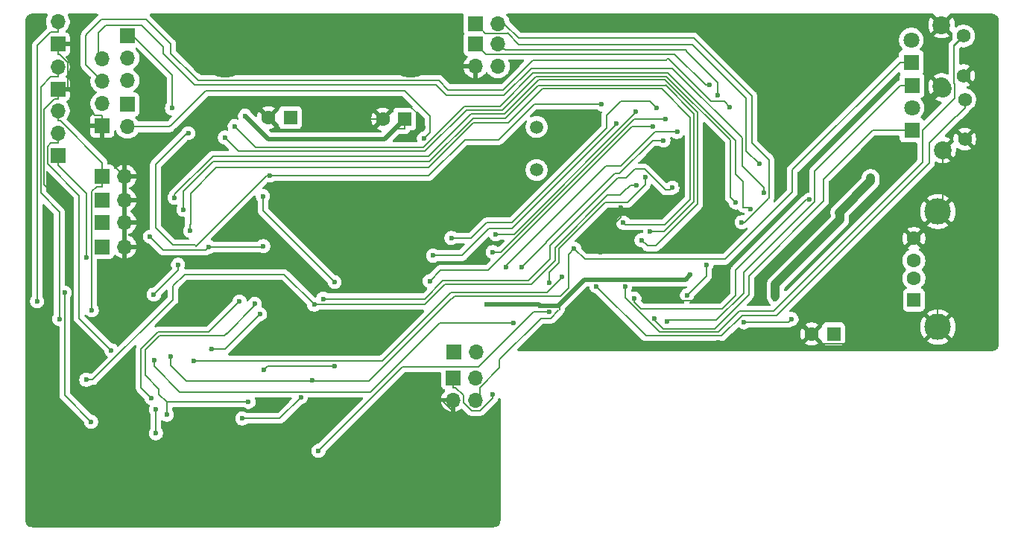
<source format=gbr>
%TF.GenerationSoftware,KiCad,Pcbnew,9.0.5*%
%TF.CreationDate,2025-10-23T10:07:50+01:00*%
%TF.ProjectId,Gotek,476f7465-6b2e-46b6-9963-61645f706362,rev?*%
%TF.SameCoordinates,Original*%
%TF.FileFunction,Copper,L2,Bot*%
%TF.FilePolarity,Positive*%
%FSLAX46Y46*%
G04 Gerber Fmt 4.6, Leading zero omitted, Abs format (unit mm)*
G04 Created by KiCad (PCBNEW 9.0.5) date 2025-10-23 10:07:50*
%MOMM*%
%LPD*%
G01*
G04 APERTURE LIST*
%TA.AperFunction,ComponentPad*%
%ADD10C,5.000000*%
%TD*%
%TA.AperFunction,ComponentPad*%
%ADD11R,1.700000X1.700000*%
%TD*%
%TA.AperFunction,ComponentPad*%
%ADD12O,1.700000X1.700000*%
%TD*%
%TA.AperFunction,ComponentPad*%
%ADD13R,1.600000X1.600000*%
%TD*%
%TA.AperFunction,ComponentPad*%
%ADD14C,1.600000*%
%TD*%
%TA.AperFunction,ComponentPad*%
%ADD15C,1.575000*%
%TD*%
%TA.AperFunction,ComponentPad*%
%ADD16C,2.025000*%
%TD*%
%TA.AperFunction,ComponentPad*%
%ADD17R,1.800000X1.800000*%
%TD*%
%TA.AperFunction,ComponentPad*%
%ADD18C,1.800000*%
%TD*%
%TA.AperFunction,ComponentPad*%
%ADD19R,1.500000X1.600000*%
%TD*%
%TA.AperFunction,ComponentPad*%
%ADD20C,3.000000*%
%TD*%
%TA.AperFunction,ComponentPad*%
%ADD21C,1.500000*%
%TD*%
%TA.AperFunction,ViaPad*%
%ADD22C,0.600000*%
%TD*%
%TA.AperFunction,Conductor*%
%ADD23C,0.200000*%
%TD*%
%TA.AperFunction,Conductor*%
%ADD24C,0.500000*%
%TD*%
%TA.AperFunction,Conductor*%
%ADD25C,1.000000*%
%TD*%
G04 APERTURE END LIST*
D10*
%TO.P,H1,1,1*%
%TO.N,GND*%
X118491000Y-60642500D03*
%TD*%
%TO.P,H2,1,1*%
%TO.N,GND*%
X139573000Y-60642500D03*
%TD*%
%TO.P,H3,1,1*%
%TO.N,GND*%
X118491000Y-110363000D03*
%TD*%
%TO.P,H4,1,1*%
%TO.N,GND*%
X139573000Y-110363000D03*
%TD*%
%TO.P,H5,1,1*%
%TO.N,GND*%
X189357000Y-60642500D03*
%TD*%
D11*
%TO.P,J10,1,Pin_1*%
%TO.N,GND*%
X104502000Y-68633500D03*
D12*
%TO.P,J10,2,Pin_2*%
%TO.N,5V*%
X104502000Y-66093500D03*
%TO.P,J10,3,Pin_3*%
%TO.N,SWCLK*%
X104502000Y-63553500D03*
%TO.P,J10,4,Pin_4*%
%TO.N,SWDIO*%
X104502000Y-61013500D03*
%TD*%
D11*
%TO.P,J7,1,Pin_1*%
%TO.N,/I2C2_CLK*%
X144360900Y-97291500D03*
D12*
%TO.P,J7,2,Pin_2*%
%TO.N,/I2C2_DTA*%
X146900900Y-97291500D03*
%TO.P,J7,3,Pin_3*%
%TO.N,GND*%
X144360900Y-99831500D03*
%TO.P,J7,4,Pin_4*%
%TO.N,+3.3V*%
X146900900Y-99831500D03*
%TD*%
D13*
%TO.P,C1,1*%
%TO.N,5V*%
X187587100Y-92313100D03*
D14*
%TO.P,C1,2*%
%TO.N,GND*%
X185087100Y-92313100D03*
%TD*%
D11*
%TO.P,JK1,1,Pin_1*%
%TO.N,ENCSW*%
X146888200Y-56991200D03*
D12*
%TO.P,JK1,2,Pin_2*%
%TO.N,U3-40-PC9*%
X149428200Y-56991200D03*
%TD*%
D11*
%TO.P,JA1,1,Pin_1*%
%TO.N,JA*%
X104500000Y-77080000D03*
D12*
%TO.P,JA1,2,Pin_2*%
%TO.N,GND*%
X107040000Y-77080000D03*
%TD*%
D15*
%TO.P,S4,1,1*%
%TO.N,GND*%
X202485600Y-70133600D03*
%TO.P,S4,2,2*%
%TO.N,BUT_L*%
X202485600Y-65633600D03*
D16*
%TO.P,S4,3,3*%
%TO.N,GND*%
X199985600Y-71383600D03*
%TO.P,S4,4,4*%
X199985600Y-64383600D03*
%TD*%
D17*
%TO.P,L5,1,K*%
%TO.N,/I2C2_DTA*%
X196472200Y-69119700D03*
D18*
%TO.P,L5,2,A*%
%TO.N,Net-(L3-A)*%
X196472200Y-66579700D03*
%TD*%
D13*
%TO.P,C17,1*%
%TO.N,+3.3V*%
X138863100Y-67862400D03*
D14*
%TO.P,C17,2*%
%TO.N,GND*%
X136363100Y-67862400D03*
%TD*%
D15*
%TO.P,S3,1,1*%
%TO.N,GND*%
X202345900Y-62915800D03*
%TO.P,S3,2,2*%
%TO.N,BUT_R*%
X202345900Y-58415800D03*
D16*
%TO.P,S3,3,3*%
%TO.N,GND*%
X199845900Y-64165800D03*
%TO.P,S3,4,4*%
X199845900Y-57165800D03*
%TD*%
D11*
%TO.P,J5,1,Pin_1*%
%TO.N,MTRON*%
X104500000Y-74400000D03*
D12*
%TO.P,J5,2,Pin_2*%
%TO.N,GND*%
X107040000Y-74400000D03*
%TD*%
D11*
%TO.P,JKA1,1,Pin_1*%
%TO.N,JKA1-1*%
X144460700Y-94351500D03*
D12*
%TO.P,JKA1,2,Pin_2*%
%TO.N,JKA1-2*%
X147000700Y-94351500D03*
%TD*%
D11*
%TO.P,JE1,1,Pin_1*%
%TO.N,GND*%
X99450000Y-59350000D03*
D12*
%TO.P,JE1,2,Pin_2*%
%TO.N,HDOUT*%
X99450000Y-56810000D03*
%TD*%
D11*
%TO.P,J3,1,Pin_1*%
%TO.N,J3_BOOT0*%
X107362600Y-58394600D03*
D12*
%TO.P,J3,2,Pin_2*%
%TO.N,+3.3V*%
X107362600Y-60934600D03*
%TO.P,J3,3,Pin_3*%
%TO.N,USART1_TX*%
X107362600Y-63474600D03*
%TD*%
D11*
%TO.P,J8,1,Pin_1*%
%TO.N,ENC1*%
X146900000Y-59329400D03*
D12*
%TO.P,J8,2,Pin_2*%
%TO.N,ENC2*%
X149440000Y-59329400D03*
%TO.P,J8,3,Pin_3*%
%TO.N,GND*%
X146900000Y-61869400D03*
%TO.P,J8,4,Pin_4*%
%TO.N,5V*%
X149440000Y-61869400D03*
%TD*%
D19*
%TO.P,P3,1,VBUS*%
%TO.N,5V*%
X196706500Y-88456600D03*
D14*
%TO.P,P3,2,D-*%
%TO.N,Net-(P3-D-)*%
X196706500Y-85956600D03*
%TO.P,P3,3,D+*%
%TO.N,Net-(P3-D+)*%
X196706500Y-83956600D03*
%TO.P,P3,4,GND*%
%TO.N,GND*%
X196706500Y-81456600D03*
D20*
%TO.P,P3,5,Shield*%
X199416500Y-91526600D03*
X199416500Y-78386600D03*
%TD*%
D17*
%TO.P,L3,1,K*%
%TO.N,/I2C2_CLK*%
X196484900Y-64039700D03*
D18*
%TO.P,L3,2,A*%
%TO.N,Net-(L3-A)*%
X196484900Y-66579700D03*
%TD*%
D11*
%TO.P,JC1,1,Pin_1*%
%TO.N,JC*%
X104500000Y-79629000D03*
D12*
%TO.P,JC1,2,Pin_2*%
%TO.N,GND*%
X107040000Y-79629000D03*
%TD*%
D11*
%TO.P,JD1,1,Pin_1*%
%TO.N,GND*%
X99450000Y-64470000D03*
D12*
%TO.P,JD1,2,Pin_2*%
%TO.N,DINST*%
X99450000Y-61930000D03*
%TD*%
D11*
%TO.P,JB1,1,Pin_1*%
%TO.N,JB*%
X104497000Y-82397600D03*
D12*
%TO.P,JB1,2,Pin_2*%
%TO.N,GND*%
X107037000Y-82397600D03*
%TD*%
D21*
%TO.P,Y1,1,1*%
%TO.N,Net-(U3-PH1)*%
X153838300Y-73662100D03*
%TO.P,Y1,2,2*%
%TO.N,Net-(U3-PH0)*%
X153838300Y-68762100D03*
%TD*%
D11*
%TO.P,J4,1,Pin_1*%
%TO.N,USART1_RX*%
X107362600Y-66209600D03*
D12*
%TO.P,J4,2,Pin_2*%
%TO.N,NRST*%
X107362600Y-68749600D03*
%TD*%
D17*
%TO.P,L4,1,K*%
%TO.N,SEL*%
X196399200Y-61409500D03*
D18*
%TO.P,L4,2,A*%
%TO.N,Net-(L4-A)*%
X196399200Y-58869500D03*
%TD*%
D13*
%TO.P,C19,1*%
%TO.N,5V*%
X125871500Y-67687800D03*
D14*
%TO.P,C19,2*%
%TO.N,GND*%
X123371500Y-67687800D03*
%TD*%
D11*
%TO.P,MO1,1,Pin_1*%
%TO.N,DRVSEL*%
X99450000Y-72000000D03*
D12*
%TO.P,MO1,2,Pin_2*%
%TO.N,SEL*%
X99450000Y-69460000D03*
%TO.P,MO1,3,Pin_3*%
%TO.N,MTRON*%
X99450000Y-66920000D03*
%TD*%
D22*
%TO.N,GND*%
X145262600Y-71958200D03*
X110134400Y-84734400D03*
X101981000Y-56642000D03*
X185648600Y-79730600D03*
X115951000Y-89255600D03*
X147491000Y-78184400D03*
X170205400Y-75336400D03*
X128762000Y-75904700D03*
X169113200Y-77165200D03*
X174523400Y-72034400D03*
X124876000Y-89046100D03*
X107467400Y-95326200D03*
X168046400Y-73812400D03*
X161163000Y-82981800D03*
X138125000Y-78654300D03*
X106349800Y-92303600D03*
X175349000Y-87229900D03*
X114300000Y-101396800D03*
X134347000Y-91405100D03*
X166979600Y-76885800D03*
X122580400Y-80645000D03*
X134645000Y-75669800D03*
X112627000Y-73977500D03*
X140941000Y-68821300D03*
X174498000Y-93248900D03*
X174294800Y-79222600D03*
X163372800Y-77958900D03*
X174574200Y-82473800D03*
X116865400Y-67132200D03*
X98874200Y-76297900D03*
X160249000Y-68021200D03*
X167665000Y-87620500D03*
X181813200Y-83388200D03*
X108102400Y-86512400D03*
X116113000Y-71434300D03*
X169291000Y-88541200D03*
X144158000Y-74079100D03*
X110169000Y-66611500D03*
X158292800Y-89458800D03*
%TO.N,NRST*%
X141049000Y-70065900D03*
%TO.N,+3.3V*%
X188204000Y-78495500D03*
X148130000Y-88973000D03*
X191795000Y-74549000D03*
X154226000Y-89081000D03*
X120726000Y-67494100D03*
X180975000Y-88376100D03*
X171256000Y-85601200D03*
%TO.N,J3_BOOT0*%
X114259000Y-69475400D03*
X123514000Y-74291800D03*
X161236000Y-66179700D03*
X112414000Y-66640100D03*
%TO.N,USART1_TX*%
X178102000Y-78130400D03*
X119545000Y-68675200D03*
%TO.N,USART1_RX*%
X118428000Y-69964300D03*
X176447000Y-77355700D03*
%TO.N,/I2C2_CLK*%
X168634000Y-90862100D03*
X148859100Y-99171900D03*
%TO.N,/I2C2_DTA*%
X167221000Y-90576400D03*
%TO.N,SWDIO*%
X179638000Y-76260300D03*
%TO.N,SWCLK*%
X175793000Y-66475000D03*
%TO.N,MTRON*%
X103305000Y-89610000D03*
%TO.N,ENC1*%
X173463000Y-64004800D03*
X184848000Y-77019100D03*
X164941000Y-88284100D03*
%TO.N,DIR*%
X110392000Y-95329400D03*
X151206200Y-91055800D03*
%TO.N,ENCSW*%
X179130000Y-72958300D03*
%TO.N,READY*%
X103242000Y-102314000D03*
X100224000Y-87610000D03*
%TO.N,JA*%
X112697000Y-76815900D03*
X165760400Y-81635600D03*
%TO.N,JB*%
X163677600Y-79654400D03*
X114476000Y-80592600D03*
%TO.N,JC*%
X166751000Y-80645000D03*
X113706000Y-78187600D03*
%TO.N,DINST*%
X99616800Y-90610000D03*
%TO.N,SPI2_MISO*%
X182804000Y-90624000D03*
X177393600Y-90986000D03*
%TO.N,ENC2*%
X174454000Y-65147800D03*
%TO.N,U3-40-PC9*%
X177155000Y-79609900D03*
%TO.N,JKA1-1*%
X150339000Y-84743900D03*
X169802000Y-69329300D03*
%TO.N,JKA1-2*%
X152121000Y-84750300D03*
X168251000Y-70286600D03*
%TO.N,WPROT_3V3*%
X141694000Y-86296500D03*
X167078000Y-68726100D03*
%TO.N,SEL*%
X158112000Y-82616700D03*
X128375000Y-97605900D03*
X105537000Y-94175200D03*
X112265000Y-94913400D03*
%TO.N,STEP*%
X156696000Y-85858400D03*
X114892000Y-95350000D03*
%TO.N,WGATE*%
X130909000Y-95967400D03*
X128574000Y-88974300D03*
X102685000Y-97531000D03*
X165176200Y-75387200D03*
X122873000Y-96389400D03*
%TO.N,INDEX*%
X109919000Y-81243300D03*
X122796000Y-82321400D03*
X116615000Y-82407100D03*
%TO.N,WPROT*%
X121834000Y-88871400D03*
X121109000Y-100047000D03*
X111843000Y-101504000D03*
%TO.N,RDATA*%
X120394000Y-101932000D03*
X110590000Y-103610000D03*
X127052000Y-99510500D03*
X110590000Y-100891000D03*
%TO.N,TRK0*%
X110096000Y-99610000D03*
X120094000Y-88614200D03*
%TO.N,SIDE1*%
X155300000Y-89838200D03*
X166180556Y-74484517D03*
X129052000Y-105622000D03*
X155300000Y-86467000D03*
%TO.N,WDATA*%
X129590800Y-88315800D03*
X116941600Y-94056200D03*
X169265600Y-75666600D03*
X122428000Y-90059000D03*
%TO.N,BUT_L*%
X160645000Y-86912400D03*
%TO.N,BUT_R*%
X163887000Y-86931500D03*
%TO.N,INDEX_3V3*%
X142072000Y-83404100D03*
X162931000Y-68338700D03*
%TO.N,TRK0_3V3*%
X144158000Y-81397400D03*
X167484000Y-66621000D03*
%TO.N,READY_3V3*%
X168481000Y-67840200D03*
X148879000Y-83004000D03*
%TO.N,CHNG*%
X130899000Y-86410800D03*
X122736000Y-76638000D03*
%TO.N,HDOUT*%
X110363000Y-87833200D03*
X97093200Y-88610000D03*
X113106200Y-84429600D03*
%TO.N,CHNG_3V3*%
X149203000Y-80971900D03*
X165095000Y-67008400D03*
%TO.N,DRVSEL*%
X102662000Y-83610000D03*
%TO.N,SPI2_SS*%
X173122000Y-84429700D03*
X170936000Y-87914000D03*
%TD*%
D23*
%TO.N,GND*%
X99666100Y-60501700D02*
X99450000Y-60501700D01*
X134312000Y-91440000D02*
X127000000Y-91440000D01*
X199416500Y-91526600D02*
X199416500Y-91526700D01*
X169291000Y-88541200D02*
X168392000Y-88541200D01*
X110338000Y-62255400D02*
X110392000Y-62309400D01*
X137846000Y-78654300D02*
X134861000Y-75669800D01*
X124606000Y-89046100D02*
X124876000Y-89046100D01*
X199986000Y-75630400D02*
X199986000Y-73444100D01*
X100602000Y-61437300D02*
X99666100Y-60501700D01*
X199986000Y-73444100D02*
X199986000Y-71383600D01*
X104502000Y-67481800D02*
X104502000Y-68633500D01*
X146900000Y-61869400D02*
X140800000Y-61869400D01*
X104502000Y-71861900D02*
X107040000Y-74400000D01*
X104502000Y-68633500D02*
X104502000Y-71861900D01*
X128324000Y-65957400D02*
X130229000Y-67862400D01*
X107040000Y-77080000D02*
X107040000Y-79629000D01*
X99450000Y-59350000D02*
X100593800Y-59350000D01*
X99074900Y-65621700D02*
X99450000Y-65621700D01*
X199845900Y-64165800D02*
X199846000Y-64165800D01*
X113570000Y-73977500D02*
X116113000Y-71434300D01*
X138106000Y-78673300D02*
X138001000Y-78673300D01*
X144361000Y-99831500D02*
X144361000Y-101168200D01*
X140800000Y-61869400D02*
X139573000Y-60642500D01*
X162082900Y-93248900D02*
X158292800Y-89458800D01*
X123372000Y-67687800D02*
X123371500Y-67687800D01*
X119294000Y-66351100D02*
X122035000Y-66351100D01*
X110392000Y-62309400D02*
X110392000Y-64265200D01*
X167942000Y-88090400D02*
X167942000Y-87896700D01*
X124814000Y-66245800D02*
X125102000Y-65957400D01*
X97896600Y-66800000D02*
X99074900Y-65621700D01*
X174498000Y-93248900D02*
X162082900Y-93248900D01*
X143075000Y-99831500D02*
X144360900Y-99831500D01*
X137020000Y-79480300D02*
X137846000Y-78654300D01*
X138106000Y-78673300D02*
X138106000Y-84226200D01*
X161163000Y-81257200D02*
X163372800Y-79047400D01*
X199417000Y-78386600D02*
X199986000Y-77817600D01*
X199986000Y-75630800D02*
X199986000Y-75630400D01*
X123371500Y-67687800D02*
X123371000Y-67687800D01*
X138106000Y-84226200D02*
X137020000Y-85312200D01*
X134347000Y-91405100D02*
X134312000Y-91440000D01*
X163372800Y-79047400D02*
X163372800Y-77958900D01*
X116113000Y-71434300D02*
X116113000Y-69532500D01*
X196707000Y-81456600D02*
X199417000Y-84166600D01*
X124814000Y-66245800D02*
X123372000Y-67687800D01*
X112627000Y-73977500D02*
X113570000Y-73977500D01*
X103614000Y-67481800D02*
X104502000Y-67481800D01*
X139573000Y-60642500D02*
X118491000Y-60642500D01*
X174038000Y-88541200D02*
X169291000Y-88541200D01*
X145262600Y-75498300D02*
X145034000Y-75726900D01*
X138125000Y-78654300D02*
X137846000Y-78654300D01*
X199416500Y-78386600D02*
X199417000Y-78386600D01*
X138125000Y-78654300D02*
X138106000Y-78673300D01*
X136363000Y-67862400D02*
X136363100Y-67862400D01*
X129115000Y-75552300D02*
X134528000Y-75552300D01*
X125102000Y-65957400D02*
X128324000Y-65957400D01*
X127000000Y-91440000D02*
X124876000Y-89315900D01*
X140941000Y-68821300D02*
X140941000Y-67855200D01*
X109296200Y-63119000D02*
X109296200Y-65738700D01*
X145262600Y-71958200D02*
X145262600Y-75498300D01*
X199986000Y-64305500D02*
X199986000Y-64383600D01*
X138967000Y-65881200D02*
X138344300Y-65881200D01*
X144158000Y-74850600D02*
X145034000Y-75726900D01*
X99450000Y-60501700D02*
X99450000Y-59350000D01*
X156312000Y-71958200D02*
X145262600Y-71958200D01*
X97896600Y-75320300D02*
X97896600Y-66800000D01*
X160249000Y-68021200D02*
X156312000Y-71958200D01*
X196706000Y-81456600D02*
X196706500Y-81456600D01*
X199417000Y-84166600D02*
X199417000Y-91526800D01*
X138125000Y-78654300D02*
X141691000Y-75088800D01*
X100602000Y-64470000D02*
X100602000Y-61437300D01*
X144361000Y-101168200D02*
X144361000Y-105575000D01*
X199985600Y-64383600D02*
X199986000Y-64383600D01*
X123371000Y-67687800D02*
X124814000Y-66245800D01*
X110392000Y-66388500D02*
X110392000Y-64265200D01*
X100602000Y-64470000D02*
X103614000Y-67481800D01*
X197530000Y-93413100D02*
X186187000Y-93413100D01*
X199416000Y-78386600D02*
X199416500Y-78386600D01*
X143075000Y-99882200D02*
X144361000Y-101168200D01*
X144104000Y-74079100D02*
X144158000Y-74079100D01*
X199416500Y-91526700D02*
X199416000Y-91526700D01*
X107040000Y-79629000D02*
X107040000Y-82394600D01*
X196706500Y-81456600D02*
X196707000Y-81456600D01*
X144360900Y-99831500D02*
X144361000Y-99831500D01*
X144361000Y-105575000D02*
X139573000Y-110363000D01*
X99450000Y-65621700D02*
X99450000Y-64470000D01*
X199846000Y-64165800D02*
X199986000Y-64305500D01*
X122035000Y-66351100D02*
X123371000Y-67687800D01*
X199985600Y-71383600D02*
X199986000Y-71383600D01*
X134528000Y-75552300D02*
X134645000Y-75669800D01*
X98874200Y-76297900D02*
X97896600Y-75320300D01*
X186187000Y-93413100D02*
X185087000Y-92313200D01*
X199417000Y-91526800D02*
X199416500Y-91526700D01*
X128762000Y-75904700D02*
X129115000Y-75552300D01*
X109296200Y-65738700D02*
X110169000Y-66611500D01*
X141691000Y-75088800D02*
X143094000Y-75088800D01*
X100593800Y-59350000D02*
X100609400Y-59334400D01*
X168392000Y-88541200D02*
X167942000Y-88090400D01*
X110159800Y-62255400D02*
X109296200Y-63119000D01*
X118491000Y-110363000D02*
X139573000Y-110363000D01*
X143094000Y-75088800D02*
X144104000Y-74079100D01*
X134861000Y-75669800D02*
X134645000Y-75669800D01*
X175349000Y-87229900D02*
X174038000Y-88541200D01*
X107040000Y-82394600D02*
X107037000Y-82397600D01*
X99450000Y-64470000D02*
X100602000Y-64470000D01*
X110338000Y-62255400D02*
X110159800Y-62255400D01*
X107040000Y-74400000D02*
X107040000Y-77080000D01*
X199986000Y-75630800D02*
X199986000Y-75630400D01*
X130229000Y-67862400D02*
X136363000Y-67862400D01*
X167942000Y-87896700D02*
X167665000Y-87620500D01*
X124876000Y-89315900D02*
X124876000Y-89046100D01*
X116113000Y-69532500D02*
X119294000Y-66351100D01*
X145034000Y-75726900D02*
X147491000Y-78184400D01*
X110169000Y-66611500D02*
X110392000Y-66388500D01*
X199417000Y-91526800D02*
X197530000Y-93413100D01*
X138344300Y-65881200D02*
X136363100Y-67862400D01*
X137020000Y-85312200D02*
X137020000Y-79480300D01*
X161163000Y-82981800D02*
X161163000Y-81257200D01*
X199986000Y-75630400D02*
X199986000Y-73444100D01*
X144158000Y-74079100D02*
X144158000Y-74850600D01*
X199986000Y-77817600D02*
X199986000Y-75630800D01*
X140941000Y-67855200D02*
X138967000Y-65881200D01*
%TO.N,NRST*%
X112140000Y-68749600D02*
X107363000Y-68749600D01*
X141049000Y-70065900D02*
X141707000Y-69408700D01*
X112335000Y-68554600D02*
X112140000Y-68749600D01*
X138830000Y-64611200D02*
X116268000Y-64611200D01*
X141707000Y-69408700D02*
X141707000Y-67487800D01*
X141707000Y-67487800D02*
X138830000Y-64611200D01*
X116268000Y-64611200D02*
X112335000Y-68545100D01*
X107362600Y-68749600D02*
X107363000Y-68749600D01*
X112335000Y-68545100D02*
X112335000Y-68554600D01*
D24*
%TO.N,+3.3V*%
X136590000Y-70135800D02*
X137536000Y-69189700D01*
D23*
X149632051Y-96186695D02*
X149632051Y-95232599D01*
X138863000Y-68413200D02*
X138863000Y-68413100D01*
X156445000Y-89544100D02*
X156445000Y-89081000D01*
D24*
X120726000Y-67494100D02*
X123368000Y-70135800D01*
D23*
X138863000Y-67862400D02*
X138863000Y-68137700D01*
D24*
X159287000Y-86125100D02*
X170732000Y-86125100D01*
X156331000Y-89081000D02*
X159287000Y-86125100D01*
D23*
X156445000Y-89081000D02*
X156331000Y-89081000D01*
D24*
X154226000Y-89081000D02*
X156331000Y-89081000D01*
D23*
X138863100Y-68137600D02*
X138863100Y-67862400D01*
X138863000Y-68413100D02*
X138863000Y-68137700D01*
X138863000Y-68964100D02*
X137762000Y-68964100D01*
X138863000Y-68137700D02*
X138863000Y-68413100D01*
D24*
X148130000Y-88973000D02*
X154118000Y-88973000D01*
D23*
X138863000Y-68413100D02*
X138863000Y-68413200D01*
X180975000Y-87991900D02*
X180975000Y-88376100D01*
X156331000Y-89081000D02*
X154226000Y-89081000D01*
X147370800Y-99361600D02*
X147370800Y-98441500D01*
X155461129Y-90525600D02*
X156331000Y-89655729D01*
X146900900Y-99831500D02*
X147370800Y-99361600D01*
D24*
X170732000Y-86125100D02*
X171256000Y-85601200D01*
D25*
X180975000Y-87991900D02*
X180975000Y-86680700D01*
X180975000Y-86680700D02*
X188338000Y-79317900D01*
D23*
X138863000Y-68413200D02*
X138863000Y-68964100D01*
X147370800Y-98441500D02*
X147377246Y-98441500D01*
X154339050Y-90525600D02*
X155461129Y-90525600D01*
X138863000Y-68137700D02*
X138863100Y-68137600D01*
D25*
X188338000Y-79317900D02*
X188338000Y-78628900D01*
D24*
X123368000Y-70135800D02*
X136590000Y-70135800D01*
D23*
X137762000Y-68964100D02*
X137536000Y-69189700D01*
D24*
X154118000Y-88973000D02*
X154226000Y-89081000D01*
D23*
X138863000Y-68137700D02*
X138863000Y-67862400D01*
D24*
X137536000Y-69189700D02*
X138863000Y-67862400D01*
D25*
X191795000Y-74904600D02*
X191795000Y-74549000D01*
D23*
X188204000Y-78495500D02*
X188338000Y-78628900D01*
X149632051Y-95232599D02*
X154339050Y-90525600D01*
X147377246Y-98441500D02*
X149632051Y-96186695D01*
D25*
X188204000Y-78495500D02*
X191795000Y-74904600D01*
D23*
%TO.N,J3_BOOT0*%
X141602000Y-74295000D02*
X141453000Y-74295000D01*
X112424000Y-62852300D02*
X107966000Y-58394600D01*
X114097000Y-69475400D02*
X110534000Y-73037700D01*
X145690000Y-70206700D02*
X141602000Y-74295000D01*
X161214000Y-66157500D02*
X153562000Y-66157500D01*
X107966000Y-58394600D02*
X107363000Y-58394600D01*
X110534000Y-73037700D02*
X110534000Y-80187800D01*
X153562000Y-66157500D02*
X149513000Y-70206700D01*
X149513000Y-70206700D02*
X145690000Y-70206700D01*
X114259000Y-69475400D02*
X114097000Y-69475400D01*
X110534000Y-80187800D02*
X112560000Y-82213400D01*
X112424000Y-66630600D02*
X112424000Y-62852300D01*
X141453000Y-74295000D02*
X141449000Y-74291800D01*
X115037000Y-82213400D02*
X115141000Y-82318200D01*
X123168000Y-74291800D02*
X123514000Y-74291800D01*
X107363000Y-58394600D02*
X107362600Y-58394600D01*
X112560000Y-82213400D02*
X115037000Y-82213400D01*
X161236000Y-66179700D02*
X161214000Y-66157500D01*
X112414000Y-66640100D02*
X112424000Y-66630600D01*
X141449000Y-74291800D02*
X123514000Y-74291800D01*
X115141000Y-82318200D02*
X123168000Y-74291800D01*
%TO.N,USART1_TX*%
X177879000Y-77908100D02*
X177324000Y-77908100D01*
X177276000Y-74942700D02*
X176441000Y-74107700D01*
X149653600Y-66398800D02*
X145612000Y-66398800D01*
X177302000Y-74942700D02*
X177276000Y-74942700D01*
X176441000Y-70285000D02*
X168754000Y-62598300D01*
X140932000Y-71078700D02*
X121949000Y-71078700D01*
X145612000Y-66398800D02*
X140932000Y-71078700D01*
X178102000Y-78130400D02*
X177879000Y-77908100D01*
X176441000Y-74107700D02*
X176441000Y-70285000D01*
X177324000Y-77908100D02*
X177302000Y-77885900D01*
X177302000Y-77885900D02*
X177302000Y-74942700D01*
X168754000Y-62598300D02*
X153454100Y-62598300D01*
X121949000Y-71078700D02*
X119545000Y-68675200D01*
X153454100Y-62598300D02*
X149653600Y-66398800D01*
%TO.N,USART1_RX*%
X175819000Y-70228400D02*
X168598000Y-63007900D01*
X176447000Y-77355700D02*
X175819000Y-76727100D01*
X145850000Y-66849600D02*
X141170000Y-71529600D01*
X119993000Y-71529600D02*
X118428000Y-69964300D01*
X168598000Y-63007900D02*
X153781100Y-63007900D01*
X141170000Y-71529600D02*
X119993000Y-71529600D01*
X149939400Y-66849600D02*
X145850000Y-66849600D01*
X153781100Y-63007900D02*
X149939400Y-66849600D01*
X175819000Y-76727100D02*
X175819000Y-70228400D01*
%TO.N,/I2C2_CLK*%
X195180000Y-64039800D02*
X195199000Y-64039800D01*
X148859100Y-99600900D02*
X147425000Y-101035000D01*
X196484900Y-64039700D02*
X195199000Y-64039700D01*
X148859100Y-99171900D02*
X148859100Y-99600900D01*
X195199000Y-64039700D02*
X195199000Y-64039800D01*
X146446000Y-101035000D02*
X145513000Y-100102000D01*
X196485000Y-64039700D02*
X196484900Y-64039700D01*
X144649000Y-98443200D02*
X144361000Y-98443200D01*
X174282100Y-90766900D02*
X177387000Y-87662000D01*
X195199000Y-64039800D02*
X196485000Y-64039800D01*
X147425000Y-101035000D02*
X146446000Y-101035000D01*
X185448000Y-73809100D02*
X185430000Y-73790200D01*
X185430000Y-73790200D02*
X195180000Y-64039800D01*
X168729000Y-90766900D02*
X174282100Y-90766900D01*
X145513000Y-99306900D02*
X144649000Y-98443200D01*
X177387000Y-85328900D02*
X185448000Y-77267700D01*
X185448000Y-77267700D02*
X185448000Y-73809100D01*
X177387000Y-87662000D02*
X177387000Y-85328900D01*
X145513000Y-100102000D02*
X145513000Y-99306900D01*
X144361000Y-98443200D02*
X144361000Y-97291500D01*
X168634000Y-90862100D02*
X168729000Y-90766900D01*
X144361000Y-97291500D02*
X144360900Y-97291500D01*
%TO.N,/I2C2_DTA*%
X177933000Y-85699600D02*
X186433000Y-77200100D01*
X168205000Y-91713100D02*
X174072500Y-91713100D01*
X167221000Y-90576400D02*
X167221000Y-90728800D01*
X191986000Y-69148300D02*
X191986000Y-69103900D01*
X191986000Y-69103900D02*
X192002000Y-69119800D01*
X196472000Y-69119700D02*
X196472200Y-69119700D01*
X174072500Y-91713100D02*
X177933000Y-87852600D01*
X196472000Y-69119800D02*
X196472000Y-69119700D01*
X167221000Y-90728800D02*
X168205000Y-91713100D01*
X186433000Y-74701400D02*
X191986000Y-69148300D01*
X177933000Y-87852600D02*
X177933000Y-85699600D01*
X192002000Y-69119800D02*
X196472000Y-69119800D01*
X186433000Y-77200100D02*
X186433000Y-74701400D01*
%TO.N,SWDIO*%
X177209000Y-73218700D02*
X179638000Y-75647600D01*
X177209000Y-69999200D02*
X177209000Y-73218700D01*
X169285000Y-62074400D02*
X177209000Y-69999200D01*
X143615000Y-65176400D02*
X143789000Y-65176400D01*
X143789000Y-65176400D02*
X143812000Y-65198600D01*
X114967000Y-63973100D02*
X142411000Y-63973100D01*
X104886000Y-57216700D02*
X108991000Y-57216700D01*
X179638000Y-75647600D02*
X179638000Y-76260300D01*
X142411000Y-63973100D02*
X143615000Y-65176400D01*
X143812000Y-65198600D02*
X150136000Y-65198600D01*
X153260000Y-62074400D02*
X169285000Y-62074400D01*
X108991000Y-57216700D02*
X111449000Y-59674100D01*
X111449000Y-59674100D02*
X111449000Y-60455200D01*
X111449000Y-60455200D02*
X114967000Y-63973100D01*
X104080000Y-58023100D02*
X104886000Y-57216700D01*
X104080000Y-60591200D02*
X104080000Y-58023100D01*
X150136000Y-65198600D02*
X153260000Y-62074400D01*
X104502000Y-61013500D02*
X104080000Y-60591200D01*
%TO.N,SWCLK*%
X168694000Y-61039400D02*
X168558000Y-61175900D01*
X102718000Y-58318400D02*
X102648000Y-58388200D01*
X143796000Y-64525500D02*
X142742000Y-63471400D01*
X115103000Y-63166600D02*
X115033000Y-63166600D01*
X168815000Y-61039400D02*
X168694000Y-61039400D01*
X102648000Y-58388200D02*
X102648000Y-61699300D01*
X104394000Y-56537200D02*
X102718000Y-58213600D01*
X115408000Y-63471400D02*
X115103000Y-63166600D01*
X173629000Y-65852700D02*
X168815000Y-61039400D01*
X150031000Y-64525500D02*
X143796000Y-64525500D01*
X102648000Y-61699300D02*
X104502000Y-63553500D01*
X168558000Y-61175900D02*
X153381000Y-61175900D01*
X115033000Y-63166600D02*
X112278000Y-60410700D01*
X112278000Y-60410700D02*
X112278000Y-59293100D01*
X102718000Y-58213600D02*
X102718000Y-58318400D01*
X175171000Y-65852700D02*
X173629000Y-65852700D01*
X112278000Y-59293100D02*
X109487000Y-56502300D01*
X175793000Y-66475000D02*
X175171000Y-65852700D01*
X109487000Y-56502300D02*
X109452000Y-56537200D01*
X142742000Y-63471400D02*
X115408000Y-63471400D01*
X153381000Y-61175900D02*
X150031000Y-64525500D01*
X109452000Y-56537200D02*
X104394000Y-56537200D01*
%TO.N,MTRON*%
X99718500Y-68071700D02*
X104500000Y-72853200D01*
X99450000Y-68071700D02*
X99718500Y-68071700D01*
X104500000Y-74400000D02*
X104500000Y-75551700D01*
X103852000Y-75551700D02*
X103305000Y-76099300D01*
X99450000Y-66920000D02*
X99450000Y-68071700D01*
X104500000Y-75551700D02*
X103852000Y-75551700D01*
X103305000Y-76099300D02*
X103305000Y-89610000D01*
X104500000Y-72853200D02*
X104500000Y-74400000D01*
%TO.N,ENC1*%
X176476000Y-87903100D02*
X174904400Y-89474700D01*
X173463000Y-64004800D02*
X173057000Y-64004800D01*
X174904400Y-89474700D02*
X165729000Y-89474700D01*
X153500000Y-60479400D02*
X148050000Y-60479400D01*
X165729000Y-89474700D02*
X164941000Y-88687300D01*
X169516000Y-60464800D02*
X153514000Y-60464800D01*
X148050000Y-60479400D02*
X146900000Y-59329400D01*
X184499000Y-77054100D02*
X176476000Y-85077300D01*
X173057000Y-64004800D02*
X169516000Y-60464800D01*
X176476000Y-85077300D02*
X176476000Y-87903100D01*
X153514000Y-60464800D02*
X153500000Y-60479400D01*
X184814000Y-77054100D02*
X184499000Y-77054100D01*
X184848000Y-77019100D02*
X184814000Y-77054100D01*
X164941000Y-88687300D02*
X164941000Y-88284100D01*
%TO.N,DIR*%
X113313000Y-98907600D02*
X110392000Y-95986600D01*
X134947000Y-98907600D02*
X113313000Y-98907600D01*
X142799000Y-91055800D02*
X134947000Y-98907600D01*
X110392000Y-95986600D02*
X110392000Y-95329400D01*
X151206200Y-91055800D02*
X142799000Y-91055800D01*
%TO.N,ENCSW*%
X147463000Y-57566300D02*
X146888000Y-56991400D01*
X150514000Y-58073900D02*
X150447000Y-58141200D01*
X177660000Y-71488300D02*
X177660000Y-65497100D01*
X147463000Y-57566300D02*
X146888000Y-56991500D01*
X146888000Y-56991500D02*
X146888000Y-56991400D01*
X146888000Y-56991400D02*
X146888000Y-56991300D01*
X179130000Y-72958300D02*
X177660000Y-71488300D01*
X171561000Y-59397900D02*
X151806000Y-59397900D01*
X146888000Y-56991300D02*
X146888100Y-56991300D01*
X148038000Y-58141200D02*
X147463000Y-57566300D01*
X177660000Y-65497100D02*
X171561000Y-59397900D01*
X146888000Y-56991300D02*
X146888000Y-56991200D01*
X150447000Y-58141200D02*
X148038000Y-58141200D01*
X151806000Y-59397900D02*
X151806000Y-59366200D01*
X146888100Y-56991300D02*
X146888200Y-56991200D01*
X151806000Y-59366200D02*
X150514000Y-58073900D01*
%TO.N,READY*%
X100224000Y-99296300D02*
X100224000Y-87610000D01*
X103242000Y-102314000D02*
X100224000Y-99296300D01*
%TO.N,JA*%
X166424000Y-82299200D02*
X167373000Y-82299200D01*
X146349000Y-67297300D02*
X141571000Y-72075700D01*
X150182000Y-67297300D02*
X146349000Y-67297300D01*
X154066000Y-63413200D02*
X150182000Y-67297300D01*
X165760400Y-81635600D02*
X166424000Y-82299200D01*
X172152000Y-77520800D02*
X172152000Y-67126900D01*
X117059000Y-72075700D02*
X112697000Y-76438100D01*
X167373000Y-82299200D02*
X172152000Y-77520800D01*
X172152000Y-67126900D02*
X168438000Y-63413200D01*
X141571000Y-72075700D02*
X117059000Y-72075700D01*
X168438000Y-63413200D02*
X154066000Y-63413200D01*
X112697000Y-76438100D02*
X112697000Y-76815900D01*
%TO.N,JB*%
X150601000Y-68319600D02*
X146609000Y-68319600D01*
X114513000Y-79769500D02*
X114476000Y-79806000D01*
X163677600Y-79654400D02*
X163896700Y-79873500D01*
X163896700Y-79873500D02*
X168396000Y-79873500D01*
X171298000Y-76971500D02*
X171298000Y-67686300D01*
X114513000Y-76301600D02*
X114513000Y-79769500D01*
X168050000Y-64438200D02*
X154483000Y-64438200D01*
X171298000Y-67686300D02*
X168050000Y-64438200D01*
X117415000Y-73399600D02*
X114513000Y-76301600D01*
X141529000Y-73399600D02*
X117415000Y-73399600D01*
X146609000Y-68319600D02*
X141529000Y-73399600D01*
X114476000Y-79806000D02*
X114476000Y-80592600D01*
X154483000Y-64438200D02*
X150601000Y-68319600D01*
X168396000Y-79873500D02*
X171298000Y-76971500D01*
%TO.N,JC*%
X113706000Y-76092100D02*
X113706000Y-78187600D01*
X150293000Y-67751300D02*
X146612000Y-67751300D01*
X168397000Y-64038200D02*
X154007000Y-64038200D01*
X168332500Y-80645000D02*
X171698000Y-77279500D01*
X166751000Y-80645000D02*
X168332500Y-80645000D01*
X168447000Y-63988200D02*
X168397000Y-64038200D01*
X141659000Y-72704300D02*
X117094000Y-72704300D01*
X146612000Y-67751300D02*
X141659000Y-72704300D01*
X171698000Y-77279500D02*
X171698000Y-67238600D01*
X117094000Y-72704300D02*
X113706000Y-76092100D01*
X171698000Y-67238600D02*
X168447000Y-63988200D01*
X154007000Y-64038200D02*
X150293000Y-67751300D01*
%TO.N,DINST*%
X97494900Y-76290400D02*
X99616800Y-78412300D01*
X99616800Y-78412300D02*
X99616800Y-90610000D01*
X99450000Y-61930000D02*
X99450000Y-63081700D01*
X99450000Y-63081700D02*
X98658200Y-63081700D01*
X97494900Y-64245000D02*
X97494900Y-76290400D01*
X98658200Y-63081700D02*
X97494900Y-64245000D01*
%TO.N,SPI2_MISO*%
X177393600Y-90986000D02*
X182442000Y-90986000D01*
X182442000Y-90986000D02*
X182804000Y-90624000D01*
%TO.N,ENC2*%
X150273000Y-59991600D02*
X150203000Y-59921800D01*
X174454000Y-63690500D02*
X170894000Y-60131300D01*
X150098000Y-59921800D02*
X149506000Y-59329400D01*
X149506000Y-59329400D02*
X149440000Y-59329400D01*
X174454000Y-65147800D02*
X174454000Y-63690500D01*
X150203000Y-59921800D02*
X150098000Y-59921800D01*
X170894000Y-60131300D02*
X170894000Y-59991600D01*
X170894000Y-59991600D02*
X150273000Y-59991600D01*
%TO.N,U3-40-PC9*%
X151771000Y-58629600D02*
X150133000Y-56991200D01*
X171701000Y-58629600D02*
X151771000Y-58629600D01*
X179889000Y-72167800D02*
X178286000Y-70564400D01*
X177471000Y-79609900D02*
X180102000Y-76978700D01*
X180238000Y-72501100D02*
X179905000Y-72167800D01*
X150133000Y-56991200D02*
X149428200Y-56991200D01*
X179905000Y-72167800D02*
X179889000Y-72167800D01*
X180238000Y-76812900D02*
X180238000Y-72501100D01*
X177155000Y-79609900D02*
X177471000Y-79609900D01*
X180102000Y-76949300D02*
X180238000Y-76812900D01*
X180102000Y-76978700D02*
X180102000Y-76949300D01*
X178286000Y-65214000D02*
X171701000Y-58629600D01*
X178286000Y-70564400D02*
X178286000Y-65214000D01*
X149428200Y-56991200D02*
X149428000Y-56991200D01*
%TO.N,JKA1-1*%
X150339000Y-84588400D02*
X150339000Y-84743900D01*
X161754000Y-73174200D02*
X150339000Y-84588400D01*
X169802000Y-69329300D02*
X167323300Y-69329300D01*
X163449000Y-73218700D02*
X163405000Y-73174200D01*
X163449000Y-73203600D02*
X163449000Y-73218700D01*
X169800500Y-69330800D02*
X169802000Y-69329300D01*
X167323300Y-69329300D02*
X163449000Y-73203600D01*
X163405000Y-73174200D02*
X161754000Y-73174200D01*
%TO.N,JKA1-2*%
X167022000Y-70286600D02*
X168251000Y-70286600D01*
X154972000Y-81902200D02*
X154972000Y-81857300D01*
X152124000Y-84750300D02*
X154972000Y-81902200D01*
X163230000Y-74079100D02*
X167022000Y-70286600D01*
X152121000Y-84750300D02*
X152124000Y-84750300D01*
X154972000Y-81857300D02*
X162750000Y-74079100D01*
X162750000Y-74079100D02*
X163230000Y-74079100D01*
%TO.N,WPROT_3V3*%
X141694000Y-86296500D02*
X142919000Y-85070900D01*
X165522000Y-68691100D02*
X164684000Y-68691100D01*
X142919000Y-85070900D02*
X148304000Y-85070900D01*
X148908000Y-84467700D02*
X149184000Y-84191500D01*
X164684000Y-68691100D02*
X149184000Y-84190800D01*
X167078000Y-68726100D02*
X165557000Y-68726100D01*
X149184000Y-84190800D02*
X149184000Y-84191500D01*
X165557000Y-68726100D02*
X165522000Y-68691100D01*
X148304000Y-85070900D02*
X148908000Y-84467700D01*
%TO.N,SEL*%
X98658200Y-70611700D02*
X98298300Y-70971600D01*
X175260000Y-83820000D02*
X159315000Y-83820000D01*
X182880000Y-73660000D02*
X182880000Y-76200000D01*
X128470000Y-97701100D02*
X134763000Y-97701100D01*
X157445000Y-87128400D02*
X157445000Y-83283400D01*
X144161000Y-88303100D02*
X144272000Y-88303100D01*
X144272000Y-88303100D02*
X144551000Y-88023700D01*
X134763000Y-97701100D02*
X144161000Y-88303100D01*
X128283000Y-97697900D02*
X114078000Y-97697900D01*
X98298300Y-72975000D02*
X101875000Y-76551500D01*
X159315000Y-83820000D02*
X158112000Y-82616700D01*
X99450000Y-70611700D02*
X98658200Y-70611700D01*
X112265000Y-95885000D02*
X112265000Y-94913400D01*
X128375000Y-97605900D02*
X128470000Y-97701100D01*
X99450000Y-69460000D02*
X99450000Y-70611700D01*
X195130000Y-61409500D02*
X182880000Y-73660000D01*
X156550000Y-88023700D02*
X157445000Y-87128400D01*
X114078000Y-97697900D02*
X112265000Y-95885000D01*
X98298300Y-70971600D02*
X98298300Y-72975000D01*
X196399000Y-61409500D02*
X196399200Y-61409500D01*
X128375000Y-97605900D02*
X128283000Y-97697900D01*
X196399000Y-61409500D02*
X195130000Y-61409500D01*
X101875000Y-90538800D02*
X105511000Y-94175200D01*
X144551000Y-88023700D02*
X156550000Y-88023700D01*
X182880000Y-76200000D02*
X175260000Y-83820000D01*
X157445000Y-83283400D02*
X158112000Y-82616700D01*
X101875000Y-76551500D02*
X101875000Y-90538800D01*
%TO.N,STEP*%
X144104000Y-87576000D02*
X155051000Y-87576000D01*
X114892000Y-95350000D02*
X136330000Y-95350000D01*
X136330000Y-95350000D02*
X144104000Y-87576000D01*
X156696000Y-85931400D02*
X156696000Y-85858400D01*
X155051000Y-87576000D02*
X156696000Y-85931400D01*
%TO.N,WGATE*%
X112538000Y-88401400D02*
X112538000Y-86874400D01*
X163338000Y-76546100D02*
X161880000Y-76546100D01*
X130909000Y-95967400D02*
X130909000Y-95967500D01*
X125145000Y-85545300D02*
X128574000Y-88974300D01*
X102685000Y-97531000D02*
X103408400Y-97531000D01*
X164490400Y-75387200D02*
X164173000Y-75704600D01*
X112538000Y-86874400D02*
X113867000Y-85545300D01*
X164109000Y-75774600D02*
X163338000Y-76546100D01*
X155922000Y-82503700D02*
X155922000Y-83967400D01*
X113867000Y-85545300D02*
X125145000Y-85545300D01*
X143415000Y-86658500D02*
X141099200Y-88974300D01*
X141099200Y-88974300D02*
X128574000Y-88974300D01*
X155922000Y-83967400D02*
X153231000Y-86658500D01*
X130909000Y-95967500D02*
X123295000Y-95967500D01*
X153231000Y-86658500D02*
X143415000Y-86658500D01*
X123295000Y-95967500D02*
X122873000Y-96389400D01*
X103408400Y-97531000D02*
X112538000Y-88401400D01*
X161880000Y-76546100D02*
X155922000Y-82503700D01*
X165176200Y-75387200D02*
X164490400Y-75387200D01*
%TO.N,INDEX*%
X116615000Y-82407100D02*
X122711000Y-82407100D01*
X111444000Y-82767800D02*
X109919000Y-81243300D01*
X116615000Y-82407100D02*
X116254000Y-82767800D01*
X122711000Y-82407100D02*
X122796000Y-82321400D01*
X116254000Y-82767800D02*
X111444000Y-82767800D01*
%TO.N,WPROT*%
X111001000Y-92521200D02*
X118384770Y-92521200D01*
X118384770Y-92521200D02*
X118737185Y-92168785D01*
X111843000Y-100047000D02*
X121109000Y-100047000D01*
X111843000Y-100047000D02*
X111843000Y-101504000D01*
X111843000Y-100047000D02*
X110951000Y-99154500D01*
X110951000Y-98586600D02*
X109374000Y-97009600D01*
X109374000Y-97009600D02*
X109374000Y-94148100D01*
X121834000Y-88871400D02*
X121834000Y-89071400D01*
X110951000Y-99154500D02*
X110951000Y-98586600D01*
X121834000Y-89071400D02*
X118577000Y-92329000D01*
X109374000Y-94148100D02*
X111001000Y-92521200D01*
%TO.N,RDATA*%
X127052000Y-99510500D02*
X124631000Y-101932000D01*
X124631000Y-101932000D02*
X120394000Y-101932000D01*
X110590000Y-100891000D02*
X110590000Y-103610000D01*
%TO.N,TRK0*%
X120094000Y-88614200D02*
X120094000Y-88550800D01*
X108918000Y-98431400D02*
X108918000Y-93998500D01*
X110096000Y-99610000D02*
X108918000Y-98431400D01*
X108918000Y-93998500D02*
X110825000Y-92090900D01*
X116618000Y-92090900D02*
X120094000Y-88614200D01*
X110825000Y-92090900D02*
X116618000Y-92090900D01*
%TO.N,SIDE1*%
X147232700Y-96073900D02*
X153468400Y-89838200D01*
X153468400Y-89838200D02*
X155300000Y-89838200D01*
X156362000Y-84232800D02*
X156359000Y-84232800D01*
X164182000Y-77358900D02*
X161633000Y-77358900D01*
X156359000Y-84232800D02*
X155300000Y-85292000D01*
X155300000Y-85292000D02*
X155300000Y-86467000D01*
X166180556Y-75360344D02*
X164182000Y-77358900D01*
X161633000Y-77358900D02*
X156362000Y-82629400D01*
X156362000Y-82629400D02*
X156362000Y-84232800D01*
X129052000Y-105622000D02*
X138600000Y-96073900D01*
X138600000Y-96073900D02*
X147232700Y-96073900D01*
X166180556Y-74484517D02*
X166180556Y-75360344D01*
%TO.N,WDATA*%
X163985600Y-74571200D02*
X163097000Y-74571200D01*
X168469000Y-75923800D02*
X166106000Y-73561600D01*
X155372000Y-82296000D02*
X155372000Y-83781900D01*
X116687600Y-94056200D02*
X116941600Y-94056200D01*
X165001600Y-73561600D02*
X164998400Y-73558400D01*
X143211000Y-86258500D02*
X141153700Y-88315800D01*
X163097000Y-74571200D02*
X155372000Y-82296000D01*
X122428000Y-90059000D02*
X118430800Y-94056200D01*
X152895400Y-86258500D02*
X143211000Y-86258500D01*
X166106000Y-73561600D02*
X165001600Y-73561600D01*
X129581600Y-88315800D02*
X129590800Y-88315800D01*
X164998400Y-73558400D02*
X163985600Y-74571200D01*
X141153700Y-88315800D02*
X129590800Y-88315800D01*
X118430800Y-94056200D02*
X116941600Y-94056200D01*
X169008400Y-75923800D02*
X168469000Y-75923800D01*
X155372000Y-83781900D02*
X152895400Y-86258500D01*
X169265600Y-75666600D02*
X169008400Y-75923800D01*
%TO.N,BUT_L*%
X201574400Y-67538600D02*
X202486000Y-66627000D01*
X198475600Y-72856500D02*
X198475600Y-70612000D01*
X202485600Y-66436400D02*
X202485600Y-65633600D01*
X177196700Y-90189100D02*
X181143000Y-90189100D01*
X202486000Y-66627000D02*
X202486000Y-66436800D01*
X202486000Y-66436800D02*
X202486000Y-65633600D01*
X174872700Y-92513100D02*
X177196700Y-90189100D01*
X160645000Y-86912400D02*
X166246000Y-92513100D01*
X198475600Y-70612000D02*
X201549000Y-67538600D01*
X181143000Y-90189100D02*
X198475600Y-72856500D01*
X201549000Y-67538600D02*
X201574400Y-67538600D01*
X166246000Y-92513100D02*
X174872700Y-92513100D01*
X202486000Y-66436800D02*
X202485600Y-66436400D01*
%TO.N,BUT_R*%
X201298000Y-63839900D02*
X201258000Y-63800200D01*
X197672000Y-69129400D02*
X201298000Y-65503500D01*
X201258000Y-63800200D02*
X201258000Y-59566400D01*
X180727000Y-89738200D02*
X197672000Y-72793400D01*
X202346000Y-58415800D02*
X202346000Y-58478500D01*
X176834800Y-89738200D02*
X180727000Y-89738200D01*
X201258000Y-59503300D02*
X202346000Y-58415800D01*
X167801000Y-92113100D02*
X174459900Y-92113100D01*
X201298000Y-65503500D02*
X201298000Y-63839900D01*
X202345900Y-58415800D02*
X202346000Y-58415800D01*
X163887000Y-86931500D02*
X163887000Y-88198900D01*
X202346000Y-58478500D02*
X201258000Y-59566400D01*
X202346000Y-58415800D02*
X202346000Y-58478500D01*
X174459900Y-92113100D02*
X176834800Y-89738200D01*
X163887000Y-88198900D02*
X167801000Y-92113100D01*
X202346000Y-58478500D02*
X201258000Y-59566400D01*
X201258000Y-59566400D02*
X201258000Y-59503300D01*
X197672000Y-72793400D02*
X197672000Y-69129400D01*
%TO.N,INDEX_3V3*%
X151086000Y-80333900D02*
X162931000Y-68487900D01*
X162931000Y-68487900D02*
X162931000Y-68338700D01*
X148387000Y-80333900D02*
X151086000Y-80333900D01*
X145386000Y-83404100D02*
X145386000Y-83334200D01*
X142072000Y-83404100D02*
X145386000Y-83404100D01*
X145386000Y-83334200D02*
X148387000Y-80333900D01*
%TO.N,TRK0_3V3*%
X146415000Y-81397400D02*
X148142000Y-79670300D01*
X144158000Y-81397400D02*
X146415000Y-81397400D01*
X163379000Y-65852700D02*
X166697000Y-65852700D01*
X161785000Y-68922900D02*
X161785000Y-67446500D01*
X161785000Y-67446500D02*
X163379000Y-65852700D01*
X151038000Y-79670300D02*
X161785000Y-68922900D01*
X166697000Y-65852700D02*
X167465000Y-66621000D01*
X167465000Y-66621000D02*
X167484000Y-66621000D01*
X148142000Y-79670300D02*
X151038000Y-79670300D01*
%TO.N,READY_3V3*%
X168481000Y-67840200D02*
X168446000Y-67875100D01*
X164932000Y-67875100D02*
X149803000Y-83004000D01*
X149803000Y-83004000D02*
X148879000Y-83004000D01*
X168446000Y-67875100D02*
X164932000Y-67875100D01*
%TO.N,CHNG*%
X122736000Y-78247900D02*
X130899000Y-86410800D01*
X122736000Y-76638000D02*
X122736000Y-78247900D01*
%TO.N,HDOUT*%
X113106200Y-85090000D02*
X110363000Y-87833200D01*
X98658200Y-57961700D02*
X97093200Y-59526700D01*
X99450000Y-57961700D02*
X98658200Y-57961700D01*
X99450000Y-56810000D02*
X99450000Y-57961700D01*
X113106200Y-84429600D02*
X113106200Y-85090000D01*
X97093200Y-59526700D02*
X97093200Y-88610000D01*
%TO.N,CHNG_3V3*%
X151270000Y-80971900D02*
X165095000Y-67147100D01*
X149203000Y-80971900D02*
X151270000Y-80971900D01*
X165095000Y-67147100D02*
X165095000Y-67008400D01*
%TO.N,DRVSEL*%
X102662000Y-76363600D02*
X102662000Y-83610000D01*
X99450000Y-72000000D02*
X99450000Y-73151700D01*
X99450000Y-73151700D02*
X102662000Y-76363600D01*
%TO.N,SPI2_SS*%
X170936000Y-87914000D02*
X173122000Y-85728700D01*
X173122000Y-85728700D02*
X173122000Y-84429700D01*
%TD*%
%TA.AperFunction,Conductor*%
%TO.N,GND*%
G36*
X98279687Y-55900185D02*
G01*
X98325442Y-55952989D01*
X98335386Y-56022147D01*
X98312966Y-56077386D01*
X98294949Y-56102183D01*
X98198444Y-56291585D01*
X98132753Y-56493760D01*
X98104054Y-56674958D01*
X98099500Y-56703713D01*
X98099500Y-56916287D01*
X98132754Y-57126243D01*
X98193826Y-57314203D01*
X98198444Y-57328414D01*
X98239837Y-57409653D01*
X98244398Y-57433943D01*
X98253036Y-57457099D01*
X98250734Y-57467680D01*
X98252733Y-57478323D01*
X98243439Y-57501220D01*
X98238186Y-57525372D01*
X98228248Y-57538647D01*
X98226456Y-57543063D01*
X98217035Y-57553627D01*
X98177680Y-57592984D01*
X98177679Y-57592984D01*
X98177678Y-57592986D01*
X96612681Y-59157982D01*
X96612680Y-59157984D01*
X96570606Y-59230859D01*
X96533623Y-59294915D01*
X96492699Y-59447643D01*
X96492699Y-59447645D01*
X96492699Y-59615746D01*
X96492700Y-59615759D01*
X96492700Y-88030234D01*
X96473015Y-88097273D01*
X96471802Y-88099125D01*
X96383809Y-88230814D01*
X96383802Y-88230827D01*
X96323464Y-88376498D01*
X96323461Y-88376510D01*
X96292700Y-88531153D01*
X96292700Y-88688846D01*
X96323461Y-88843489D01*
X96323464Y-88843501D01*
X96383802Y-88989172D01*
X96383809Y-88989185D01*
X96471410Y-89120288D01*
X96471413Y-89120292D01*
X96582907Y-89231786D01*
X96582911Y-89231789D01*
X96714014Y-89319390D01*
X96714027Y-89319397D01*
X96838960Y-89371145D01*
X96859703Y-89379737D01*
X97014353Y-89410499D01*
X97014356Y-89410500D01*
X97014358Y-89410500D01*
X97172044Y-89410500D01*
X97172045Y-89410499D01*
X97326697Y-89379737D01*
X97472379Y-89319394D01*
X97603489Y-89231789D01*
X97714989Y-89120289D01*
X97802594Y-88989179D01*
X97862937Y-88843497D01*
X97893700Y-88688842D01*
X97893700Y-88531158D01*
X97893700Y-88531155D01*
X97893699Y-88531153D01*
X97862937Y-88376503D01*
X97857320Y-88362942D01*
X97802597Y-88230827D01*
X97802590Y-88230814D01*
X97714598Y-88099125D01*
X97693720Y-88032447D01*
X97693700Y-88030234D01*
X97693700Y-77637797D01*
X97713385Y-77570758D01*
X97766189Y-77525003D01*
X97835347Y-77515059D01*
X97898903Y-77544084D01*
X97905381Y-77550116D01*
X98979981Y-78624716D01*
X99013466Y-78686039D01*
X99016300Y-78712397D01*
X99016300Y-90030234D01*
X98996615Y-90097273D01*
X98995402Y-90099125D01*
X98907409Y-90230814D01*
X98907402Y-90230827D01*
X98847064Y-90376498D01*
X98847061Y-90376510D01*
X98816300Y-90531153D01*
X98816300Y-90688846D01*
X98847061Y-90843489D01*
X98847064Y-90843501D01*
X98907402Y-90989172D01*
X98907409Y-90989185D01*
X98995010Y-91120288D01*
X98995013Y-91120292D01*
X99106507Y-91231786D01*
X99106511Y-91231789D01*
X99237614Y-91319390D01*
X99237627Y-91319397D01*
X99372330Y-91375192D01*
X99383303Y-91379737D01*
X99513400Y-91405615D01*
X99523691Y-91407662D01*
X99585602Y-91440046D01*
X99620176Y-91500762D01*
X99623500Y-91529279D01*
X99623500Y-99217257D01*
X99623496Y-99217272D01*
X99623500Y-99296142D01*
X99623500Y-99375378D01*
X99645130Y-99456081D01*
X99645132Y-99456088D01*
X99664424Y-99528088D01*
X99664431Y-99528103D01*
X99664433Y-99528107D01*
X99664435Y-99528112D01*
X99698186Y-99586565D01*
X99698188Y-99586570D01*
X99698190Y-99586570D01*
X99714040Y-99614024D01*
X99743480Y-99665016D01*
X99743483Y-99665020D01*
X99743497Y-99665039D01*
X99792530Y-99714067D01*
X99792545Y-99714081D01*
X99861095Y-99782631D01*
X99861148Y-99782678D01*
X101064711Y-100986120D01*
X102383222Y-102304500D01*
X102407432Y-102328707D01*
X102440920Y-102390029D01*
X102441372Y-102392202D01*
X102472261Y-102547489D01*
X102472264Y-102547501D01*
X102532602Y-102693172D01*
X102532609Y-102693185D01*
X102620210Y-102824288D01*
X102620213Y-102824292D01*
X102731707Y-102935786D01*
X102731711Y-102935789D01*
X102862814Y-103023390D01*
X102862827Y-103023397D01*
X102995671Y-103078422D01*
X103008503Y-103083737D01*
X103163153Y-103114499D01*
X103163156Y-103114500D01*
X103163158Y-103114500D01*
X103320844Y-103114500D01*
X103320845Y-103114499D01*
X103475497Y-103083737D01*
X103621179Y-103023394D01*
X103752289Y-102935789D01*
X103863789Y-102824289D01*
X103951394Y-102693179D01*
X104011737Y-102547497D01*
X104042500Y-102392842D01*
X104042500Y-102235158D01*
X104042500Y-102235155D01*
X104042499Y-102235153D01*
X104011738Y-102080510D01*
X104011737Y-102080503D01*
X103984312Y-102014292D01*
X103951397Y-101934827D01*
X103951390Y-101934814D01*
X103863789Y-101803711D01*
X103863786Y-101803707D01*
X103752292Y-101692213D01*
X103752288Y-101692210D01*
X103621185Y-101604609D01*
X103621172Y-101604602D01*
X103475501Y-101544264D01*
X103475489Y-101544261D01*
X103320101Y-101513352D01*
X103258190Y-101480967D01*
X103256649Y-101479454D01*
X101479446Y-99702427D01*
X100860823Y-99083865D01*
X100827335Y-99022543D01*
X100824500Y-98996179D01*
X100824500Y-88189765D01*
X100844185Y-88122726D01*
X100845398Y-88120874D01*
X100858235Y-88101663D01*
X100933394Y-87989179D01*
X100993737Y-87843497D01*
X101024500Y-87688842D01*
X101024500Y-87531158D01*
X101024500Y-87531155D01*
X101024499Y-87531153D01*
X101011114Y-87463861D01*
X100993737Y-87376503D01*
X100975712Y-87332987D01*
X100933397Y-87230827D01*
X100933390Y-87230814D01*
X100845789Y-87099711D01*
X100845786Y-87099707D01*
X100734292Y-86988213D01*
X100734288Y-86988210D01*
X100603185Y-86900609D01*
X100603172Y-86900602D01*
X100457501Y-86840264D01*
X100457491Y-86840261D01*
X100317108Y-86812337D01*
X100255197Y-86779952D01*
X100220623Y-86719236D01*
X100217300Y-86690720D01*
X100217300Y-78501360D01*
X100217301Y-78501347D01*
X100217301Y-78333244D01*
X100217301Y-78333243D01*
X100176377Y-78180516D01*
X100174333Y-78176976D01*
X100097324Y-78043590D01*
X100097318Y-78043582D01*
X98131719Y-76077983D01*
X98098234Y-76016660D01*
X98095400Y-75990302D01*
X98095400Y-73920673D01*
X98115085Y-73853634D01*
X98167889Y-73807879D01*
X98237047Y-73797935D01*
X98300603Y-73826960D01*
X98307075Y-73832986D01*
X101212693Y-76738441D01*
X101238179Y-76763926D01*
X101271665Y-76825249D01*
X101274500Y-76851610D01*
X101274500Y-90529982D01*
X101274495Y-90617824D01*
X101274500Y-90617842D01*
X101274500Y-90617857D01*
X101275477Y-90621506D01*
X101275478Y-90621507D01*
X101293578Y-90689057D01*
X101293579Y-90689062D01*
X101315410Y-90770554D01*
X101315422Y-90770584D01*
X101340814Y-90814563D01*
X101356526Y-90841778D01*
X101356528Y-90841783D01*
X101356529Y-90841783D01*
X101394461Y-90907491D01*
X101394482Y-90907518D01*
X101457986Y-90971022D01*
X104708876Y-94222270D01*
X104742358Y-94283595D01*
X104742807Y-94285754D01*
X104767261Y-94408691D01*
X104767264Y-94408701D01*
X104827602Y-94554372D01*
X104827609Y-94554385D01*
X104915210Y-94685488D01*
X104915213Y-94685492D01*
X105026708Y-94796987D01*
X105060813Y-94819775D01*
X105105619Y-94873388D01*
X105114326Y-94942713D01*
X105084172Y-95005740D01*
X105079604Y-95010559D01*
X103258653Y-96831510D01*
X103197330Y-96864995D01*
X103127638Y-96860011D01*
X103102081Y-96846931D01*
X103064184Y-96821609D01*
X103064172Y-96821602D01*
X102918501Y-96761264D01*
X102918489Y-96761261D01*
X102763845Y-96730500D01*
X102763842Y-96730500D01*
X102606158Y-96730500D01*
X102606155Y-96730500D01*
X102451510Y-96761261D01*
X102451498Y-96761264D01*
X102305827Y-96821602D01*
X102305814Y-96821609D01*
X102174711Y-96909210D01*
X102174707Y-96909213D01*
X102063213Y-97020707D01*
X102063210Y-97020711D01*
X101975609Y-97151814D01*
X101975602Y-97151827D01*
X101915264Y-97297498D01*
X101915261Y-97297510D01*
X101884500Y-97452153D01*
X101884500Y-97609846D01*
X101915261Y-97764489D01*
X101915264Y-97764501D01*
X101975602Y-97910172D01*
X101975609Y-97910185D01*
X102063210Y-98041288D01*
X102063213Y-98041292D01*
X102174707Y-98152786D01*
X102174711Y-98152789D01*
X102305814Y-98240390D01*
X102305827Y-98240397D01*
X102445861Y-98298400D01*
X102451503Y-98300737D01*
X102606153Y-98331499D01*
X102606156Y-98331500D01*
X102606158Y-98331500D01*
X102763844Y-98331500D01*
X102763845Y-98331499D01*
X102918497Y-98300737D01*
X103064179Y-98240394D01*
X103064185Y-98240390D01*
X103195875Y-98152398D01*
X103213921Y-98146747D01*
X103229831Y-98136523D01*
X103260792Y-98132071D01*
X103262553Y-98131520D01*
X103264766Y-98131500D01*
X103321731Y-98131500D01*
X103321747Y-98131501D01*
X103329343Y-98131501D01*
X103487454Y-98131501D01*
X103487457Y-98131501D01*
X103640185Y-98090577D01*
X103690304Y-98061639D01*
X103777116Y-98011520D01*
X103888920Y-97899716D01*
X103888920Y-97899714D01*
X103899128Y-97889507D01*
X103899130Y-97889504D01*
X108155526Y-93633107D01*
X108164507Y-93628203D01*
X108170798Y-93620126D01*
X108194655Y-93611741D01*
X108216847Y-93599624D01*
X108227057Y-93600354D01*
X108236715Y-93596960D01*
X108261315Y-93602804D01*
X108286539Y-93604608D01*
X108294734Y-93610743D01*
X108304693Y-93613109D01*
X108322229Y-93631326D01*
X108342472Y-93646480D01*
X108346049Y-93656070D01*
X108353149Y-93663446D01*
X108358052Y-93688252D01*
X108366889Y-93711944D01*
X108365073Y-93723771D01*
X108366698Y-93731989D01*
X108359818Y-93759349D01*
X108360495Y-93759545D01*
X108360135Y-93760789D01*
X108359514Y-93762592D01*
X108358576Y-93766094D01*
X108358541Y-93766328D01*
X108358457Y-93766538D01*
X108356332Y-93774475D01*
X108337524Y-93844708D01*
X108337524Y-93844709D01*
X108317499Y-93919443D01*
X108317487Y-93919536D01*
X108317487Y-93919537D01*
X108317500Y-94001756D01*
X108317500Y-98429318D01*
X108317479Y-98510304D01*
X108317500Y-98510382D01*
X108317500Y-98510457D01*
X108318676Y-98514849D01*
X108318677Y-98514850D01*
X108337436Y-98584862D01*
X108337439Y-98584892D01*
X108337444Y-98584891D01*
X108358363Y-98663041D01*
X108358423Y-98663185D01*
X108366081Y-98676449D01*
X108398223Y-98732121D01*
X108398231Y-98732152D01*
X108398239Y-98732148D01*
X108437387Y-98799994D01*
X108437477Y-98800112D01*
X108437480Y-98800116D01*
X108437483Y-98800119D01*
X108494294Y-98856930D01*
X108494310Y-98856959D01*
X108494317Y-98856953D01*
X109261397Y-99624424D01*
X109294866Y-99685755D01*
X109295310Y-99687890D01*
X109326261Y-99843491D01*
X109326264Y-99843501D01*
X109386602Y-99989172D01*
X109386609Y-99989185D01*
X109474210Y-100120288D01*
X109474213Y-100120292D01*
X109585707Y-100231786D01*
X109585711Y-100231789D01*
X109716814Y-100319390D01*
X109716821Y-100319394D01*
X109810092Y-100358028D01*
X109864494Y-100401867D01*
X109886560Y-100468161D01*
X109877201Y-100520040D01*
X109861771Y-100557292D01*
X109820263Y-100657503D01*
X109820262Y-100657506D01*
X109820262Y-100657507D01*
X109820261Y-100657510D01*
X109789500Y-100812153D01*
X109789500Y-100969846D01*
X109820261Y-101124489D01*
X109820264Y-101124501D01*
X109880602Y-101270172D01*
X109880609Y-101270185D01*
X109921579Y-101331500D01*
X109966931Y-101399374D01*
X109968602Y-101401874D01*
X109989480Y-101468551D01*
X109989500Y-101470765D01*
X109989500Y-103030234D01*
X109969815Y-103097273D01*
X109968602Y-103099125D01*
X109880609Y-103230814D01*
X109880602Y-103230827D01*
X109820264Y-103376498D01*
X109820261Y-103376510D01*
X109789500Y-103531153D01*
X109789500Y-103688846D01*
X109820261Y-103843489D01*
X109820264Y-103843501D01*
X109880602Y-103989172D01*
X109880609Y-103989185D01*
X109968210Y-104120288D01*
X109968213Y-104120292D01*
X110079707Y-104231786D01*
X110079711Y-104231789D01*
X110210814Y-104319390D01*
X110210827Y-104319397D01*
X110356498Y-104379735D01*
X110356503Y-104379737D01*
X110511153Y-104410499D01*
X110511156Y-104410500D01*
X110511158Y-104410500D01*
X110668844Y-104410500D01*
X110668845Y-104410499D01*
X110823497Y-104379737D01*
X110969179Y-104319394D01*
X111100289Y-104231789D01*
X111211789Y-104120289D01*
X111299394Y-103989179D01*
X111359737Y-103843497D01*
X111390500Y-103688842D01*
X111390500Y-103531158D01*
X111390500Y-103531155D01*
X111390499Y-103531153D01*
X111359738Y-103376510D01*
X111359737Y-103376503D01*
X111359735Y-103376498D01*
X111299397Y-103230827D01*
X111299390Y-103230814D01*
X111211398Y-103099125D01*
X111190520Y-103032447D01*
X111190500Y-103030234D01*
X111190500Y-102262754D01*
X111210185Y-102195715D01*
X111262989Y-102149960D01*
X111332147Y-102140016D01*
X111383388Y-102159650D01*
X111463821Y-102213394D01*
X111463823Y-102213395D01*
X111463827Y-102213397D01*
X111582987Y-102262754D01*
X111609503Y-102273737D01*
X111744979Y-102300685D01*
X111764153Y-102304499D01*
X111764156Y-102304500D01*
X111764158Y-102304500D01*
X111921844Y-102304500D01*
X111921845Y-102304499D01*
X112076497Y-102273737D01*
X112222179Y-102213394D01*
X112353289Y-102125789D01*
X112464789Y-102014289D01*
X112552394Y-101883179D01*
X112612737Y-101737497D01*
X112643500Y-101582842D01*
X112643500Y-101425158D01*
X112643500Y-101425155D01*
X112643499Y-101425153D01*
X112624306Y-101328663D01*
X112612737Y-101270503D01*
X112592896Y-101222602D01*
X112552397Y-101124827D01*
X112552390Y-101124814D01*
X112464398Y-100993125D01*
X112458747Y-100975078D01*
X112448523Y-100959169D01*
X112444071Y-100928207D01*
X112443520Y-100926447D01*
X112443500Y-100924234D01*
X112443500Y-100771500D01*
X112463185Y-100704461D01*
X112515989Y-100658706D01*
X112567500Y-100647500D01*
X120529234Y-100647500D01*
X120596273Y-100667185D01*
X120598125Y-100668398D01*
X120729814Y-100756390D01*
X120729827Y-100756397D01*
X120864436Y-100812153D01*
X120875503Y-100816737D01*
X121030153Y-100847499D01*
X121030156Y-100847500D01*
X121030158Y-100847500D01*
X121187844Y-100847500D01*
X121187845Y-100847499D01*
X121342497Y-100816737D01*
X121488179Y-100756394D01*
X121619289Y-100668789D01*
X121730789Y-100557289D01*
X121818394Y-100426179D01*
X121878737Y-100280497D01*
X121909500Y-100125842D01*
X121909500Y-99968158D01*
X121909500Y-99968155D01*
X121909499Y-99968153D01*
X121896736Y-99903989D01*
X121878737Y-99813503D01*
X121865969Y-99782678D01*
X121823254Y-99679552D01*
X121815785Y-99610083D01*
X121847061Y-99547604D01*
X121907150Y-99511952D01*
X121937815Y-99508100D01*
X125905934Y-99508100D01*
X125972973Y-99527785D01*
X126018728Y-99580589D01*
X126028672Y-99649747D01*
X125999647Y-99713303D01*
X125993627Y-99719768D01*
X125688966Y-100024493D01*
X124418549Y-101295172D01*
X124357230Y-101328663D01*
X124330859Y-101331500D01*
X120973766Y-101331500D01*
X120906727Y-101311815D01*
X120904875Y-101310602D01*
X120773185Y-101222609D01*
X120773172Y-101222602D01*
X120627501Y-101162264D01*
X120627489Y-101162261D01*
X120472845Y-101131500D01*
X120472842Y-101131500D01*
X120315158Y-101131500D01*
X120315155Y-101131500D01*
X120160510Y-101162261D01*
X120160498Y-101162264D01*
X120014827Y-101222602D01*
X120014814Y-101222609D01*
X119883711Y-101310210D01*
X119883707Y-101310213D01*
X119772213Y-101421707D01*
X119772210Y-101421711D01*
X119684609Y-101552814D01*
X119684602Y-101552827D01*
X119624264Y-101698498D01*
X119624261Y-101698510D01*
X119593500Y-101853153D01*
X119593500Y-102010846D01*
X119624261Y-102165489D01*
X119624264Y-102165501D01*
X119684602Y-102311172D01*
X119684609Y-102311185D01*
X119772210Y-102442288D01*
X119772213Y-102442292D01*
X119883707Y-102553786D01*
X119883711Y-102553789D01*
X120014814Y-102641390D01*
X120014827Y-102641397D01*
X120139825Y-102693172D01*
X120160503Y-102701737D01*
X120315153Y-102732499D01*
X120315156Y-102732500D01*
X120315158Y-102732500D01*
X120472844Y-102732500D01*
X120472845Y-102732499D01*
X120627497Y-102701737D01*
X120773179Y-102641394D01*
X120773185Y-102641390D01*
X120904875Y-102553398D01*
X120971553Y-102532520D01*
X120973766Y-102532500D01*
X124551971Y-102532500D01*
X124552005Y-102532509D01*
X124635712Y-102532500D01*
X124710057Y-102532500D01*
X124710062Y-102532500D01*
X124710113Y-102532493D01*
X124710117Y-102532492D01*
X124710119Y-102532492D01*
X124787157Y-102511841D01*
X124787167Y-102511841D01*
X124787167Y-102511838D01*
X124787168Y-102511838D01*
X124862784Y-102491577D01*
X124862790Y-102491573D01*
X124862810Y-102491568D01*
X124862819Y-102491565D01*
X124862837Y-102491554D01*
X124862842Y-102491553D01*
X124927143Y-102454419D01*
X124927155Y-102454416D01*
X124927154Y-102454413D01*
X124998630Y-102413147D01*
X124998658Y-102413130D01*
X124999716Y-102412520D01*
X124999716Y-102412519D01*
X124999738Y-102412507D01*
X124999762Y-102412482D01*
X124999765Y-102412481D01*
X125048275Y-102363959D01*
X125048287Y-102363953D01*
X125048285Y-102363951D01*
X125081372Y-102330862D01*
X125111520Y-102300716D01*
X125111521Y-102300713D01*
X125117687Y-102294548D01*
X125117776Y-102294444D01*
X127066759Y-100345060D01*
X127128076Y-100311570D01*
X127130256Y-100311117D01*
X127208076Y-100295637D01*
X127285497Y-100280237D01*
X127431179Y-100219894D01*
X127562289Y-100132289D01*
X127673789Y-100020789D01*
X127761394Y-99889679D01*
X127821737Y-99743997D01*
X127845522Y-99624423D01*
X127848807Y-99607909D01*
X127881192Y-99545998D01*
X127941907Y-99511424D01*
X127970424Y-99508100D01*
X134017244Y-99508100D01*
X134084283Y-99527785D01*
X134130038Y-99580589D01*
X134139982Y-99649747D01*
X134110957Y-99713303D01*
X134104926Y-99719781D01*
X129037333Y-104787427D01*
X128976010Y-104820912D01*
X128973843Y-104821363D01*
X128818508Y-104852261D01*
X128818498Y-104852264D01*
X128672827Y-104912602D01*
X128672814Y-104912609D01*
X128541711Y-105000210D01*
X128541707Y-105000213D01*
X128430213Y-105111707D01*
X128430210Y-105111711D01*
X128342609Y-105242814D01*
X128342602Y-105242827D01*
X128282264Y-105388498D01*
X128282261Y-105388510D01*
X128251500Y-105543153D01*
X128251500Y-105700846D01*
X128282261Y-105855489D01*
X128282264Y-105855501D01*
X128342602Y-106001172D01*
X128342609Y-106001185D01*
X128430210Y-106132288D01*
X128430213Y-106132292D01*
X128541707Y-106243786D01*
X128541711Y-106243789D01*
X128672814Y-106331390D01*
X128672827Y-106331397D01*
X128818498Y-106391735D01*
X128818503Y-106391737D01*
X128973153Y-106422499D01*
X128973156Y-106422500D01*
X128973158Y-106422500D01*
X129130844Y-106422500D01*
X129130845Y-106422499D01*
X129285497Y-106391737D01*
X129431179Y-106331394D01*
X129562289Y-106243789D01*
X129673789Y-106132289D01*
X129761394Y-106001179D01*
X129821737Y-105855497D01*
X129841003Y-105758640D01*
X129852639Y-105700145D01*
X129885024Y-105638234D01*
X129886539Y-105636690D01*
X138812417Y-96710718D01*
X138873740Y-96677234D01*
X138900099Y-96674400D01*
X142886400Y-96674400D01*
X142953439Y-96694085D01*
X142999194Y-96746889D01*
X143010400Y-96798400D01*
X143010400Y-98189370D01*
X143010401Y-98189376D01*
X143016808Y-98248983D01*
X143067102Y-98383828D01*
X143067106Y-98383835D01*
X143153352Y-98499044D01*
X143153355Y-98499047D01*
X143268564Y-98585293D01*
X143268571Y-98585297D01*
X143330802Y-98608507D01*
X143400498Y-98634502D01*
X143456431Y-98676373D01*
X143480849Y-98741837D01*
X143465998Y-98810110D01*
X143444847Y-98838365D01*
X143331171Y-98952041D01*
X143206279Y-99123942D01*
X143109804Y-99313282D01*
X143044142Y-99515370D01*
X143044142Y-99515373D01*
X143033669Y-99581500D01*
X143927888Y-99581500D01*
X143894975Y-99638507D01*
X143860900Y-99765674D01*
X143860900Y-99897326D01*
X143894975Y-100024493D01*
X143927888Y-100081500D01*
X143033669Y-100081500D01*
X143044142Y-100147626D01*
X143044142Y-100147629D01*
X143109804Y-100349717D01*
X143206279Y-100539057D01*
X143331172Y-100710959D01*
X143331176Y-100710964D01*
X143481435Y-100861223D01*
X143481440Y-100861227D01*
X143653342Y-100986120D01*
X143842682Y-101082595D01*
X144044771Y-101148257D01*
X144110900Y-101158731D01*
X144110900Y-100264512D01*
X144167907Y-100297425D01*
X144295074Y-100331500D01*
X144426726Y-100331500D01*
X144553893Y-100297425D01*
X144610900Y-100264512D01*
X144610900Y-101158730D01*
X144677026Y-101148257D01*
X144677029Y-101148257D01*
X144879117Y-101082595D01*
X145068457Y-100986120D01*
X145240362Y-100861224D01*
X145243982Y-100857604D01*
X145305301Y-100824111D01*
X145374993Y-100829085D01*
X145419357Y-100857592D01*
X145961139Y-101399374D01*
X145961149Y-101399385D01*
X145965479Y-101403715D01*
X145965480Y-101403716D01*
X146077284Y-101515520D01*
X146160101Y-101563334D01*
X146160102Y-101563335D01*
X146214209Y-101594574D01*
X146214210Y-101594574D01*
X146214215Y-101594577D01*
X146366942Y-101635500D01*
X146366943Y-101635500D01*
X147338331Y-101635500D01*
X147338347Y-101635501D01*
X147345943Y-101635501D01*
X147504054Y-101635501D01*
X147504057Y-101635501D01*
X147656785Y-101594577D01*
X147656787Y-101594575D01*
X147656789Y-101594575D01*
X147656790Y-101594574D01*
X147710898Y-101563335D01*
X147710899Y-101563334D01*
X147793716Y-101515520D01*
X147905520Y-101403716D01*
X147905520Y-101403714D01*
X147915724Y-101393511D01*
X147915727Y-101393506D01*
X149339620Y-99969616D01*
X149418677Y-99832684D01*
X149442392Y-99744177D01*
X149462287Y-99702786D01*
X149467843Y-99695233D01*
X149480889Y-99682189D01*
X149514962Y-99631194D01*
X149516622Y-99628939D01*
X149542280Y-99609398D01*
X149567010Y-99588731D01*
X149569894Y-99588368D01*
X149572208Y-99586607D01*
X149604352Y-99584040D01*
X149636335Y-99580024D01*
X149638956Y-99581278D01*
X149641856Y-99581047D01*
X149670284Y-99596266D01*
X149699362Y-99610178D01*
X149700889Y-99612651D01*
X149703454Y-99614024D01*
X149719136Y-99642189D01*
X149736082Y-99669621D01*
X149736615Y-99673580D01*
X149737444Y-99675069D01*
X149737243Y-99678244D01*
X149740500Y-99702427D01*
X149740500Y-113531907D01*
X149739903Y-113544062D01*
X149726911Y-113675967D01*
X149722169Y-113699807D01*
X149685469Y-113820790D01*
X149676166Y-113843248D01*
X149616573Y-113954738D01*
X149603069Y-113974949D01*
X149522867Y-114072677D01*
X149505677Y-114089867D01*
X149407949Y-114170069D01*
X149387738Y-114183573D01*
X149276248Y-114243166D01*
X149253790Y-114252469D01*
X149132807Y-114289169D01*
X149108967Y-114293911D01*
X149011698Y-114303491D01*
X148977060Y-114306903D01*
X148964907Y-114307500D01*
X96526093Y-114307500D01*
X96513939Y-114306903D01*
X96382033Y-114293911D01*
X96358192Y-114289169D01*
X96237209Y-114252469D01*
X96214751Y-114243166D01*
X96103261Y-114183573D01*
X96083050Y-114170069D01*
X95985322Y-114089867D01*
X95968132Y-114072677D01*
X95887930Y-113974949D01*
X95874426Y-113954738D01*
X95814833Y-113843248D01*
X95805530Y-113820790D01*
X95768828Y-113699801D01*
X95764089Y-113675973D01*
X95751097Y-113544061D01*
X95750500Y-113531907D01*
X95750500Y-56715747D01*
X95750502Y-56706748D01*
X95750789Y-56705661D01*
X95750520Y-56645579D01*
X95750521Y-56645338D01*
X95750553Y-56645226D01*
X95751075Y-56633664D01*
X95763473Y-56503092D01*
X95768200Y-56479010D01*
X95770077Y-56472788D01*
X95804284Y-56359372D01*
X95813657Y-56336701D01*
X95872604Y-56226504D01*
X95886259Y-56206125D01*
X95965752Y-56109702D01*
X95983152Y-56092412D01*
X96080083Y-56013532D01*
X96100552Y-56000005D01*
X96211114Y-55941765D01*
X96233848Y-55932534D01*
X96353718Y-55897212D01*
X96377825Y-55892640D01*
X96509075Y-55881019D01*
X96519939Y-55880537D01*
X96520649Y-55880536D01*
X96580471Y-55881184D01*
X96583118Y-55880505D01*
X96593534Y-55880500D01*
X96593544Y-55880503D01*
X96593596Y-55880500D01*
X98212648Y-55880500D01*
X98279687Y-55900185D01*
G37*
%TD.AperFunction*%
%TA.AperFunction,Conductor*%
G36*
X124911942Y-86165485D02*
G01*
X124932584Y-86182119D01*
X127739425Y-88988960D01*
X127772910Y-89050283D01*
X127773361Y-89052449D01*
X127804261Y-89207791D01*
X127804264Y-89207801D01*
X127864602Y-89353472D01*
X127864609Y-89353485D01*
X127952210Y-89484588D01*
X127952213Y-89484592D01*
X128063707Y-89596086D01*
X128063711Y-89596089D01*
X128194814Y-89683690D01*
X128194827Y-89683697D01*
X128337364Y-89742737D01*
X128340503Y-89744037D01*
X128488623Y-89773500D01*
X128495153Y-89774799D01*
X128495156Y-89774800D01*
X128495158Y-89774800D01*
X128652844Y-89774800D01*
X128652845Y-89774799D01*
X128807497Y-89744037D01*
X128953179Y-89683694D01*
X128958986Y-89679814D01*
X129084875Y-89595698D01*
X129151553Y-89574820D01*
X129153766Y-89574800D01*
X140956602Y-89574800D01*
X141023641Y-89594485D01*
X141069396Y-89647289D01*
X141079340Y-89716447D01*
X141050315Y-89780003D01*
X141044283Y-89786481D01*
X136117584Y-94713181D01*
X136056261Y-94746666D01*
X136029903Y-94749500D01*
X118886099Y-94749500D01*
X118864853Y-94743261D01*
X118842767Y-94741682D01*
X118831983Y-94733609D01*
X118819060Y-94729815D01*
X118804561Y-94713082D01*
X118786833Y-94699812D01*
X118782124Y-94687189D01*
X118773305Y-94677011D01*
X118770153Y-94655095D01*
X118762415Y-94634348D01*
X118765278Y-94621185D01*
X118763361Y-94607853D01*
X118772559Y-94587710D01*
X118777266Y-94566075D01*
X118790536Y-94548346D01*
X118792386Y-94544297D01*
X118798416Y-94537820D01*
X118807336Y-94528900D01*
X118911320Y-94424916D01*
X118911321Y-94424913D01*
X122442662Y-90893572D01*
X122503983Y-90860089D01*
X122506150Y-90859638D01*
X122564085Y-90848113D01*
X122661497Y-90828737D01*
X122807179Y-90768394D01*
X122938289Y-90680789D01*
X123049789Y-90569289D01*
X123137394Y-90438179D01*
X123138959Y-90434402D01*
X123163757Y-90374532D01*
X123197737Y-90292497D01*
X123228500Y-90137842D01*
X123228500Y-89980158D01*
X123228500Y-89980155D01*
X123228499Y-89980153D01*
X123221841Y-89946680D01*
X123197737Y-89825503D01*
X123181320Y-89785868D01*
X123137397Y-89679827D01*
X123137390Y-89679814D01*
X123049789Y-89548711D01*
X123049786Y-89548707D01*
X122938292Y-89437213D01*
X122938288Y-89437210D01*
X122807185Y-89349609D01*
X122807176Y-89349604D01*
X122661573Y-89289294D01*
X122607170Y-89245453D01*
X122585105Y-89179159D01*
X122594466Y-89127279D01*
X122603735Y-89104902D01*
X122603735Y-89104901D01*
X122603737Y-89104897D01*
X122634500Y-88950242D01*
X122634500Y-88792558D01*
X122634500Y-88792555D01*
X122634499Y-88792553D01*
X122625194Y-88745774D01*
X122603737Y-88637903D01*
X122600987Y-88631264D01*
X122543397Y-88492227D01*
X122543390Y-88492214D01*
X122455789Y-88361111D01*
X122455786Y-88361107D01*
X122344292Y-88249613D01*
X122344288Y-88249610D01*
X122213185Y-88162009D01*
X122213172Y-88162002D01*
X122067501Y-88101664D01*
X122067489Y-88101661D01*
X121912845Y-88070900D01*
X121912842Y-88070900D01*
X121755158Y-88070900D01*
X121755155Y-88070900D01*
X121600510Y-88101661D01*
X121600498Y-88101664D01*
X121454827Y-88162002D01*
X121454814Y-88162009D01*
X121323711Y-88249610D01*
X121323707Y-88249613D01*
X121212213Y-88361107D01*
X121212210Y-88361111D01*
X121124609Y-88492214D01*
X121124605Y-88492222D01*
X121119783Y-88503863D01*
X121075939Y-88558264D01*
X121009644Y-88580325D01*
X120941945Y-88563043D01*
X120894337Y-88511903D01*
X120883607Y-88480595D01*
X120879208Y-88458482D01*
X120863737Y-88380703D01*
X120839564Y-88322343D01*
X120803397Y-88235027D01*
X120803390Y-88235014D01*
X120715789Y-88103911D01*
X120715786Y-88103907D01*
X120604292Y-87992413D01*
X120604288Y-87992410D01*
X120473185Y-87904809D01*
X120473172Y-87904802D01*
X120327501Y-87844464D01*
X120327489Y-87844461D01*
X120172845Y-87813700D01*
X120172842Y-87813700D01*
X120015158Y-87813700D01*
X120015155Y-87813700D01*
X119860510Y-87844461D01*
X119860498Y-87844464D01*
X119714827Y-87904802D01*
X119714814Y-87904809D01*
X119583711Y-87992410D01*
X119583707Y-87992413D01*
X119472213Y-88103907D01*
X119472210Y-88103911D01*
X119384609Y-88235014D01*
X119384602Y-88235027D01*
X119324264Y-88380698D01*
X119324261Y-88380708D01*
X119293341Y-88536152D01*
X119260956Y-88598063D01*
X119259414Y-88599632D01*
X117263666Y-90595783D01*
X116412781Y-91446840D01*
X116405550Y-91454072D01*
X116344230Y-91487564D01*
X116317860Y-91490400D01*
X110904012Y-91490400D01*
X110903963Y-91490387D01*
X110821743Y-91490400D01*
X110745925Y-91490400D01*
X110745855Y-91490409D01*
X110666452Y-91511699D01*
X110666434Y-91511704D01*
X110586572Y-91533103D01*
X110586275Y-91533254D01*
X110585663Y-91533424D01*
X110585179Y-91531683D01*
X110560566Y-91534044D01*
X110526764Y-91537814D01*
X110525872Y-91537372D01*
X110524882Y-91537467D01*
X110494646Y-91521896D01*
X110464161Y-91506787D01*
X110463649Y-91505933D01*
X110462766Y-91505478D01*
X110445756Y-91476046D01*
X110428271Y-91446840D01*
X110428302Y-91445844D01*
X110427805Y-91444984D01*
X110429407Y-91411042D01*
X110430488Y-91377005D01*
X110431058Y-91376077D01*
X110431100Y-91375192D01*
X110434810Y-91369976D01*
X110460614Y-91328019D01*
X112896506Y-88892128D01*
X112896511Y-88892124D01*
X112906714Y-88881920D01*
X112906716Y-88881920D01*
X113018520Y-88770116D01*
X113073972Y-88674069D01*
X113097577Y-88633185D01*
X113138500Y-88480457D01*
X113138500Y-88322343D01*
X113138500Y-87174481D01*
X113158185Y-87107442D01*
X113174816Y-87086803D01*
X114079430Y-86182122D01*
X114140751Y-86148635D01*
X114167114Y-86145800D01*
X124844903Y-86145800D01*
X124911942Y-86165485D01*
G37*
%TD.AperFunction*%
%TA.AperFunction,Conductor*%
G36*
X205586061Y-55881097D02*
G01*
X205591795Y-55881661D01*
X205717973Y-55894089D01*
X205741801Y-55898828D01*
X205862793Y-55935531D01*
X205885245Y-55944832D01*
X205915814Y-55961171D01*
X205996738Y-56004426D01*
X206016949Y-56017930D01*
X206083530Y-56072571D01*
X206108808Y-56093316D01*
X206114677Y-56098132D01*
X206131867Y-56115322D01*
X206212069Y-56213050D01*
X206225573Y-56233261D01*
X206285166Y-56344751D01*
X206294469Y-56367209D01*
X206331169Y-56488192D01*
X206335911Y-56512032D01*
X206348903Y-56643937D01*
X206349500Y-56656092D01*
X206349500Y-93473907D01*
X206348903Y-93486062D01*
X206335911Y-93617967D01*
X206331169Y-93641807D01*
X206294469Y-93762790D01*
X206285166Y-93785248D01*
X206225573Y-93896738D01*
X206212069Y-93916949D01*
X206131867Y-94014677D01*
X206114677Y-94031867D01*
X206016949Y-94112069D01*
X205996738Y-94125573D01*
X205885248Y-94185166D01*
X205862790Y-94194469D01*
X205741807Y-94231169D01*
X205717967Y-94235911D01*
X205620698Y-94245491D01*
X205586060Y-94248903D01*
X205573907Y-94249500D01*
X151763747Y-94249500D01*
X151696708Y-94229815D01*
X151650953Y-94177011D01*
X151641009Y-94107853D01*
X151670034Y-94044297D01*
X151676066Y-94037819D01*
X154551466Y-91162419D01*
X154612789Y-91128934D01*
X154639147Y-91126100D01*
X155374460Y-91126100D01*
X155374476Y-91126101D01*
X155382072Y-91126101D01*
X155540183Y-91126101D01*
X155540186Y-91126101D01*
X155692914Y-91085177D01*
X155753722Y-91050069D01*
X155829845Y-91006120D01*
X155941649Y-90894316D01*
X155941649Y-90894314D01*
X155951853Y-90884111D01*
X155951857Y-90884106D01*
X156797777Y-90038185D01*
X156809971Y-90027493D01*
X156813710Y-90024623D01*
X156813716Y-90024620D01*
X156925520Y-89912816D01*
X157004577Y-89775884D01*
X157045500Y-89623157D01*
X157045500Y-89479237D01*
X157065185Y-89412198D01*
X157081820Y-89391554D01*
X157093637Y-89379738D01*
X158758131Y-87715300D01*
X159561542Y-86911917D01*
X159588476Y-86897210D01*
X159614287Y-86880623D01*
X159620488Y-86879731D01*
X159622866Y-86878433D01*
X159649222Y-86875600D01*
X159720723Y-86875600D01*
X159787762Y-86895285D01*
X159833517Y-86948089D01*
X159844126Y-86987446D01*
X159844500Y-86991247D01*
X159875261Y-87145889D01*
X159875264Y-87145901D01*
X159935602Y-87291572D01*
X159935609Y-87291585D01*
X160023210Y-87422688D01*
X160023213Y-87422692D01*
X160134707Y-87534186D01*
X160134711Y-87534189D01*
X160265814Y-87621790D01*
X160265827Y-87621797D01*
X160407546Y-87680498D01*
X160411503Y-87682137D01*
X160473163Y-87694402D01*
X160566875Y-87713043D01*
X160628786Y-87745428D01*
X160630353Y-87746966D01*
X161205761Y-88322343D01*
X165802178Y-92918515D01*
X165802231Y-92918567D01*
X165802619Y-92918955D01*
X165877284Y-92993620D01*
X165877293Y-92993625D01*
X165877297Y-92993629D01*
X165934503Y-93026655D01*
X166014216Y-93072677D01*
X166014217Y-93072677D01*
X166015014Y-93073137D01*
X166015066Y-93073158D01*
X166019972Y-93074221D01*
X166111360Y-93098706D01*
X166166943Y-93113600D01*
X166166944Y-93113600D01*
X166166952Y-93113602D01*
X166166955Y-93113601D01*
X166166959Y-93113603D01*
X166261827Y-93113600D01*
X174786031Y-93113600D01*
X174786047Y-93113601D01*
X174793643Y-93113601D01*
X174951754Y-93113601D01*
X174951757Y-93113601D01*
X175104485Y-93072677D01*
X175171035Y-93034254D01*
X175241416Y-92993620D01*
X175353220Y-92881816D01*
X175353220Y-92881814D01*
X175363424Y-92871611D01*
X175363428Y-92871606D01*
X176024251Y-92210782D01*
X183787100Y-92210782D01*
X183787100Y-92415417D01*
X183819109Y-92617517D01*
X183882344Y-92812131D01*
X183975241Y-92994450D01*
X183975247Y-92994459D01*
X184007623Y-93039021D01*
X184007624Y-93039022D01*
X184687100Y-92359546D01*
X184687100Y-92365761D01*
X184714359Y-92467494D01*
X184767020Y-92558706D01*
X184841494Y-92633180D01*
X184932706Y-92685841D01*
X185034439Y-92713100D01*
X185040653Y-92713100D01*
X184361176Y-93392574D01*
X184405750Y-93424959D01*
X184588068Y-93517855D01*
X184782682Y-93581090D01*
X184984783Y-93613100D01*
X185189417Y-93613100D01*
X185391517Y-93581090D01*
X185586131Y-93517855D01*
X185768449Y-93424959D01*
X185813021Y-93392574D01*
X185133547Y-92713100D01*
X185139761Y-92713100D01*
X185241494Y-92685841D01*
X185332706Y-92633180D01*
X185407180Y-92558706D01*
X185459841Y-92467494D01*
X185487100Y-92365761D01*
X185487100Y-92359547D01*
X186171583Y-93044031D01*
X186221247Y-93054464D01*
X186271005Y-93103515D01*
X186285100Y-93157734D01*
X186286199Y-93157676D01*
X186286246Y-93157671D01*
X186286246Y-93157673D01*
X186286424Y-93157664D01*
X186286601Y-93160976D01*
X186293008Y-93220583D01*
X186343302Y-93355428D01*
X186343306Y-93355435D01*
X186429552Y-93470644D01*
X186429555Y-93470647D01*
X186544764Y-93556893D01*
X186544771Y-93556897D01*
X186679617Y-93607191D01*
X186679616Y-93607191D01*
X186686544Y-93607935D01*
X186739227Y-93613600D01*
X188434972Y-93613599D01*
X188494583Y-93607191D01*
X188629431Y-93556896D01*
X188744646Y-93470646D01*
X188830896Y-93355431D01*
X188881191Y-93220583D01*
X188887600Y-93160973D01*
X188887599Y-92313100D01*
X188887599Y-91465229D01*
X188887599Y-91465227D01*
X188881191Y-91405617D01*
X188877419Y-91395505D01*
X197416500Y-91395505D01*
X197416500Y-91657694D01*
X197450720Y-91917609D01*
X197450722Y-91917620D01*
X197518575Y-92170855D01*
X197618904Y-92413071D01*
X197618909Y-92413082D01*
X197749988Y-92640116D01*
X197749994Y-92640124D01*
X197836580Y-92752965D01*
X198444412Y-92145132D01*
X198539329Y-92275775D01*
X198667325Y-92403771D01*
X198797965Y-92498686D01*
X198190133Y-93106517D01*
X198190133Y-93106518D01*
X198302975Y-93193105D01*
X198302983Y-93193111D01*
X198530017Y-93324190D01*
X198530028Y-93324195D01*
X198772244Y-93424524D01*
X199025479Y-93492377D01*
X199025490Y-93492379D01*
X199285405Y-93526599D01*
X199285420Y-93526600D01*
X199547580Y-93526600D01*
X199547594Y-93526599D01*
X199807509Y-93492379D01*
X199807520Y-93492377D01*
X200060755Y-93424524D01*
X200302971Y-93324195D01*
X200302982Y-93324190D01*
X200530016Y-93193111D01*
X200530034Y-93193099D01*
X200642865Y-93106519D01*
X200642865Y-93106517D01*
X200035034Y-92498686D01*
X200165675Y-92403771D01*
X200293671Y-92275775D01*
X200388586Y-92145134D01*
X200996417Y-92752965D01*
X200996419Y-92752965D01*
X201082999Y-92640134D01*
X201083011Y-92640116D01*
X201214090Y-92413082D01*
X201214095Y-92413071D01*
X201314424Y-92170855D01*
X201382277Y-91917620D01*
X201382279Y-91917609D01*
X201416499Y-91657694D01*
X201416500Y-91657680D01*
X201416500Y-91395519D01*
X201416499Y-91395505D01*
X201382279Y-91135590D01*
X201382277Y-91135579D01*
X201314424Y-90882344D01*
X201214095Y-90640128D01*
X201214090Y-90640117D01*
X201083011Y-90413083D01*
X201083005Y-90413075D01*
X200996418Y-90300233D01*
X200996417Y-90300233D01*
X200388585Y-90908065D01*
X200293671Y-90777425D01*
X200165675Y-90649429D01*
X200035032Y-90554512D01*
X200642865Y-89946680D01*
X200530024Y-89860094D01*
X200530016Y-89860088D01*
X200302982Y-89729009D01*
X200302971Y-89729004D01*
X200060755Y-89628675D01*
X199807520Y-89560822D01*
X199807509Y-89560820D01*
X199547594Y-89526600D01*
X199285405Y-89526600D01*
X199025490Y-89560820D01*
X199025479Y-89560822D01*
X198772244Y-89628675D01*
X198530028Y-89729004D01*
X198530017Y-89729009D01*
X198302971Y-89860096D01*
X198190133Y-89946679D01*
X198190133Y-89946680D01*
X198797966Y-90554513D01*
X198667325Y-90649429D01*
X198539329Y-90777425D01*
X198444413Y-90908066D01*
X197836580Y-90300233D01*
X197836579Y-90300233D01*
X197749996Y-90413071D01*
X197618909Y-90640117D01*
X197618904Y-90640128D01*
X197518575Y-90882344D01*
X197450722Y-91135579D01*
X197450720Y-91135590D01*
X197416500Y-91395505D01*
X188877419Y-91395505D01*
X188849032Y-91319394D01*
X188830897Y-91270771D01*
X188830893Y-91270764D01*
X188744647Y-91155555D01*
X188744644Y-91155552D01*
X188629435Y-91069306D01*
X188629428Y-91069302D01*
X188494582Y-91019008D01*
X188494583Y-91019008D01*
X188434983Y-91012601D01*
X188434981Y-91012600D01*
X188434973Y-91012600D01*
X188434964Y-91012600D01*
X186739229Y-91012600D01*
X186739223Y-91012601D01*
X186679616Y-91019008D01*
X186544771Y-91069302D01*
X186544764Y-91069306D01*
X186429555Y-91155552D01*
X186429552Y-91155555D01*
X186343306Y-91270764D01*
X186343302Y-91270771D01*
X186293008Y-91405617D01*
X186287799Y-91454072D01*
X186286601Y-91465225D01*
X186286422Y-91468552D01*
X186284841Y-91468467D01*
X186266915Y-91529519D01*
X186214111Y-91575274D01*
X186170826Y-91582924D01*
X185487100Y-92266651D01*
X185487100Y-92260439D01*
X185459841Y-92158706D01*
X185407180Y-92067494D01*
X185332706Y-91993020D01*
X185241494Y-91940359D01*
X185139761Y-91913100D01*
X185133546Y-91913100D01*
X185813022Y-91233624D01*
X185813021Y-91233623D01*
X185768459Y-91201247D01*
X185768450Y-91201241D01*
X185586131Y-91108344D01*
X185391517Y-91045109D01*
X185189417Y-91013100D01*
X184984783Y-91013100D01*
X184782682Y-91045109D01*
X184588068Y-91108344D01*
X184405744Y-91201243D01*
X184361177Y-91233623D01*
X184361177Y-91233624D01*
X185040654Y-91913100D01*
X185034439Y-91913100D01*
X184932706Y-91940359D01*
X184841494Y-91993020D01*
X184767020Y-92067494D01*
X184714359Y-92158706D01*
X184687100Y-92260439D01*
X184687100Y-92266653D01*
X184007624Y-91587177D01*
X184007623Y-91587177D01*
X183975243Y-91631744D01*
X183882344Y-91814068D01*
X183819109Y-92008682D01*
X183787100Y-92210782D01*
X176024251Y-92210782D01*
X176667598Y-91567435D01*
X176728919Y-91533952D01*
X176798611Y-91538936D01*
X176842958Y-91567437D01*
X176883307Y-91607786D01*
X176883311Y-91607789D01*
X177014414Y-91695390D01*
X177014427Y-91695397D01*
X177160098Y-91755735D01*
X177160103Y-91755737D01*
X177277320Y-91779053D01*
X177314753Y-91786499D01*
X177314756Y-91786500D01*
X177314758Y-91786500D01*
X177472444Y-91786500D01*
X177472445Y-91786499D01*
X177627097Y-91755737D01*
X177772779Y-91695394D01*
X177819141Y-91664416D01*
X177904475Y-91607398D01*
X177971153Y-91586520D01*
X177973366Y-91586500D01*
X182355331Y-91586500D01*
X182355347Y-91586501D01*
X182362943Y-91586501D01*
X182521054Y-91586501D01*
X182521057Y-91586501D01*
X182673785Y-91545577D01*
X182730902Y-91512600D01*
X182810716Y-91466520D01*
X182827865Y-91449370D01*
X182838767Y-91442285D01*
X182860276Y-91435849D01*
X182879980Y-91425089D01*
X182882152Y-91424637D01*
X182882841Y-91424500D01*
X182882842Y-91424500D01*
X183037497Y-91393737D01*
X183183179Y-91333394D01*
X183314289Y-91245789D01*
X183328292Y-91231786D01*
X183366877Y-91193202D01*
X183425786Y-91134292D01*
X183425789Y-91134289D01*
X183513394Y-91003179D01*
X183519191Y-90989185D01*
X183553018Y-90907518D01*
X183573737Y-90857497D01*
X183604500Y-90702842D01*
X183604500Y-90545158D01*
X183604500Y-90545155D01*
X183604499Y-90545153D01*
X183595470Y-90499761D01*
X183573737Y-90390503D01*
X183567122Y-90374532D01*
X183513397Y-90244827D01*
X183513390Y-90244814D01*
X183425789Y-90113711D01*
X183425786Y-90113707D01*
X183314292Y-90002213D01*
X183314288Y-90002210D01*
X183183185Y-89914609D01*
X183183172Y-89914602D01*
X183037501Y-89854264D01*
X183037489Y-89854261D01*
X182882845Y-89823500D01*
X182882842Y-89823500D01*
X182725158Y-89823500D01*
X182725153Y-89823500D01*
X182667545Y-89834959D01*
X182597953Y-89828732D01*
X182542776Y-89785868D01*
X182519532Y-89719979D01*
X182535600Y-89651982D01*
X182555669Y-89625665D01*
X188327086Y-83854248D01*
X195406000Y-83854248D01*
X195406000Y-84058951D01*
X195438022Y-84261134D01*
X195501281Y-84455823D01*
X195565191Y-84581253D01*
X195579574Y-84609480D01*
X195594215Y-84638213D01*
X195714528Y-84803813D01*
X195779634Y-84868919D01*
X195813119Y-84930242D01*
X195808135Y-84999934D01*
X195779634Y-85044281D01*
X195714532Y-85109382D01*
X195714528Y-85109386D01*
X195594215Y-85274986D01*
X195501281Y-85457376D01*
X195438022Y-85652065D01*
X195406000Y-85854248D01*
X195406000Y-86058951D01*
X195438022Y-86261134D01*
X195501281Y-86455823D01*
X195547149Y-86545842D01*
X195586653Y-86623373D01*
X195594215Y-86638213D01*
X195714528Y-86803813D01*
X195859284Y-86948569D01*
X195863496Y-86951629D01*
X195906163Y-87006959D01*
X195912143Y-87076572D01*
X195879537Y-87138367D01*
X195833945Y-87168130D01*
X195714171Y-87212802D01*
X195714164Y-87212806D01*
X195598955Y-87299052D01*
X195598952Y-87299055D01*
X195512706Y-87414264D01*
X195512702Y-87414271D01*
X195462408Y-87549117D01*
X195456249Y-87606409D01*
X195456001Y-87608723D01*
X195456000Y-87608735D01*
X195456000Y-89304470D01*
X195456001Y-89304476D01*
X195462408Y-89364083D01*
X195512702Y-89498928D01*
X195512706Y-89498935D01*
X195598952Y-89614144D01*
X195598955Y-89614147D01*
X195714164Y-89700393D01*
X195714171Y-89700397D01*
X195849017Y-89750691D01*
X195849016Y-89750691D01*
X195855944Y-89751435D01*
X195908627Y-89757100D01*
X197504372Y-89757099D01*
X197563983Y-89750691D01*
X197698831Y-89700396D01*
X197814046Y-89614146D01*
X197900296Y-89498931D01*
X197950591Y-89364083D01*
X197957000Y-89304473D01*
X197956999Y-87608728D01*
X197950591Y-87549117D01*
X197949452Y-87546064D01*
X197900297Y-87414271D01*
X197900293Y-87414264D01*
X197814047Y-87299055D01*
X197814044Y-87299052D01*
X197698835Y-87212806D01*
X197698828Y-87212802D01*
X197579054Y-87168130D01*
X197523120Y-87126259D01*
X197498703Y-87060795D01*
X197513554Y-86992522D01*
X197549509Y-86951625D01*
X197553715Y-86948569D01*
X197553715Y-86948568D01*
X197553719Y-86948566D01*
X197698466Y-86803819D01*
X197698468Y-86803815D01*
X197698471Y-86803813D01*
X197759919Y-86719236D01*
X197818787Y-86638210D01*
X197911720Y-86455819D01*
X197974977Y-86261134D01*
X198007000Y-86058952D01*
X198007000Y-85854248D01*
X197974977Y-85652066D01*
X197974657Y-85651082D01*
X197934264Y-85526764D01*
X197911720Y-85457381D01*
X197911718Y-85457378D01*
X197911718Y-85457376D01*
X197866024Y-85367698D01*
X197818787Y-85274990D01*
X197806145Y-85257589D01*
X197698471Y-85109386D01*
X197633366Y-85044281D01*
X197599881Y-84982958D01*
X197604865Y-84913266D01*
X197633366Y-84868919D01*
X197698471Y-84803814D01*
X197698471Y-84803813D01*
X197768284Y-84707722D01*
X197818787Y-84638210D01*
X197911720Y-84455819D01*
X197974977Y-84261134D01*
X198007000Y-84058952D01*
X198007000Y-83854248D01*
X197990187Y-83748098D01*
X197974977Y-83652065D01*
X197936035Y-83532214D01*
X197911720Y-83457381D01*
X197911718Y-83457378D01*
X197911718Y-83457376D01*
X197866348Y-83368333D01*
X197818787Y-83274990D01*
X197800775Y-83250198D01*
X197698471Y-83109386D01*
X197553713Y-82964628D01*
X197388111Y-82844313D01*
X197334121Y-82816803D01*
X197283325Y-82768828D01*
X197266531Y-82701007D01*
X197289069Y-82634872D01*
X197334124Y-82595833D01*
X197387849Y-82568459D01*
X197432421Y-82536074D01*
X196815497Y-81919150D01*
X196889843Y-81899230D01*
X196998157Y-81836695D01*
X197086595Y-81748257D01*
X197149130Y-81639943D01*
X197169050Y-81565597D01*
X197785974Y-82182521D01*
X197818359Y-82137949D01*
X197911255Y-81955631D01*
X197974490Y-81761017D01*
X198006500Y-81558917D01*
X198006500Y-81354282D01*
X197974490Y-81152182D01*
X197911255Y-80957568D01*
X197818359Y-80775250D01*
X197785974Y-80730677D01*
X197785974Y-80730676D01*
X197169050Y-81347601D01*
X197149130Y-81273257D01*
X197086595Y-81164943D01*
X196998157Y-81076505D01*
X196889843Y-81013970D01*
X196815496Y-80994049D01*
X197432422Y-80377124D01*
X197432421Y-80377123D01*
X197387859Y-80344747D01*
X197387850Y-80344741D01*
X197205531Y-80251844D01*
X197010917Y-80188609D01*
X196808817Y-80156600D01*
X196604183Y-80156600D01*
X196402082Y-80188609D01*
X196207468Y-80251844D01*
X196025144Y-80344743D01*
X195980577Y-80377123D01*
X195980577Y-80377124D01*
X196597503Y-80994049D01*
X196523157Y-81013970D01*
X196414843Y-81076505D01*
X196326405Y-81164943D01*
X196263870Y-81273257D01*
X196243949Y-81347602D01*
X195627024Y-80730677D01*
X195627023Y-80730677D01*
X195594643Y-80775244D01*
X195501744Y-80957568D01*
X195438509Y-81152182D01*
X195406500Y-81354282D01*
X195406500Y-81558917D01*
X195438509Y-81761017D01*
X195501744Y-81955631D01*
X195594641Y-82137950D01*
X195594647Y-82137959D01*
X195627023Y-82182521D01*
X195627024Y-82182522D01*
X196243949Y-81565597D01*
X196263870Y-81639943D01*
X196326405Y-81748257D01*
X196414843Y-81836695D01*
X196523157Y-81899230D01*
X196597502Y-81919150D01*
X195980576Y-82536074D01*
X196025152Y-82568461D01*
X196078876Y-82595834D01*
X196129672Y-82643808D01*
X196146468Y-82711628D01*
X196123931Y-82777764D01*
X196078879Y-82816803D01*
X196024886Y-82844314D01*
X195859286Y-82964628D01*
X195714528Y-83109386D01*
X195594215Y-83274986D01*
X195501281Y-83457376D01*
X195438022Y-83652065D01*
X195406000Y-83854248D01*
X188327086Y-83854248D01*
X193925828Y-78255505D01*
X197416500Y-78255505D01*
X197416500Y-78517694D01*
X197450720Y-78777609D01*
X197450722Y-78777620D01*
X197518575Y-79030855D01*
X197618904Y-79273071D01*
X197618909Y-79273082D01*
X197749988Y-79500116D01*
X197749994Y-79500124D01*
X197836580Y-79612965D01*
X198444412Y-79005132D01*
X198539329Y-79135775D01*
X198667325Y-79263771D01*
X198797965Y-79358686D01*
X198190133Y-79966517D01*
X198190133Y-79966518D01*
X198302975Y-80053105D01*
X198302983Y-80053111D01*
X198530017Y-80184190D01*
X198530028Y-80184195D01*
X198772244Y-80284524D01*
X199025479Y-80352377D01*
X199025490Y-80352379D01*
X199285405Y-80386599D01*
X199285420Y-80386600D01*
X199547580Y-80386600D01*
X199547594Y-80386599D01*
X199807509Y-80352379D01*
X199807520Y-80352377D01*
X200060755Y-80284524D01*
X200302971Y-80184195D01*
X200302982Y-80184190D01*
X200530016Y-80053111D01*
X200530034Y-80053099D01*
X200642865Y-79966519D01*
X200642865Y-79966517D01*
X200035034Y-79358686D01*
X200165675Y-79263771D01*
X200293671Y-79135775D01*
X200388586Y-79005134D01*
X200996417Y-79612965D01*
X200996419Y-79612965D01*
X201082999Y-79500134D01*
X201083011Y-79500116D01*
X201214090Y-79273082D01*
X201214095Y-79273071D01*
X201314424Y-79030855D01*
X201382277Y-78777620D01*
X201382279Y-78777609D01*
X201416499Y-78517694D01*
X201416500Y-78517680D01*
X201416500Y-78255519D01*
X201416499Y-78255505D01*
X201382279Y-77995590D01*
X201382277Y-77995579D01*
X201314424Y-77742344D01*
X201214095Y-77500128D01*
X201214090Y-77500117D01*
X201083011Y-77273083D01*
X201083005Y-77273075D01*
X200996418Y-77160233D01*
X200996417Y-77160233D01*
X200388585Y-77768065D01*
X200293671Y-77637425D01*
X200165675Y-77509429D01*
X200035032Y-77414512D01*
X200642865Y-76806680D01*
X200530024Y-76720094D01*
X200530016Y-76720088D01*
X200302982Y-76589009D01*
X200302971Y-76589004D01*
X200060755Y-76488675D01*
X199807520Y-76420822D01*
X199807509Y-76420820D01*
X199547594Y-76386600D01*
X199285405Y-76386600D01*
X199025490Y-76420820D01*
X199025479Y-76420822D01*
X198772244Y-76488675D01*
X198530028Y-76589004D01*
X198530017Y-76589009D01*
X198302971Y-76720096D01*
X198190133Y-76806679D01*
X198190133Y-76806680D01*
X198797966Y-77414513D01*
X198667325Y-77509429D01*
X198539329Y-77637425D01*
X198444413Y-77768066D01*
X197836580Y-77160233D01*
X197836579Y-77160233D01*
X197749996Y-77273071D01*
X197618909Y-77500117D01*
X197618904Y-77500128D01*
X197518575Y-77742344D01*
X197450722Y-77995579D01*
X197450720Y-77995590D01*
X197416500Y-78255505D01*
X193925828Y-78255505D01*
X198834106Y-73347227D01*
X198834111Y-73347224D01*
X198844314Y-73337020D01*
X198844316Y-73337020D01*
X198956120Y-73225216D01*
X199014243Y-73124543D01*
X199035177Y-73088285D01*
X199076101Y-72935557D01*
X199076101Y-72820055D01*
X199095786Y-72753016D01*
X199148590Y-72707261D01*
X199217748Y-72697317D01*
X199256396Y-72709571D01*
X199404990Y-72785284D01*
X199405003Y-72785290D01*
X199631420Y-72858856D01*
X199866565Y-72896100D01*
X200104635Y-72896100D01*
X200339779Y-72858856D01*
X200566196Y-72785290D01*
X200566199Y-72785289D01*
X200778323Y-72677205D01*
X200863653Y-72615207D01*
X200863654Y-72615207D01*
X200252222Y-72003775D01*
X200305332Y-71981777D01*
X200415887Y-71907907D01*
X200509907Y-71813887D01*
X200583777Y-71703332D01*
X200605775Y-71650221D01*
X201217207Y-72261653D01*
X201279205Y-72176323D01*
X201387289Y-71964199D01*
X201387290Y-71964196D01*
X201460856Y-71737779D01*
X201498100Y-71502635D01*
X201498100Y-71264570D01*
X201497752Y-71260157D01*
X201512105Y-71191777D01*
X201561149Y-71142013D01*
X201629312Y-71126664D01*
X201694253Y-71150091D01*
X201810799Y-71234766D01*
X201991371Y-71326772D01*
X201991374Y-71326774D01*
X202184108Y-71389396D01*
X202384273Y-71421100D01*
X202586927Y-71421100D01*
X202787091Y-71389396D01*
X202979825Y-71326774D01*
X202979828Y-71326772D01*
X203160397Y-71234768D01*
X203202571Y-71204126D01*
X203202571Y-71204125D01*
X202635421Y-70636975D01*
X202688242Y-70622822D01*
X202807957Y-70553704D01*
X202905704Y-70455957D01*
X202974822Y-70336242D01*
X202988975Y-70283421D01*
X203556125Y-70850571D01*
X203556126Y-70850571D01*
X203586768Y-70808397D01*
X203678772Y-70627828D01*
X203678774Y-70627825D01*
X203741396Y-70435091D01*
X203773100Y-70234927D01*
X203773100Y-70032272D01*
X203741396Y-69832108D01*
X203678774Y-69639374D01*
X203678772Y-69639371D01*
X203586768Y-69458802D01*
X203556125Y-69416627D01*
X203556125Y-69416626D01*
X202988975Y-69983777D01*
X202974822Y-69930958D01*
X202905704Y-69811243D01*
X202807957Y-69713496D01*
X202688242Y-69644378D01*
X202635422Y-69630224D01*
X203202572Y-69063074D01*
X203202571Y-69063073D01*
X203160397Y-69032431D01*
X202979828Y-68940427D01*
X202979825Y-68940425D01*
X202787091Y-68877803D01*
X202586927Y-68846100D01*
X202384273Y-68846100D01*
X202184108Y-68877803D01*
X201991374Y-68940425D01*
X201991371Y-68940426D01*
X201810804Y-69032430D01*
X201768627Y-69063073D01*
X202335778Y-69630224D01*
X202282958Y-69644378D01*
X202163243Y-69713496D01*
X202065496Y-69811243D01*
X201996378Y-69930958D01*
X201982224Y-69983778D01*
X201415073Y-69416627D01*
X201384430Y-69458804D01*
X201292426Y-69639371D01*
X201292425Y-69639374D01*
X201229803Y-69832108D01*
X201198100Y-70032272D01*
X201198100Y-70234932D01*
X201205311Y-70280464D01*
X201205313Y-70280468D01*
X201236117Y-70311272D01*
X201269602Y-70372595D01*
X201264618Y-70442287D01*
X201236117Y-70486634D01*
X200605775Y-71116976D01*
X200583777Y-71063868D01*
X200509907Y-70953313D01*
X200415887Y-70859293D01*
X200305332Y-70785423D01*
X200252221Y-70763423D01*
X200863654Y-70151991D01*
X200778323Y-70089994D01*
X200566199Y-69981910D01*
X200566196Y-69981909D01*
X200339779Y-69908343D01*
X200311419Y-69903851D01*
X200248284Y-69873921D01*
X200211354Y-69814609D01*
X200212352Y-69744746D01*
X200243136Y-69693698D01*
X201871476Y-68065357D01*
X201897146Y-68045659D01*
X201943116Y-68019120D01*
X202054920Y-67907316D01*
X202054920Y-67907314D01*
X202065124Y-67897111D01*
X202065128Y-67897106D01*
X202844506Y-67117728D01*
X202844511Y-67117724D01*
X202854714Y-67107520D01*
X202854716Y-67107520D01*
X202966520Y-66995716D01*
X203028078Y-66889094D01*
X203045577Y-66858785D01*
X203053838Y-66827952D01*
X203057527Y-66819481D01*
X203074241Y-66799485D01*
X203087804Y-66777233D01*
X203099728Y-66768995D01*
X203102338Y-66765874D01*
X203105829Y-66764781D01*
X203114917Y-66758502D01*
X203160659Y-66735197D01*
X203324676Y-66616032D01*
X203468032Y-66472676D01*
X203587197Y-66308659D01*
X203679237Y-66128020D01*
X203741885Y-65935207D01*
X203773600Y-65734968D01*
X203773600Y-65532232D01*
X203741885Y-65331993D01*
X203691011Y-65175416D01*
X203679238Y-65139182D01*
X203679237Y-65139179D01*
X203638898Y-65060010D01*
X203587197Y-64958541D01*
X203547567Y-64903995D01*
X203468037Y-64794530D01*
X203468033Y-64794525D01*
X203324674Y-64651166D01*
X203324669Y-64651162D01*
X203160662Y-64532005D01*
X203160661Y-64532004D01*
X203160659Y-64532003D01*
X203072699Y-64487185D01*
X202980020Y-64439962D01*
X202980017Y-64439961D01*
X202787207Y-64377314D01*
X202777691Y-64375807D01*
X202714558Y-64345874D01*
X202677631Y-64286560D01*
X202678633Y-64216697D01*
X202717247Y-64158467D01*
X202758780Y-64135403D01*
X202840130Y-64108971D01*
X203020697Y-64016968D01*
X203062871Y-63986326D01*
X203062871Y-63986325D01*
X202495721Y-63419175D01*
X202548542Y-63405022D01*
X202668257Y-63335904D01*
X202766004Y-63238157D01*
X202835122Y-63118442D01*
X202849275Y-63065621D01*
X203416425Y-63632771D01*
X203416426Y-63632771D01*
X203447068Y-63590597D01*
X203539072Y-63410028D01*
X203539074Y-63410025D01*
X203601696Y-63217291D01*
X203633400Y-63017127D01*
X203633400Y-62814472D01*
X203601696Y-62614308D01*
X203539074Y-62421574D01*
X203539072Y-62421571D01*
X203447068Y-62241002D01*
X203416425Y-62198827D01*
X203416425Y-62198826D01*
X202849275Y-62765977D01*
X202835122Y-62713158D01*
X202766004Y-62593443D01*
X202668257Y-62495696D01*
X202548542Y-62426578D01*
X202495721Y-62412424D01*
X203062872Y-61845273D01*
X203020697Y-61814631D01*
X202840128Y-61722627D01*
X202840125Y-61722625D01*
X202647391Y-61660003D01*
X202447227Y-61628300D01*
X202244573Y-61628300D01*
X202044406Y-61660003D01*
X202020817Y-61667668D01*
X201950976Y-61669663D01*
X201891144Y-61633582D01*
X201860316Y-61570881D01*
X201858500Y-61549737D01*
X201858500Y-59866516D01*
X201867144Y-59837074D01*
X201873670Y-59807084D01*
X201877423Y-59802070D01*
X201878185Y-59799477D01*
X201894823Y-59778831D01*
X201962745Y-59710915D01*
X202024068Y-59677434D01*
X202069819Y-59676128D01*
X202244532Y-59703800D01*
X202244533Y-59703800D01*
X202447267Y-59703800D01*
X202447268Y-59703800D01*
X202647507Y-59672085D01*
X202840320Y-59609437D01*
X203020959Y-59517397D01*
X203184976Y-59398232D01*
X203328332Y-59254876D01*
X203328332Y-59254875D01*
X203328336Y-59254872D01*
X203328337Y-59254869D01*
X203447497Y-59090859D01*
X203539537Y-58910220D01*
X203602185Y-58717407D01*
X203633900Y-58517168D01*
X203633900Y-58314432D01*
X203602185Y-58114193D01*
X203596150Y-58095619D01*
X203539538Y-57921382D01*
X203539537Y-57921379D01*
X203500560Y-57844884D01*
X203447497Y-57740741D01*
X203410709Y-57690107D01*
X203328337Y-57576730D01*
X203328333Y-57576725D01*
X203184974Y-57433366D01*
X203184969Y-57433362D01*
X203020962Y-57314205D01*
X203020961Y-57314204D01*
X203020959Y-57314203D01*
X202963086Y-57284715D01*
X202840320Y-57222162D01*
X202840317Y-57222161D01*
X202647508Y-57159515D01*
X202547387Y-57143657D01*
X202447268Y-57127800D01*
X202244532Y-57127800D01*
X202177785Y-57138371D01*
X202044291Y-57159515D01*
X201851482Y-57222161D01*
X201851479Y-57222162D01*
X201670838Y-57314204D01*
X201554604Y-57398652D01*
X201488798Y-57422131D01*
X201420744Y-57406305D01*
X201372050Y-57356199D01*
X201358104Y-57288587D01*
X201358400Y-57284832D01*
X201358400Y-57046764D01*
X201321156Y-56811620D01*
X201247590Y-56585203D01*
X201247589Y-56585200D01*
X201139509Y-56373084D01*
X201139501Y-56373071D01*
X201077508Y-56287745D01*
X201077507Y-56287744D01*
X200466075Y-56899176D01*
X200444077Y-56846068D01*
X200370207Y-56735513D01*
X200276187Y-56641493D01*
X200165632Y-56567623D01*
X200112522Y-56545624D01*
X200741327Y-55916819D01*
X200802650Y-55883334D01*
X200829008Y-55880500D01*
X205514108Y-55880500D01*
X205573907Y-55880500D01*
X205586061Y-55881097D01*
G37*
%TD.AperFunction*%
%TA.AperFunction,Conductor*%
G36*
X103969135Y-55900185D02*
G01*
X104014890Y-55952989D01*
X104024834Y-56022147D01*
X103995809Y-56085703D01*
X103989786Y-56092172D01*
X103970796Y-56111166D01*
X103970788Y-56111174D01*
X103913480Y-56168484D01*
X103913465Y-56168508D01*
X103907964Y-56174011D01*
X103907965Y-56174012D01*
X102296053Y-57786310D01*
X102237473Y-57844890D01*
X102237444Y-57844927D01*
X102201233Y-57907666D01*
X102201225Y-57907680D01*
X102158421Y-57981818D01*
X102158396Y-57981878D01*
X102140327Y-58049344D01*
X102137618Y-58059459D01*
X102136608Y-58063227D01*
X102135979Y-58065575D01*
X102123507Y-58095619D01*
X102088745Y-58155631D01*
X102088689Y-58155768D01*
X102088516Y-58156185D01*
X102088430Y-58156390D01*
X102088423Y-58156415D01*
X102088423Y-58156416D01*
X102069348Y-58227607D01*
X102068212Y-58231845D01*
X102068166Y-58232016D01*
X102047610Y-58308294D01*
X102047599Y-58308379D01*
X102047564Y-58308646D01*
X102047500Y-58309125D01*
X102047500Y-58309143D01*
X102047500Y-58387341D01*
X102047486Y-58397407D01*
X102047377Y-58473415D01*
X102047500Y-58475303D01*
X102047500Y-61686751D01*
X102047495Y-61778325D01*
X102047500Y-61778343D01*
X102047500Y-61778357D01*
X102048474Y-61781995D01*
X102048475Y-61781999D01*
X102057153Y-61814386D01*
X102066901Y-61850765D01*
X102088412Y-61931057D01*
X102088428Y-61931095D01*
X102114174Y-61975687D01*
X102133588Y-62009313D01*
X102167461Y-62067990D01*
X102167470Y-62067999D01*
X102167480Y-62068016D01*
X102167640Y-62068176D01*
X102232364Y-62132900D01*
X102232367Y-62132906D01*
X102232369Y-62132905D01*
X103134454Y-63035088D01*
X103168270Y-63068907D01*
X103201752Y-63130232D01*
X103198515Y-63194901D01*
X103184754Y-63237253D01*
X103153658Y-63433590D01*
X103151500Y-63447213D01*
X103151500Y-63659787D01*
X103155050Y-63682200D01*
X103179816Y-63838570D01*
X103184754Y-63869743D01*
X103247829Y-64063868D01*
X103250444Y-64071914D01*
X103346951Y-64261320D01*
X103471890Y-64433286D01*
X103622213Y-64583609D01*
X103794182Y-64708550D01*
X103802946Y-64713016D01*
X103853742Y-64760991D01*
X103870536Y-64828812D01*
X103847998Y-64894947D01*
X103802946Y-64933984D01*
X103794182Y-64938449D01*
X103622213Y-65063390D01*
X103471890Y-65213713D01*
X103346951Y-65385679D01*
X103250444Y-65575085D01*
X103250443Y-65575087D01*
X103250443Y-65575088D01*
X103237407Y-65615208D01*
X103184753Y-65777260D01*
X103157996Y-65946198D01*
X103151500Y-65987213D01*
X103151500Y-66199787D01*
X103158158Y-66241821D01*
X103184257Y-66406610D01*
X103184754Y-66409743D01*
X103249724Y-66609700D01*
X103250444Y-66611914D01*
X103346951Y-66801320D01*
X103471890Y-66973286D01*
X103585818Y-67087214D01*
X103619303Y-67148537D01*
X103614319Y-67218229D01*
X103572447Y-67274162D01*
X103541471Y-67291077D01*
X103409912Y-67340146D01*
X103409906Y-67340149D01*
X103294812Y-67426309D01*
X103294809Y-67426312D01*
X103208649Y-67541406D01*
X103208645Y-67541413D01*
X103158403Y-67676120D01*
X103158401Y-67676127D01*
X103152000Y-67735655D01*
X103152000Y-68383500D01*
X104068988Y-68383500D01*
X104036075Y-68440507D01*
X104002000Y-68567674D01*
X104002000Y-68699326D01*
X104036075Y-68826493D01*
X104068988Y-68883500D01*
X103152000Y-68883500D01*
X103152000Y-69531344D01*
X103158401Y-69590872D01*
X103158403Y-69590879D01*
X103208645Y-69725586D01*
X103208649Y-69725593D01*
X103294809Y-69840687D01*
X103294812Y-69840690D01*
X103409906Y-69926850D01*
X103409913Y-69926854D01*
X103544620Y-69977096D01*
X103544627Y-69977098D01*
X103604155Y-69983499D01*
X103604172Y-69983500D01*
X104252000Y-69983500D01*
X104252000Y-69066512D01*
X104309007Y-69099425D01*
X104436174Y-69133500D01*
X104567826Y-69133500D01*
X104694993Y-69099425D01*
X104752000Y-69066512D01*
X104752000Y-69983500D01*
X105399828Y-69983500D01*
X105399844Y-69983499D01*
X105459372Y-69977098D01*
X105459379Y-69977096D01*
X105594086Y-69926854D01*
X105594093Y-69926850D01*
X105709187Y-69840690D01*
X105709190Y-69840687D01*
X105795350Y-69725593D01*
X105795354Y-69725586D01*
X105845596Y-69590879D01*
X105845598Y-69590872D01*
X105851999Y-69531344D01*
X105852000Y-69531327D01*
X105852000Y-69253663D01*
X105871685Y-69186624D01*
X105924489Y-69140869D01*
X105993647Y-69130925D01*
X106057203Y-69159950D01*
X106093929Y-69215343D01*
X106111043Y-69268012D01*
X106111044Y-69268014D01*
X106207551Y-69457420D01*
X106332490Y-69629386D01*
X106482813Y-69779709D01*
X106654779Y-69904648D01*
X106654781Y-69904649D01*
X106654784Y-69904651D01*
X106844188Y-70001157D01*
X107046357Y-70066846D01*
X107256313Y-70100100D01*
X107256314Y-70100100D01*
X107468886Y-70100100D01*
X107468887Y-70100100D01*
X107678843Y-70066846D01*
X107881012Y-70001157D01*
X108070416Y-69904651D01*
X108112713Y-69873921D01*
X108242386Y-69779709D01*
X108242388Y-69779706D01*
X108242392Y-69779704D01*
X108392704Y-69629392D01*
X108392706Y-69629388D01*
X108392709Y-69629386D01*
X108451261Y-69548793D01*
X108517651Y-69457416D01*
X108521307Y-69450241D01*
X108537835Y-69417805D01*
X108585809Y-69367009D01*
X108648319Y-69350100D01*
X112053331Y-69350100D01*
X112053347Y-69350101D01*
X112060943Y-69350101D01*
X112219054Y-69350101D01*
X112219057Y-69350101D01*
X112371785Y-69309177D01*
X112421904Y-69280239D01*
X112508716Y-69230120D01*
X112620520Y-69118316D01*
X112620520Y-69118314D01*
X112815520Y-68923316D01*
X112820360Y-68914931D01*
X112840060Y-68889255D01*
X112842402Y-68886913D01*
X116480454Y-65248028D01*
X116541773Y-65214537D01*
X116568145Y-65211700D01*
X138529932Y-65211700D01*
X138596971Y-65231385D01*
X138617607Y-65248013D01*
X139719960Y-66350213D01*
X139753449Y-66411533D01*
X139748470Y-66481225D01*
X139706602Y-66537162D01*
X139641140Y-66561583D01*
X139632285Y-66561900D01*
X138015229Y-66561900D01*
X138015223Y-66561901D01*
X137955616Y-66568308D01*
X137820771Y-66618602D01*
X137820764Y-66618606D01*
X137705555Y-66704852D01*
X137705552Y-66704855D01*
X137619306Y-66820064D01*
X137619302Y-66820071D01*
X137569008Y-66954917D01*
X137562601Y-67014516D01*
X137562422Y-67017852D01*
X137560841Y-67017767D01*
X137542915Y-67078819D01*
X137490111Y-67124574D01*
X137446826Y-67132224D01*
X136763100Y-67815953D01*
X136763100Y-67809739D01*
X136735841Y-67708006D01*
X136683180Y-67616794D01*
X136608706Y-67542320D01*
X136517494Y-67489659D01*
X136415761Y-67462400D01*
X136409546Y-67462400D01*
X137089022Y-66782924D01*
X137089021Y-66782923D01*
X137044459Y-66750547D01*
X137044450Y-66750541D01*
X136862131Y-66657644D01*
X136667517Y-66594409D01*
X136465417Y-66562400D01*
X136260783Y-66562400D01*
X136058682Y-66594409D01*
X135864068Y-66657644D01*
X135681744Y-66750543D01*
X135637177Y-66782923D01*
X135637177Y-66782924D01*
X136316654Y-67462400D01*
X136310439Y-67462400D01*
X136208706Y-67489659D01*
X136117494Y-67542320D01*
X136043020Y-67616794D01*
X135990359Y-67708006D01*
X135963100Y-67809739D01*
X135963100Y-67815953D01*
X135283624Y-67136477D01*
X135283623Y-67136477D01*
X135251243Y-67181044D01*
X135158344Y-67363368D01*
X135095109Y-67557982D01*
X135063100Y-67760082D01*
X135063100Y-67964717D01*
X135095109Y-68166817D01*
X135158344Y-68361431D01*
X135251241Y-68543750D01*
X135251247Y-68543759D01*
X135283623Y-68588321D01*
X135283624Y-68588322D01*
X135963100Y-67908846D01*
X135963100Y-67915061D01*
X135990359Y-68016794D01*
X136043020Y-68108006D01*
X136117494Y-68182480D01*
X136208706Y-68235141D01*
X136310439Y-68262400D01*
X136316653Y-68262400D01*
X135637176Y-68941874D01*
X135681750Y-68974259D01*
X135864068Y-69067155D01*
X136058682Y-69130390D01*
X136111950Y-69138827D01*
X136175085Y-69168756D01*
X136212016Y-69228068D01*
X136211018Y-69297931D01*
X136172408Y-69356163D01*
X136108444Y-69384277D01*
X136092552Y-69385300D01*
X123730200Y-69385300D01*
X123700770Y-69376658D01*
X123670779Y-69370136D01*
X123665757Y-69366377D01*
X123663161Y-69365615D01*
X123642524Y-69348986D01*
X123547190Y-69253663D01*
X123479726Y-69186207D01*
X123446238Y-69124887D01*
X123451219Y-69055195D01*
X123493087Y-68999259D01*
X123548006Y-68976049D01*
X123675916Y-68955790D01*
X123675917Y-68955790D01*
X123870531Y-68892555D01*
X124052849Y-68799659D01*
X124097421Y-68767274D01*
X123417946Y-68087800D01*
X123424161Y-68087800D01*
X123525894Y-68060541D01*
X123617106Y-68007880D01*
X123691580Y-67933406D01*
X123744241Y-67842194D01*
X123771500Y-67740461D01*
X123771500Y-67734248D01*
X124455983Y-68418731D01*
X124505647Y-68429164D01*
X124555405Y-68478215D01*
X124569500Y-68532434D01*
X124570599Y-68532376D01*
X124570824Y-68532364D01*
X124571001Y-68535676D01*
X124577408Y-68595283D01*
X124627702Y-68730128D01*
X124627706Y-68730135D01*
X124713952Y-68845344D01*
X124713955Y-68845347D01*
X124829164Y-68931593D01*
X124829171Y-68931597D01*
X124964017Y-68981891D01*
X124964016Y-68981891D01*
X124970944Y-68982635D01*
X125023627Y-68988300D01*
X126719372Y-68988299D01*
X126778983Y-68981891D01*
X126913831Y-68931596D01*
X127029046Y-68845346D01*
X127115296Y-68730131D01*
X127165591Y-68595283D01*
X127172000Y-68535673D01*
X127171999Y-67687799D01*
X127171999Y-66839932D01*
X127171998Y-66839913D01*
X127165591Y-66780316D01*
X127115297Y-66645471D01*
X127115293Y-66645464D01*
X127029047Y-66530255D01*
X127029044Y-66530252D01*
X126913835Y-66444006D01*
X126913828Y-66444002D01*
X126778982Y-66393708D01*
X126778983Y-66393708D01*
X126719383Y-66387301D01*
X126719381Y-66387300D01*
X126719373Y-66387300D01*
X126719364Y-66387300D01*
X125023629Y-66387300D01*
X125023623Y-66387301D01*
X124964016Y-66393708D01*
X124829171Y-66444002D01*
X124829164Y-66444006D01*
X124713955Y-66530252D01*
X124713952Y-66530255D01*
X124627706Y-66645464D01*
X124627702Y-66645471D01*
X124577408Y-66780317D01*
X124571001Y-66839913D01*
X124570822Y-66843252D01*
X124569241Y-66843167D01*
X124551315Y-66904219D01*
X124498511Y-66949974D01*
X124455226Y-66957624D01*
X123771500Y-67641351D01*
X123771500Y-67635139D01*
X123744241Y-67533406D01*
X123691580Y-67442194D01*
X123617106Y-67367720D01*
X123525894Y-67315059D01*
X123424161Y-67287800D01*
X123417946Y-67287800D01*
X124097422Y-66608324D01*
X124097421Y-66608323D01*
X124052859Y-66575947D01*
X124052850Y-66575941D01*
X123870531Y-66483044D01*
X123675917Y-66419809D01*
X123473817Y-66387800D01*
X123269183Y-66387800D01*
X123067082Y-66419809D01*
X122872468Y-66483044D01*
X122690144Y-66575943D01*
X122645577Y-66608323D01*
X122645577Y-66608324D01*
X123325054Y-67287800D01*
X123318839Y-67287800D01*
X123217106Y-67315059D01*
X123125894Y-67367720D01*
X123051420Y-67442194D01*
X122998759Y-67533406D01*
X122971500Y-67635139D01*
X122971500Y-67641353D01*
X122292024Y-66961877D01*
X122292023Y-66961877D01*
X122259643Y-67006444D01*
X122166744Y-67188768D01*
X122103510Y-67383381D01*
X122083225Y-67511452D01*
X122053295Y-67574586D01*
X121993984Y-67611517D01*
X121924121Y-67610519D01*
X121873076Y-67579739D01*
X121867922Y-67574586D01*
X121472059Y-67178767D01*
X121445174Y-67138534D01*
X121435394Y-67114921D01*
X121434801Y-67114034D01*
X121347789Y-66983810D01*
X121236292Y-66872313D01*
X121236288Y-66872310D01*
X121105185Y-66784709D01*
X121105172Y-66784702D01*
X121070024Y-66770144D01*
X120959501Y-66724364D01*
X120959489Y-66724361D01*
X120804845Y-66693600D01*
X120804842Y-66693600D01*
X120647158Y-66693600D01*
X120647155Y-66693600D01*
X120492510Y-66724361D01*
X120492498Y-66724364D01*
X120346827Y-66784702D01*
X120346814Y-66784709D01*
X120215711Y-66872310D01*
X120215707Y-66872313D01*
X120104213Y-66983807D01*
X120104210Y-66983811D01*
X120016609Y-67114914D01*
X120016602Y-67114927D01*
X119956264Y-67260598D01*
X119956261Y-67260610D01*
X119925500Y-67415253D01*
X119925500Y-67572946D01*
X119956261Y-67727589D01*
X119956263Y-67727597D01*
X119963926Y-67746098D01*
X119967452Y-67754610D01*
X119974919Y-67824079D01*
X119943644Y-67886558D01*
X119883554Y-67922210D01*
X119813729Y-67919715D01*
X119805438Y-67916622D01*
X119778501Y-67905464D01*
X119778489Y-67905461D01*
X119623845Y-67874700D01*
X119623842Y-67874700D01*
X119466158Y-67874700D01*
X119466155Y-67874700D01*
X119311510Y-67905461D01*
X119311498Y-67905464D01*
X119165827Y-67965802D01*
X119165814Y-67965809D01*
X119034711Y-68053410D01*
X119034707Y-68053413D01*
X118923213Y-68164907D01*
X118923210Y-68164911D01*
X118835609Y-68296014D01*
X118835602Y-68296027D01*
X118775264Y-68441698D01*
X118775261Y-68441710D01*
X118744500Y-68596353D01*
X118744500Y-68754046D01*
X118775261Y-68908689D01*
X118775263Y-68908697D01*
X118810012Y-68992589D01*
X118827196Y-69034076D01*
X118834664Y-69103546D01*
X118803388Y-69166025D01*
X118743299Y-69201677D01*
X118673474Y-69199182D01*
X118665188Y-69196091D01*
X118661497Y-69194563D01*
X118661493Y-69194562D01*
X118661489Y-69194561D01*
X118506845Y-69163800D01*
X118506842Y-69163800D01*
X118349158Y-69163800D01*
X118349155Y-69163800D01*
X118194510Y-69194561D01*
X118194498Y-69194564D01*
X118048827Y-69254902D01*
X118048814Y-69254909D01*
X117917711Y-69342510D01*
X117917707Y-69342513D01*
X117806213Y-69454007D01*
X117806210Y-69454011D01*
X117718609Y-69585114D01*
X117718602Y-69585127D01*
X117658264Y-69730798D01*
X117658261Y-69730810D01*
X117627500Y-69885453D01*
X117627500Y-70043146D01*
X117658261Y-70197789D01*
X117658264Y-70197801D01*
X117718602Y-70343472D01*
X117718609Y-70343485D01*
X117806210Y-70474588D01*
X117806213Y-70474592D01*
X117917707Y-70586086D01*
X117917711Y-70586089D01*
X118048814Y-70673690D01*
X118048827Y-70673697D01*
X118194496Y-70734034D01*
X118194503Y-70734037D01*
X118253461Y-70745764D01*
X118349748Y-70764918D01*
X118411659Y-70797303D01*
X118413247Y-70798862D01*
X118567669Y-70953313D01*
X118874454Y-71260157D01*
X118877824Y-71263527D01*
X118911303Y-71324853D01*
X118906312Y-71394545D01*
X118864435Y-71450474D01*
X118798968Y-71474885D01*
X118790134Y-71475200D01*
X117138045Y-71475200D01*
X117138030Y-71475196D01*
X117047679Y-71475200D01*
X116979931Y-71475200D01*
X116979914Y-71475202D01*
X116896748Y-71497491D01*
X116896743Y-71497493D01*
X116827205Y-71516125D01*
X116827195Y-71516129D01*
X116763645Y-71552824D01*
X116763642Y-71552825D01*
X116690279Y-71595182D01*
X116690275Y-71595184D01*
X116668763Y-71616698D01*
X116647211Y-71638253D01*
X116573812Y-71711651D01*
X116573764Y-71711704D01*
X112283364Y-76002499D01*
X112283248Y-76002615D01*
X112283108Y-76002756D01*
X112216480Y-76069384D01*
X112216471Y-76069398D01*
X112216464Y-76069406D01*
X112215686Y-76070752D01*
X112215685Y-76070754D01*
X112191446Y-76112741D01*
X112185804Y-76122517D01*
X112183427Y-76126634D01*
X112183425Y-76126637D01*
X112137423Y-76206316D01*
X112137410Y-76206345D01*
X112132445Y-76224880D01*
X112100353Y-76280467D01*
X112092436Y-76288386D01*
X112075208Y-76305614D01*
X111987609Y-76436714D01*
X111987602Y-76436727D01*
X111927264Y-76582398D01*
X111927261Y-76582410D01*
X111896500Y-76737053D01*
X111896500Y-76894746D01*
X111927261Y-77049389D01*
X111927264Y-77049401D01*
X111987602Y-77195072D01*
X111987609Y-77195085D01*
X112075210Y-77326188D01*
X112075213Y-77326192D01*
X112186707Y-77437686D01*
X112186711Y-77437689D01*
X112317814Y-77525290D01*
X112317827Y-77525297D01*
X112430978Y-77572165D01*
X112463503Y-77585637D01*
X112604454Y-77613674D01*
X112618153Y-77616399D01*
X112618156Y-77616400D01*
X112618158Y-77616400D01*
X112775844Y-77616400D01*
X112884804Y-77594726D01*
X112954396Y-77600953D01*
X113009573Y-77643816D01*
X113032818Y-77709705D01*
X113016750Y-77777702D01*
X113012099Y-77785233D01*
X112996608Y-77808416D01*
X112996602Y-77808427D01*
X112936264Y-77954098D01*
X112936261Y-77954110D01*
X112905500Y-78108753D01*
X112905500Y-78266446D01*
X112936261Y-78421089D01*
X112936264Y-78421101D01*
X112996602Y-78566772D01*
X112996609Y-78566785D01*
X113084210Y-78697888D01*
X113084213Y-78697892D01*
X113195707Y-78809386D01*
X113195711Y-78809389D01*
X113326814Y-78896990D01*
X113326827Y-78896997D01*
X113423453Y-78937020D01*
X113472503Y-78957337D01*
X113627153Y-78988099D01*
X113627156Y-78988100D01*
X113788500Y-78988100D01*
X113855539Y-79007785D01*
X113901294Y-79060589D01*
X113912500Y-79112100D01*
X113912500Y-79572529D01*
X113908283Y-79604554D01*
X113908274Y-79604626D01*
X113896600Y-79648189D01*
X113896380Y-79648997D01*
X113876021Y-79722964D01*
X113875827Y-79724446D01*
X113875711Y-79725306D01*
X113875500Y-79726827D01*
X113875500Y-79803499D01*
X113875497Y-79804342D01*
X113874954Y-79884096D01*
X113875500Y-79892874D01*
X113875500Y-80012834D01*
X113855815Y-80079873D01*
X113854602Y-80081725D01*
X113766609Y-80213414D01*
X113766602Y-80213427D01*
X113706264Y-80359098D01*
X113706261Y-80359110D01*
X113675500Y-80513753D01*
X113675500Y-80671446D01*
X113706261Y-80826089D01*
X113706264Y-80826101D01*
X113766602Y-80971772D01*
X113766609Y-80971785D01*
X113854210Y-81102888D01*
X113854213Y-81102892D01*
X113965707Y-81214386D01*
X113965711Y-81214389D01*
X114096814Y-81301990D01*
X114096827Y-81301997D01*
X114242498Y-81362335D01*
X114242503Y-81362337D01*
X114242507Y-81362337D01*
X114242508Y-81362338D01*
X114267366Y-81367283D01*
X114329277Y-81399668D01*
X114363851Y-81460384D01*
X114360111Y-81530153D01*
X114319244Y-81586825D01*
X114254226Y-81612407D01*
X114243174Y-81612900D01*
X112860056Y-81612900D01*
X112793017Y-81593215D01*
X112772383Y-81576590D01*
X111170827Y-79975349D01*
X111137336Y-79914029D01*
X111134500Y-79887659D01*
X111134500Y-73337840D01*
X111154185Y-73270801D01*
X111170827Y-73250150D01*
X111219291Y-73201696D01*
X112679295Y-71741978D01*
X114109343Y-70312210D01*
X114170670Y-70278731D01*
X114197016Y-70275900D01*
X114337844Y-70275900D01*
X114337845Y-70275899D01*
X114492497Y-70245137D01*
X114638179Y-70184794D01*
X114769289Y-70097189D01*
X114880789Y-69985689D01*
X114968394Y-69854579D01*
X115028737Y-69708897D01*
X115059500Y-69554242D01*
X115059500Y-69396558D01*
X115059500Y-69396555D01*
X115059499Y-69396553D01*
X115051465Y-69356163D01*
X115028737Y-69241903D01*
X115028735Y-69241898D01*
X114968397Y-69096227D01*
X114968390Y-69096214D01*
X114880789Y-68965111D01*
X114880786Y-68965107D01*
X114769292Y-68853613D01*
X114769288Y-68853610D01*
X114638185Y-68766009D01*
X114638172Y-68766002D01*
X114492501Y-68705664D01*
X114492489Y-68705661D01*
X114337845Y-68674900D01*
X114337842Y-68674900D01*
X114180158Y-68674900D01*
X114180155Y-68674900D01*
X114025510Y-68705661D01*
X114025498Y-68705664D01*
X113879827Y-68766002D01*
X113879814Y-68766009D01*
X113748711Y-68853610D01*
X113748707Y-68853613D01*
X113637213Y-68965107D01*
X113637210Y-68965111D01*
X113549609Y-69096214D01*
X113549606Y-69096221D01*
X113504386Y-69205389D01*
X113477498Y-69245625D01*
X110170592Y-72551883D01*
X110165309Y-72557164D01*
X110165284Y-72557180D01*
X110107257Y-72615207D01*
X110106523Y-72615941D01*
X110053502Y-72668951D01*
X110053485Y-72668975D01*
X110012882Y-72739301D01*
X110012877Y-72739309D01*
X109974443Y-72805864D01*
X109974426Y-72805902D01*
X109954971Y-72878511D01*
X109954968Y-72878522D01*
X109933505Y-72958590D01*
X109933500Y-72958628D01*
X109933500Y-73030896D01*
X109933491Y-73124979D01*
X109933500Y-73125112D01*
X109933500Y-80108772D01*
X109933492Y-80108802D01*
X109933500Y-80188609D01*
X109933500Y-80266871D01*
X109933506Y-80266916D01*
X109939259Y-80288377D01*
X109937602Y-80358227D01*
X109898445Y-80416093D01*
X109843679Y-80442098D01*
X109685508Y-80473561D01*
X109685498Y-80473564D01*
X109539827Y-80533902D01*
X109539814Y-80533909D01*
X109408711Y-80621510D01*
X109408707Y-80621513D01*
X109297213Y-80733007D01*
X109297210Y-80733011D01*
X109209609Y-80864114D01*
X109209602Y-80864127D01*
X109149264Y-81009798D01*
X109149261Y-81009810D01*
X109118500Y-81164453D01*
X109118500Y-81322146D01*
X109149261Y-81476789D01*
X109149264Y-81476801D01*
X109209602Y-81622472D01*
X109209609Y-81622485D01*
X109297210Y-81753588D01*
X109297213Y-81753592D01*
X109408707Y-81865086D01*
X109408711Y-81865089D01*
X109539814Y-81952690D01*
X109539827Y-81952697D01*
X109649007Y-81997920D01*
X109685503Y-82013037D01*
X109751595Y-82026183D01*
X109841015Y-82043971D01*
X109902926Y-82076356D01*
X109904491Y-82077892D01*
X110171677Y-82344990D01*
X111015930Y-83188966D01*
X111075284Y-83248320D01*
X111075328Y-83248345D01*
X111075363Y-83248380D01*
X111143466Y-83287684D01*
X111143480Y-83287698D01*
X111143483Y-83287694D01*
X111212216Y-83327377D01*
X111212220Y-83327378D01*
X111212300Y-83327411D01*
X111212307Y-83327415D01*
X111289670Y-83348130D01*
X111289687Y-83348141D01*
X111289689Y-83348136D01*
X111326510Y-83358002D01*
X111364943Y-83368300D01*
X111364952Y-83368300D01*
X111365027Y-83368309D01*
X111365041Y-83368313D01*
X111444099Y-83368300D01*
X116252534Y-83368300D01*
X116332808Y-83368333D01*
X116332931Y-83368300D01*
X116333057Y-83368300D01*
X116390050Y-83353028D01*
X116409049Y-83347938D01*
X116409050Y-83347943D01*
X116409089Y-83347926D01*
X116485552Y-83327473D01*
X116485555Y-83327470D01*
X116485559Y-83327470D01*
X116485779Y-83327379D01*
X116485781Y-83327377D01*
X116485784Y-83327377D01*
X116527346Y-83303380D01*
X116554409Y-83287756D01*
X116554409Y-83287757D01*
X116554434Y-83287740D01*
X116622516Y-83248473D01*
X116622519Y-83248469D01*
X116622704Y-83248326D01*
X116622716Y-83248320D01*
X116629289Y-83241746D01*
X116690610Y-83208263D01*
X116692777Y-83207812D01*
X116725429Y-83201316D01*
X116848497Y-83176837D01*
X116994179Y-83116494D01*
X117032127Y-83091138D01*
X117125875Y-83028498D01*
X117192553Y-83007620D01*
X117194766Y-83007600D01*
X122344494Y-83007600D01*
X122411533Y-83027285D01*
X122413383Y-83028497D01*
X122413970Y-83028889D01*
X122416821Y-83030794D01*
X122416823Y-83030794D01*
X122416825Y-83030796D01*
X122562498Y-83091135D01*
X122562503Y-83091137D01*
X122717153Y-83121899D01*
X122717156Y-83121900D01*
X122717158Y-83121900D01*
X122874844Y-83121900D01*
X122874845Y-83121899D01*
X123029497Y-83091137D01*
X123175179Y-83030794D01*
X123306289Y-82943189D01*
X123417789Y-82831689D01*
X123505394Y-82700579D01*
X123565737Y-82554897D01*
X123596500Y-82400242D01*
X123596500Y-82242558D01*
X123596500Y-82242555D01*
X123596499Y-82242553D01*
X123581497Y-82167135D01*
X123565737Y-82087903D01*
X123535451Y-82014785D01*
X123505397Y-81942227D01*
X123505390Y-81942214D01*
X123417789Y-81811111D01*
X123417786Y-81811107D01*
X123306292Y-81699613D01*
X123306288Y-81699610D01*
X123175185Y-81612009D01*
X123175172Y-81612002D01*
X123029501Y-81551664D01*
X123029489Y-81551661D01*
X122874845Y-81520900D01*
X122874842Y-81520900D01*
X122717158Y-81520900D01*
X122717155Y-81520900D01*
X122562510Y-81551661D01*
X122562498Y-81551664D01*
X122416827Y-81612002D01*
X122416814Y-81612009D01*
X122285712Y-81699609D01*
X122250377Y-81734945D01*
X122215039Y-81770282D01*
X122153719Y-81803766D01*
X122127360Y-81806600D01*
X117194766Y-81806600D01*
X117127727Y-81786915D01*
X117125875Y-81785702D01*
X116994185Y-81697709D01*
X116994176Y-81697704D01*
X116894559Y-81656442D01*
X116840156Y-81612601D01*
X116818091Y-81546307D01*
X116835370Y-81478608D01*
X116854334Y-81454196D01*
X116863032Y-81445499D01*
X121723823Y-76585071D01*
X121785146Y-76551590D01*
X121854838Y-76556577D01*
X121910770Y-76598450D01*
X121935184Y-76663916D01*
X121935500Y-76672757D01*
X121935500Y-76716846D01*
X121966261Y-76871489D01*
X121966264Y-76871501D01*
X122026602Y-77017172D01*
X122026609Y-77017185D01*
X122114602Y-77148874D01*
X122135480Y-77215551D01*
X122135500Y-77217765D01*
X122135500Y-78161234D01*
X122135499Y-78161252D01*
X122135499Y-78326961D01*
X122135500Y-78326964D01*
X122152467Y-78390281D01*
X122152467Y-78390283D01*
X122152468Y-78390283D01*
X122176423Y-78479685D01*
X122176426Y-78479690D01*
X122255475Y-78616609D01*
X122255481Y-78616617D01*
X122377487Y-78738623D01*
X122377495Y-78738629D01*
X122909039Y-79270166D01*
X130056367Y-86417408D01*
X130064427Y-86425467D01*
X130097912Y-86486790D01*
X130098363Y-86488957D01*
X130129261Y-86644291D01*
X130129264Y-86644301D01*
X130189602Y-86789972D01*
X130189609Y-86789985D01*
X130277210Y-86921088D01*
X130277213Y-86921092D01*
X130388707Y-87032586D01*
X130388711Y-87032589D01*
X130519814Y-87120190D01*
X130519827Y-87120197D01*
X130650882Y-87174481D01*
X130665503Y-87180537D01*
X130820153Y-87211299D01*
X130820156Y-87211300D01*
X130820158Y-87211300D01*
X130977844Y-87211300D01*
X130977845Y-87211299D01*
X131132497Y-87180537D01*
X131269459Y-87123806D01*
X131278172Y-87120197D01*
X131278172Y-87120196D01*
X131278179Y-87120194D01*
X131409289Y-87032589D01*
X131520789Y-86921089D01*
X131608394Y-86789979D01*
X131612844Y-86779237D01*
X131664002Y-86655728D01*
X131668737Y-86644297D01*
X131699500Y-86489642D01*
X131699500Y-86331958D01*
X131699500Y-86331955D01*
X131699499Y-86331953D01*
X131679916Y-86233503D01*
X131668737Y-86177303D01*
X131657656Y-86150550D01*
X131608397Y-86031627D01*
X131608390Y-86031614D01*
X131520789Y-85900511D01*
X131520786Y-85900507D01*
X131409292Y-85789013D01*
X131409288Y-85789010D01*
X131278185Y-85701409D01*
X131278172Y-85701402D01*
X131132501Y-85641064D01*
X131132491Y-85641061D01*
X130977145Y-85610160D01*
X130915234Y-85577775D01*
X130913656Y-85576225D01*
X123372819Y-78035480D01*
X123339334Y-77974157D01*
X123336500Y-77947798D01*
X123336500Y-77217765D01*
X123356185Y-77150726D01*
X123357398Y-77148874D01*
X123445390Y-77017185D01*
X123445390Y-77017184D01*
X123445394Y-77017179D01*
X123448415Y-77009887D01*
X123465846Y-76967804D01*
X123505737Y-76871497D01*
X123536500Y-76716842D01*
X123536500Y-76559158D01*
X123536500Y-76559155D01*
X123536499Y-76559153D01*
X123532086Y-76536969D01*
X123505737Y-76404503D01*
X123502758Y-76397310D01*
X123445397Y-76258827D01*
X123445390Y-76258814D01*
X123357789Y-76127711D01*
X123357786Y-76127707D01*
X123246292Y-76016213D01*
X123246288Y-76016210D01*
X123115185Y-75928609D01*
X123115172Y-75928602D01*
X122969501Y-75868264D01*
X122969489Y-75868261D01*
X122814845Y-75837500D01*
X122814842Y-75837500D01*
X122770829Y-75837500D01*
X122703790Y-75817815D01*
X122658035Y-75765011D01*
X122648091Y-75695853D01*
X122677116Y-75632297D01*
X122683151Y-75625816D01*
X123193777Y-75115227D01*
X123206085Y-75102919D01*
X123267409Y-75069437D01*
X123317955Y-75068987D01*
X123435155Y-75092300D01*
X123435158Y-75092300D01*
X123592844Y-75092300D01*
X123592845Y-75092299D01*
X123747497Y-75061537D01*
X123888447Y-75003154D01*
X123893172Y-75001197D01*
X123893172Y-75001196D01*
X123893179Y-75001194D01*
X123935286Y-74973059D01*
X124024875Y-74913198D01*
X124091553Y-74892320D01*
X124093766Y-74892300D01*
X141345677Y-74892300D01*
X141353226Y-74892530D01*
X141365697Y-74893290D01*
X141373943Y-74895500D01*
X141401922Y-74895500D01*
X141405693Y-74895730D01*
X141406890Y-74896162D01*
X141416815Y-74896913D01*
X141440740Y-74900558D01*
X141475922Y-74896648D01*
X141479441Y-74896258D01*
X141493133Y-74895500D01*
X141514680Y-74895500D01*
X141514724Y-74895502D01*
X141522960Y-74895501D01*
X141522965Y-74895503D01*
X141617833Y-74895500D01*
X141681057Y-74895500D01*
X141681058Y-74895499D01*
X141681070Y-74895498D01*
X141681079Y-74895498D01*
X141681089Y-74895495D01*
X141681125Y-74895490D01*
X141681641Y-74895347D01*
X141762924Y-74873563D01*
X141828958Y-74855870D01*
X141832911Y-74854982D01*
X141833773Y-74854579D01*
X141833784Y-74854577D01*
X141833792Y-74854571D01*
X141833795Y-74854569D01*
X141833805Y-74854568D01*
X141833829Y-74854553D01*
X141835425Y-74853810D01*
X141838420Y-74851903D01*
X141897351Y-74817876D01*
X141970716Y-74775520D01*
X141970717Y-74775518D01*
X141970723Y-74775515D01*
X141970730Y-74775508D01*
X141970734Y-74775506D01*
X142028222Y-74718014D01*
X142082520Y-74663716D01*
X142082520Y-74663714D01*
X142089567Y-74656668D01*
X142089599Y-74656631D01*
X142096230Y-74650000D01*
X143182473Y-73563677D01*
X152587800Y-73563677D01*
X152587800Y-73760522D01*
X152618590Y-73954926D01*
X152679417Y-74142129D01*
X152714909Y-74211785D01*
X152768776Y-74317505D01*
X152884472Y-74476746D01*
X153023654Y-74615928D01*
X153182895Y-74731624D01*
X153249206Y-74765411D01*
X153358270Y-74820982D01*
X153358272Y-74820982D01*
X153358275Y-74820984D01*
X153453409Y-74851895D01*
X153545473Y-74881809D01*
X153739878Y-74912600D01*
X153739883Y-74912600D01*
X153936722Y-74912600D01*
X154131126Y-74881809D01*
X154156504Y-74873563D01*
X154318325Y-74820984D01*
X154493705Y-74731624D01*
X154652946Y-74615928D01*
X154792128Y-74476746D01*
X154907824Y-74317505D01*
X154997184Y-74142125D01*
X155058009Y-73954926D01*
X155058352Y-73952763D01*
X155088800Y-73760522D01*
X155088800Y-73563677D01*
X155058009Y-73369273D01*
X155017753Y-73245379D01*
X154997184Y-73182075D01*
X154997182Y-73182072D01*
X154997182Y-73182070D01*
X154941490Y-73072768D01*
X154907824Y-73006695D01*
X154792128Y-72847454D01*
X154652946Y-72708272D01*
X154493705Y-72592576D01*
X154474167Y-72582621D01*
X154318329Y-72503217D01*
X154131126Y-72442390D01*
X153936722Y-72411600D01*
X153936717Y-72411600D01*
X153739883Y-72411600D01*
X153739878Y-72411600D01*
X153545473Y-72442390D01*
X153358270Y-72503217D01*
X153182894Y-72592576D01*
X153092041Y-72658585D01*
X153023654Y-72708272D01*
X153023652Y-72708274D01*
X153023651Y-72708274D01*
X152884474Y-72847451D01*
X152884474Y-72847452D01*
X152884472Y-72847454D01*
X152847847Y-72897864D01*
X152768776Y-73006694D01*
X152679417Y-73182070D01*
X152618590Y-73369273D01*
X152587800Y-73563677D01*
X143182473Y-73563677D01*
X145421133Y-71324853D01*
X145902429Y-70843522D01*
X145963750Y-70810035D01*
X145990113Y-70807200D01*
X149433950Y-70807200D01*
X149433957Y-70807202D01*
X149539367Y-70807200D01*
X149592057Y-70807200D01*
X149592252Y-70807200D01*
X149592632Y-70807143D01*
X149595565Y-70806262D01*
X149679604Y-70783741D01*
X149698310Y-70778729D01*
X149737630Y-70768194D01*
X149741923Y-70767315D01*
X149744187Y-70766621D01*
X149744782Y-70766277D01*
X149744784Y-70766277D01*
X149744788Y-70766274D01*
X149744791Y-70766271D01*
X149744798Y-70766271D01*
X149800626Y-70734037D01*
X149881716Y-70687220D01*
X149881720Y-70687215D01*
X149881724Y-70687213D01*
X149881726Y-70687210D01*
X149881728Y-70687210D01*
X149926571Y-70642365D01*
X149993520Y-70575416D01*
X149993520Y-70575414D01*
X150001574Y-70567361D01*
X150001593Y-70567337D01*
X152533754Y-68035050D01*
X152595075Y-68001565D01*
X152664767Y-68006548D01*
X152720701Y-68048418D01*
X152745120Y-68113882D01*
X152731921Y-68179025D01*
X152679418Y-68282067D01*
X152618590Y-68469273D01*
X152587800Y-68663677D01*
X152587800Y-68860522D01*
X152618590Y-69054926D01*
X152679417Y-69242129D01*
X152758103Y-69396558D01*
X152768776Y-69417505D01*
X152884472Y-69576746D01*
X153023654Y-69715928D01*
X153182895Y-69831624D01*
X153227947Y-69854579D01*
X153358270Y-69920982D01*
X153358272Y-69920982D01*
X153358275Y-69920984D01*
X153445992Y-69949485D01*
X153545473Y-69981809D01*
X153739878Y-70012600D01*
X153739883Y-70012600D01*
X153936722Y-70012600D01*
X154131126Y-69981809D01*
X154180196Y-69965865D01*
X154318325Y-69920984D01*
X154493705Y-69831624D01*
X154652946Y-69715928D01*
X154792128Y-69576746D01*
X154907824Y-69417505D01*
X154997184Y-69242125D01*
X155058009Y-69054926D01*
X155067882Y-68992589D01*
X155088800Y-68860522D01*
X155088800Y-68663677D01*
X155058009Y-68469273D01*
X155019413Y-68350488D01*
X154997184Y-68282075D01*
X154997182Y-68282072D01*
X154997182Y-68282070D01*
X154950043Y-68189555D01*
X154907824Y-68106695D01*
X154792128Y-67947454D01*
X154652946Y-67808272D01*
X154493705Y-67692576D01*
X154318329Y-67603217D01*
X154131126Y-67542390D01*
X153936722Y-67511600D01*
X153936717Y-67511600D01*
X153739883Y-67511600D01*
X153739878Y-67511600D01*
X153545473Y-67542390D01*
X153358267Y-67603218D01*
X153255167Y-67655751D01*
X153186498Y-67668647D01*
X153121758Y-67642370D01*
X153081501Y-67585264D01*
X153078509Y-67515458D01*
X153111190Y-67457587D01*
X153124777Y-67444000D01*
X153613836Y-66954917D01*
X153774424Y-66794321D01*
X153835746Y-66760834D01*
X153862107Y-66758000D01*
X160630859Y-66758000D01*
X160697898Y-66777685D01*
X160718540Y-66794319D01*
X160725707Y-66801486D01*
X160725711Y-66801489D01*
X160856814Y-66889090D01*
X160856827Y-66889097D01*
X160954498Y-66929553D01*
X161002503Y-66949437D01*
X161157158Y-66980200D01*
X161157164Y-66980200D01*
X161158465Y-66980329D01*
X161159107Y-66980588D01*
X161163132Y-66981389D01*
X161162980Y-66982152D01*
X161190394Y-66993220D01*
X161222413Y-67005828D01*
X161222738Y-67006279D01*
X161223253Y-67006487D01*
X161243131Y-67034577D01*
X161263263Y-67062511D01*
X161263292Y-67063065D01*
X161263614Y-67063520D01*
X161265149Y-67097889D01*
X161266984Y-67132282D01*
X161266716Y-67132955D01*
X161266733Y-67133320D01*
X161254052Y-67165122D01*
X161253855Y-67165466D01*
X161225438Y-67214680D01*
X161225432Y-67214698D01*
X161225423Y-67214716D01*
X161225095Y-67215936D01*
X161225094Y-67215940D01*
X161209494Y-67274162D01*
X161206440Y-67285560D01*
X161189305Y-67349494D01*
X161184503Y-67367410D01*
X161184500Y-67367429D01*
X161184500Y-67367443D01*
X161184500Y-67430031D01*
X161184498Y-67480571D01*
X161184495Y-67533890D01*
X161184500Y-67533963D01*
X161184500Y-68622808D01*
X161164815Y-68689847D01*
X161148183Y-68710488D01*
X156373984Y-73484866D01*
X150863451Y-78995605D01*
X150825577Y-79033480D01*
X150764254Y-79066966D01*
X150737894Y-79069800D01*
X148221051Y-79069800D01*
X148221040Y-79069797D01*
X148102454Y-79069800D01*
X148062943Y-79069800D01*
X148062939Y-79069800D01*
X148062926Y-79069801D01*
X148062922Y-79069801D01*
X148062921Y-79069802D01*
X147972694Y-79093981D01*
X147972548Y-79094020D01*
X147972432Y-79094052D01*
X147910216Y-79110723D01*
X147910208Y-79110727D01*
X147910199Y-79110730D01*
X147909089Y-79111370D01*
X147909088Y-79111371D01*
X147881780Y-79127138D01*
X147849114Y-79146000D01*
X147819539Y-79163075D01*
X147774026Y-79189351D01*
X147774024Y-79189352D01*
X147773284Y-79189780D01*
X147773275Y-79189788D01*
X147773271Y-79189791D01*
X147743691Y-79219373D01*
X147743530Y-79219534D01*
X147655387Y-79307676D01*
X147655358Y-79307709D01*
X146202574Y-80760579D01*
X146141252Y-80794065D01*
X146114890Y-80796900D01*
X144737766Y-80796900D01*
X144670727Y-80777215D01*
X144668875Y-80776002D01*
X144537185Y-80688009D01*
X144537172Y-80688002D01*
X144391501Y-80627664D01*
X144391489Y-80627661D01*
X144236845Y-80596900D01*
X144236842Y-80596900D01*
X144079158Y-80596900D01*
X144079155Y-80596900D01*
X143924510Y-80627661D01*
X143924498Y-80627664D01*
X143778827Y-80688002D01*
X143778814Y-80688009D01*
X143647711Y-80775610D01*
X143647707Y-80775613D01*
X143536213Y-80887107D01*
X143536210Y-80887111D01*
X143448609Y-81018214D01*
X143448602Y-81018227D01*
X143388264Y-81163898D01*
X143388261Y-81163910D01*
X143357500Y-81318553D01*
X143357500Y-81476246D01*
X143388261Y-81630889D01*
X143388264Y-81630901D01*
X143448602Y-81776572D01*
X143448609Y-81776585D01*
X143536210Y-81907688D01*
X143536213Y-81907692D01*
X143647707Y-82019186D01*
X143647711Y-82019189D01*
X143778814Y-82106790D01*
X143778827Y-82106797D01*
X143877336Y-82147600D01*
X143924503Y-82167137D01*
X144079153Y-82197899D01*
X144079156Y-82197900D01*
X144079158Y-82197900D01*
X144236844Y-82197900D01*
X144236845Y-82197899D01*
X144391497Y-82167137D01*
X144537179Y-82106794D01*
X144537758Y-82106407D01*
X144668875Y-82018798D01*
X144735553Y-81997920D01*
X144737766Y-81997900D01*
X145573867Y-81997900D01*
X145640906Y-82017585D01*
X145686661Y-82070389D01*
X145696605Y-82139547D01*
X145667580Y-82203103D01*
X145661556Y-82209571D01*
X145103705Y-82767292D01*
X145042380Y-82800769D01*
X145016036Y-82803600D01*
X142651766Y-82803600D01*
X142584727Y-82783915D01*
X142582875Y-82782702D01*
X142451185Y-82694709D01*
X142451172Y-82694702D01*
X142305501Y-82634364D01*
X142305489Y-82634361D01*
X142150845Y-82603600D01*
X142150842Y-82603600D01*
X141993158Y-82603600D01*
X141993155Y-82603600D01*
X141838510Y-82634361D01*
X141838498Y-82634364D01*
X141692827Y-82694702D01*
X141692814Y-82694709D01*
X141561711Y-82782310D01*
X141561707Y-82782313D01*
X141450213Y-82893807D01*
X141450210Y-82893811D01*
X141362609Y-83024914D01*
X141362602Y-83024927D01*
X141302264Y-83170598D01*
X141302261Y-83170610D01*
X141271500Y-83325253D01*
X141271500Y-83482946D01*
X141302261Y-83637589D01*
X141302264Y-83637601D01*
X141362602Y-83783272D01*
X141362609Y-83783285D01*
X141450210Y-83914388D01*
X141450213Y-83914392D01*
X141561707Y-84025886D01*
X141561711Y-84025889D01*
X141692814Y-84113490D01*
X141692827Y-84113497D01*
X141838498Y-84173835D01*
X141838503Y-84173837D01*
X141993153Y-84204599D01*
X141993156Y-84204600D01*
X141993158Y-84204600D01*
X142150844Y-84204600D01*
X142150845Y-84204599D01*
X142305497Y-84173837D01*
X142451179Y-84113494D01*
X142532807Y-84058952D01*
X142582875Y-84025498D01*
X142649553Y-84004620D01*
X142651766Y-84004600D01*
X145465055Y-84004600D01*
X145465057Y-84004600D01*
X145617784Y-83963677D01*
X145754716Y-83884620D01*
X145866520Y-83772816D01*
X145945577Y-83635884D01*
X145945577Y-83635882D01*
X145949641Y-83628844D01*
X145950530Y-83629357D01*
X145971503Y-83597967D01*
X148281943Y-81288066D01*
X148343268Y-81254590D01*
X148412959Y-81259582D01*
X148468888Y-81301460D01*
X148484173Y-81328307D01*
X148493602Y-81351072D01*
X148493609Y-81351085D01*
X148581210Y-81482188D01*
X148581213Y-81482192D01*
X148692707Y-81593686D01*
X148692711Y-81593689D01*
X148823814Y-81681290D01*
X148823827Y-81681297D01*
X148967407Y-81740769D01*
X148969503Y-81741637D01*
X149113505Y-81770281D01*
X149124153Y-81772399D01*
X149124156Y-81772400D01*
X149124158Y-81772400D01*
X149281844Y-81772400D01*
X149281845Y-81772399D01*
X149436497Y-81741637D01*
X149582179Y-81681294D01*
X149644065Y-81639943D01*
X149713875Y-81593298D01*
X149780553Y-81572420D01*
X149782766Y-81572400D01*
X150086008Y-81572400D01*
X150153047Y-81592085D01*
X150198802Y-81644889D01*
X150208746Y-81714047D01*
X150179721Y-81777603D01*
X150173692Y-81784078D01*
X149944734Y-82013035D01*
X149590585Y-82367182D01*
X149563651Y-82381888D01*
X149537839Y-82398477D01*
X149531638Y-82399368D01*
X149529262Y-82400666D01*
X149502904Y-82403500D01*
X149458766Y-82403500D01*
X149391727Y-82383815D01*
X149389875Y-82382602D01*
X149258185Y-82294609D01*
X149258172Y-82294602D01*
X149112501Y-82234264D01*
X149112489Y-82234261D01*
X148957845Y-82203500D01*
X148957842Y-82203500D01*
X148800158Y-82203500D01*
X148800155Y-82203500D01*
X148645510Y-82234261D01*
X148645498Y-82234264D01*
X148499827Y-82294602D01*
X148499814Y-82294609D01*
X148368711Y-82382210D01*
X148368707Y-82382213D01*
X148257213Y-82493707D01*
X148257210Y-82493711D01*
X148169609Y-82624814D01*
X148169602Y-82624827D01*
X148109264Y-82770498D01*
X148109261Y-82770510D01*
X148078500Y-82925153D01*
X148078500Y-83082846D01*
X148109261Y-83237489D01*
X148109264Y-83237501D01*
X148169602Y-83383172D01*
X148169609Y-83383185D01*
X148257210Y-83514288D01*
X148257213Y-83514292D01*
X148368707Y-83625786D01*
X148368711Y-83625789D01*
X148499814Y-83713390D01*
X148499821Y-83713394D01*
X148549814Y-83734101D01*
X148575343Y-83754673D01*
X148601601Y-83774315D01*
X148602411Y-83776486D01*
X148604216Y-83777940D01*
X148614569Y-83809047D01*
X148626042Y-83839770D01*
X148625550Y-83842035D01*
X148626282Y-83844234D01*
X148618172Y-83876008D01*
X148611215Y-83908049D01*
X148609363Y-83910523D01*
X148609004Y-83911934D01*
X148590074Y-83936311D01*
X148483305Y-84043159D01*
X148091807Y-84434139D01*
X148030462Y-84467584D01*
X148004184Y-84470400D01*
X143006145Y-84470400D01*
X143005808Y-84470378D01*
X142916968Y-84470399D01*
X142916826Y-84470400D01*
X142839943Y-84470400D01*
X142839872Y-84470418D01*
X142839796Y-84470419D01*
X142839464Y-84470507D01*
X142839461Y-84470508D01*
X142762806Y-84491067D01*
X142762746Y-84491084D01*
X142687216Y-84511323D01*
X142687151Y-84511360D01*
X142687078Y-84511380D01*
X142686949Y-84511454D01*
X142686947Y-84511455D01*
X142621681Y-84549157D01*
X142619775Y-84550259D01*
X142550284Y-84590380D01*
X142550274Y-84590386D01*
X142550177Y-84590460D01*
X142497021Y-84643641D01*
X142497002Y-84643661D01*
X142433195Y-84707468D01*
X142432971Y-84707722D01*
X141679109Y-85461954D01*
X141617794Y-85495454D01*
X141615598Y-85495911D01*
X141460508Y-85526761D01*
X141460498Y-85526764D01*
X141314827Y-85587102D01*
X141314814Y-85587109D01*
X141183711Y-85674710D01*
X141183707Y-85674713D01*
X141072213Y-85786207D01*
X141072210Y-85786211D01*
X140984609Y-85917314D01*
X140984602Y-85917327D01*
X140924264Y-86062998D01*
X140924261Y-86063010D01*
X140893500Y-86217653D01*
X140893500Y-86375346D01*
X140924261Y-86529989D01*
X140924264Y-86530001D01*
X140984602Y-86675672D01*
X140984609Y-86675685D01*
X141072210Y-86806788D01*
X141072213Y-86806792D01*
X141183707Y-86918286D01*
X141183711Y-86918289D01*
X141314814Y-87005890D01*
X141314821Y-87005894D01*
X141355180Y-87022611D01*
X141409583Y-87066450D01*
X141431649Y-87132744D01*
X141414371Y-87200444D01*
X141395410Y-87224853D01*
X141309592Y-87310672D01*
X140941282Y-87678982D01*
X140879961Y-87712466D01*
X140853603Y-87715300D01*
X130170566Y-87715300D01*
X130103527Y-87695615D01*
X130101675Y-87694402D01*
X129969985Y-87606409D01*
X129969972Y-87606402D01*
X129824301Y-87546064D01*
X129824289Y-87546061D01*
X129669645Y-87515300D01*
X129669642Y-87515300D01*
X129511958Y-87515300D01*
X129511955Y-87515300D01*
X129357310Y-87546061D01*
X129357298Y-87546064D01*
X129211627Y-87606402D01*
X129211614Y-87606409D01*
X129080511Y-87694010D01*
X129080507Y-87694013D01*
X128969013Y-87805507D01*
X128969010Y-87805511D01*
X128881409Y-87936614D01*
X128881402Y-87936627D01*
X128821064Y-88082298D01*
X128819294Y-88088135D01*
X128817792Y-88087679D01*
X128817149Y-88088909D01*
X128816665Y-88097946D01*
X128801205Y-88119385D01*
X128788956Y-88142801D01*
X128781093Y-88147278D01*
X128775800Y-88154619D01*
X128751205Y-88164296D01*
X128728240Y-88177373D01*
X128717483Y-88177565D01*
X128710782Y-88180202D01*
X128675539Y-88178314D01*
X128652154Y-88173663D01*
X128590242Y-88141279D01*
X128588661Y-88139726D01*
X125632590Y-85183655D01*
X125632588Y-85183652D01*
X125513717Y-85064781D01*
X125513709Y-85064775D01*
X125398483Y-84998250D01*
X125398482Y-84998249D01*
X125383231Y-84989444D01*
X125376785Y-84985723D01*
X125224057Y-84944799D01*
X125065943Y-84944799D01*
X125058347Y-84944799D01*
X125058331Y-84944800D01*
X113954100Y-84944800D01*
X113946037Y-84944796D01*
X113946035Y-84944796D01*
X113944881Y-84944796D01*
X113944779Y-84944796D01*
X113940683Y-84943591D01*
X113938285Y-84943780D01*
X113938254Y-84943776D01*
X113938365Y-84942909D01*
X113910406Y-84934687D01*
X113877793Y-84925111D01*
X113877775Y-84925091D01*
X113877748Y-84925083D01*
X113854232Y-84897920D01*
X113832038Y-84872307D01*
X113832034Y-84872279D01*
X113832016Y-84872259D01*
X113827057Y-84837666D01*
X113822094Y-84803149D01*
X113822104Y-84803111D01*
X113822102Y-84803096D01*
X113822118Y-84803060D01*
X113830269Y-84773349D01*
X113875937Y-84663097D01*
X113906700Y-84508442D01*
X113906700Y-84350758D01*
X113906700Y-84350755D01*
X113906699Y-84350753D01*
X113896707Y-84300520D01*
X113875937Y-84196103D01*
X113872862Y-84188680D01*
X113815597Y-84050427D01*
X113815590Y-84050414D01*
X113727989Y-83919311D01*
X113727986Y-83919307D01*
X113616492Y-83807813D01*
X113616488Y-83807810D01*
X113485385Y-83720209D01*
X113485372Y-83720202D01*
X113339701Y-83659864D01*
X113339689Y-83659861D01*
X113185045Y-83629100D01*
X113185042Y-83629100D01*
X113027358Y-83629100D01*
X113027355Y-83629100D01*
X112872710Y-83659861D01*
X112872698Y-83659864D01*
X112727027Y-83720202D01*
X112727014Y-83720209D01*
X112595911Y-83807810D01*
X112595907Y-83807813D01*
X112484413Y-83919307D01*
X112484410Y-83919311D01*
X112396809Y-84050414D01*
X112396802Y-84050427D01*
X112336464Y-84196098D01*
X112336461Y-84196110D01*
X112305700Y-84350753D01*
X112305700Y-84508446D01*
X112336461Y-84663089D01*
X112336464Y-84663101D01*
X112396804Y-84808777D01*
X112396807Y-84808782D01*
X112396904Y-84808927D01*
X112396931Y-84809014D01*
X112399676Y-84814149D01*
X112398701Y-84814669D01*
X112417774Y-84875607D01*
X112399282Y-84942985D01*
X112381475Y-84965487D01*
X110348339Y-86998625D01*
X110287016Y-87032110D01*
X110284850Y-87032561D01*
X110129508Y-87063461D01*
X110129498Y-87063464D01*
X109983827Y-87123802D01*
X109983814Y-87123809D01*
X109852711Y-87211410D01*
X109852707Y-87211413D01*
X109741213Y-87322907D01*
X109741210Y-87322911D01*
X109653609Y-87454014D01*
X109653602Y-87454027D01*
X109593264Y-87599698D01*
X109593261Y-87599710D01*
X109562500Y-87754353D01*
X109562500Y-87912046D01*
X109593261Y-88066689D01*
X109593264Y-88066701D01*
X109653602Y-88212372D01*
X109653609Y-88212385D01*
X109741210Y-88343488D01*
X109741213Y-88343492D01*
X109852707Y-88454986D01*
X109852711Y-88454989D01*
X109983814Y-88542590D01*
X109983827Y-88542597D01*
X110117736Y-88598063D01*
X110129503Y-88602937D01*
X110281559Y-88633183D01*
X110284153Y-88633699D01*
X110284156Y-88633700D01*
X110284158Y-88633700D01*
X110441844Y-88633700D01*
X110441845Y-88633699D01*
X110596497Y-88602937D01*
X110742179Y-88542594D01*
X110873289Y-88454989D01*
X110984789Y-88343489D01*
X111072394Y-88212379D01*
X111132737Y-88066697D01*
X111158612Y-87936614D01*
X111163638Y-87911350D01*
X111196023Y-87849439D01*
X111197518Y-87847916D01*
X111725819Y-87319616D01*
X111787142Y-87286131D01*
X111856834Y-87291115D01*
X111912767Y-87332987D01*
X111937184Y-87398451D01*
X111937500Y-87407297D01*
X111937500Y-88101302D01*
X111917815Y-88168341D01*
X111901181Y-88188983D01*
X106372359Y-93717804D01*
X106311036Y-93751289D01*
X106241344Y-93746305D01*
X106185411Y-93704433D01*
X106181575Y-93699013D01*
X106158787Y-93664908D01*
X106047292Y-93553413D01*
X106047288Y-93553410D01*
X105916185Y-93465809D01*
X105916172Y-93465802D01*
X105770501Y-93405464D01*
X105770489Y-93405461D01*
X105615845Y-93374700D01*
X105615842Y-93374700D01*
X105611142Y-93374700D01*
X105544103Y-93355015D01*
X105523456Y-93338376D01*
X102511814Y-90326402D01*
X102497112Y-90299474D01*
X102480523Y-90273661D01*
X102479630Y-90267455D01*
X102478332Y-90265077D01*
X102475500Y-90238726D01*
X102475500Y-90211941D01*
X102495185Y-90144902D01*
X102547989Y-90099147D01*
X102617147Y-90089203D01*
X102680703Y-90118228D01*
X102687181Y-90124260D01*
X102794707Y-90231786D01*
X102794711Y-90231789D01*
X102925814Y-90319390D01*
X102925827Y-90319397D01*
X103071498Y-90379735D01*
X103071503Y-90379737D01*
X103198091Y-90404917D01*
X103226153Y-90410499D01*
X103226156Y-90410500D01*
X103226158Y-90410500D01*
X103383844Y-90410500D01*
X103383845Y-90410499D01*
X103538497Y-90379737D01*
X103684179Y-90319394D01*
X103815289Y-90231789D01*
X103926789Y-90120289D01*
X104014394Y-89989179D01*
X104074737Y-89843497D01*
X104105500Y-89688842D01*
X104105500Y-89531158D01*
X104105500Y-89531155D01*
X104105499Y-89531153D01*
X104096237Y-89484589D01*
X104074737Y-89376503D01*
X104044903Y-89304476D01*
X104014397Y-89230827D01*
X104014390Y-89230814D01*
X103926398Y-89099125D01*
X103905520Y-89032447D01*
X103905500Y-89030234D01*
X103905500Y-83872099D01*
X103925185Y-83805060D01*
X103977989Y-83759305D01*
X104029500Y-83748099D01*
X105394871Y-83748099D01*
X105394872Y-83748099D01*
X105454483Y-83741691D01*
X105589331Y-83691396D01*
X105704546Y-83605146D01*
X105790796Y-83489931D01*
X105840002Y-83358001D01*
X105881872Y-83302068D01*
X105947337Y-83277650D01*
X106015610Y-83292501D01*
X106043865Y-83313653D01*
X106157535Y-83427323D01*
X106157540Y-83427327D01*
X106329442Y-83552220D01*
X106518782Y-83648695D01*
X106720871Y-83714357D01*
X106787000Y-83724831D01*
X106787000Y-82830612D01*
X106844007Y-82863525D01*
X106971174Y-82897600D01*
X107102826Y-82897600D01*
X107229993Y-82863525D01*
X107287000Y-82830612D01*
X107287000Y-83724830D01*
X107353126Y-83714357D01*
X107353129Y-83714357D01*
X107555217Y-83648695D01*
X107744557Y-83552220D01*
X107916459Y-83427327D01*
X107916464Y-83427323D01*
X108066723Y-83277064D01*
X108066727Y-83277059D01*
X108191620Y-83105157D01*
X108288095Y-82915817D01*
X108353757Y-82713729D01*
X108353757Y-82713726D01*
X108364231Y-82647600D01*
X107470012Y-82647600D01*
X107502925Y-82590593D01*
X107537000Y-82463426D01*
X107537000Y-82331774D01*
X107502925Y-82204607D01*
X107470012Y-82147600D01*
X108364231Y-82147600D01*
X108353757Y-82081473D01*
X108353757Y-82081470D01*
X108288095Y-81879382D01*
X108191620Y-81690042D01*
X108066727Y-81518140D01*
X108066723Y-81518135D01*
X107916464Y-81367876D01*
X107916459Y-81367872D01*
X107744557Y-81242979D01*
X107555217Y-81146504D01*
X107509709Y-81131718D01*
X107452034Y-81092281D01*
X107424835Y-81027922D01*
X107436749Y-80959076D01*
X107483994Y-80907600D01*
X107509711Y-80895855D01*
X107558219Y-80880094D01*
X107747557Y-80783620D01*
X107919459Y-80658727D01*
X107919464Y-80658723D01*
X108069723Y-80508464D01*
X108069727Y-80508459D01*
X108194620Y-80336557D01*
X108291095Y-80147217D01*
X108356757Y-79945129D01*
X108356757Y-79945126D01*
X108367231Y-79879000D01*
X107473012Y-79879000D01*
X107505925Y-79821993D01*
X107540000Y-79694826D01*
X107540000Y-79563174D01*
X107505925Y-79436007D01*
X107473012Y-79379000D01*
X108367231Y-79379000D01*
X108356757Y-79312873D01*
X108356757Y-79312870D01*
X108291095Y-79110782D01*
X108194620Y-78921442D01*
X108069727Y-78749540D01*
X108069723Y-78749535D01*
X107919464Y-78599276D01*
X107919459Y-78599272D01*
X107747557Y-78474379D01*
X107729121Y-78464985D01*
X107678325Y-78417010D01*
X107661530Y-78349189D01*
X107684068Y-78283054D01*
X107729121Y-78244015D01*
X107747557Y-78234620D01*
X107919459Y-78109727D01*
X107919464Y-78109723D01*
X108069723Y-77959464D01*
X108069727Y-77959459D01*
X108194620Y-77787557D01*
X108291095Y-77598217D01*
X108356757Y-77396129D01*
X108356757Y-77396126D01*
X108367231Y-77330000D01*
X107473012Y-77330000D01*
X107505925Y-77272993D01*
X107540000Y-77145826D01*
X107540000Y-77014174D01*
X107505925Y-76887007D01*
X107473012Y-76830000D01*
X108367231Y-76830000D01*
X108356757Y-76763873D01*
X108356757Y-76763870D01*
X108291095Y-76561782D01*
X108194620Y-76372442D01*
X108069727Y-76200540D01*
X108069723Y-76200535D01*
X107919464Y-76050276D01*
X107919459Y-76050272D01*
X107747557Y-75925379D01*
X107600571Y-75850485D01*
X107549775Y-75802510D01*
X107532980Y-75734689D01*
X107555518Y-75668554D01*
X107600571Y-75629515D01*
X107747557Y-75554620D01*
X107919459Y-75429727D01*
X107919464Y-75429723D01*
X108069723Y-75279464D01*
X108069727Y-75279459D01*
X108194620Y-75107557D01*
X108291095Y-74918217D01*
X108356757Y-74716129D01*
X108356757Y-74716126D01*
X108367231Y-74650000D01*
X107473012Y-74650000D01*
X107505925Y-74592993D01*
X107540000Y-74465826D01*
X107540000Y-74334174D01*
X107505925Y-74207007D01*
X107473012Y-74150000D01*
X108367231Y-74150000D01*
X108356757Y-74083873D01*
X108356757Y-74083870D01*
X108291095Y-73881782D01*
X108194620Y-73692442D01*
X108069727Y-73520540D01*
X108069723Y-73520535D01*
X107919464Y-73370276D01*
X107919459Y-73370272D01*
X107747557Y-73245379D01*
X107558215Y-73148903D01*
X107356124Y-73083241D01*
X107290000Y-73072768D01*
X107290000Y-73966988D01*
X107232993Y-73934075D01*
X107105826Y-73900000D01*
X106974174Y-73900000D01*
X106847007Y-73934075D01*
X106790000Y-73966988D01*
X106790000Y-73072768D01*
X106789999Y-73072768D01*
X106723875Y-73083241D01*
X106521784Y-73148903D01*
X106332442Y-73245379D01*
X106160541Y-73370271D01*
X106046865Y-73483947D01*
X105985542Y-73517431D01*
X105915850Y-73512447D01*
X105859917Y-73470575D01*
X105843002Y-73439598D01*
X105838759Y-73428223D01*
X105807105Y-73343352D01*
X105793797Y-73307671D01*
X105793793Y-73307664D01*
X105707547Y-73192455D01*
X105707544Y-73192452D01*
X105592335Y-73106206D01*
X105592328Y-73106202D01*
X105457482Y-73055908D01*
X105457483Y-73055908D01*
X105397883Y-73049501D01*
X105397881Y-73049500D01*
X105397873Y-73049500D01*
X105397865Y-73049500D01*
X105224500Y-73049500D01*
X105157461Y-73029815D01*
X105111706Y-72977011D01*
X105100500Y-72925500D01*
X105100500Y-72774145D01*
X105100499Y-72774141D01*
X105086818Y-72723080D01*
X105059577Y-72621415D01*
X105030639Y-72571295D01*
X104980520Y-72484484D01*
X104868716Y-72372680D01*
X104868715Y-72372679D01*
X104864385Y-72368349D01*
X104864374Y-72368339D01*
X100475646Y-67979611D01*
X100442161Y-67918288D01*
X100447145Y-67848596D01*
X100475655Y-67804240D01*
X100480104Y-67799792D01*
X100532251Y-67728018D01*
X100575386Y-67668647D01*
X100605051Y-67627816D01*
X100701557Y-67438412D01*
X100767246Y-67236243D01*
X100800500Y-67026287D01*
X100800500Y-66813713D01*
X100767246Y-66603757D01*
X100701557Y-66401588D01*
X100605051Y-66212184D01*
X100605049Y-66212181D01*
X100605048Y-66212179D01*
X100480109Y-66040213D01*
X100431732Y-65991836D01*
X100398247Y-65930513D01*
X100403231Y-65860821D01*
X100445103Y-65804888D01*
X100476080Y-65787973D01*
X100542086Y-65763354D01*
X100542093Y-65763350D01*
X100657187Y-65677190D01*
X100657190Y-65677187D01*
X100743350Y-65562093D01*
X100743354Y-65562086D01*
X100793596Y-65427379D01*
X100793598Y-65427372D01*
X100799999Y-65367844D01*
X100800000Y-65367827D01*
X100800000Y-64720000D01*
X99883012Y-64720000D01*
X99915925Y-64662993D01*
X99950000Y-64535826D01*
X99950000Y-64404174D01*
X99915925Y-64277007D01*
X99883012Y-64220000D01*
X100800000Y-64220000D01*
X100800000Y-63572172D01*
X100799999Y-63572155D01*
X100793598Y-63512627D01*
X100793596Y-63512620D01*
X100743354Y-63377913D01*
X100743350Y-63377906D01*
X100657190Y-63262812D01*
X100657187Y-63262809D01*
X100542093Y-63176649D01*
X100542088Y-63176646D01*
X100410528Y-63127577D01*
X100354595Y-63085705D01*
X100330178Y-63020241D01*
X100345030Y-62951968D01*
X100366175Y-62923720D01*
X100480104Y-62809792D01*
X100513295Y-62764109D01*
X100578974Y-62673708D01*
X100605051Y-62637816D01*
X100701557Y-62448412D01*
X100767246Y-62246243D01*
X100800500Y-62036287D01*
X100800500Y-61823713D01*
X100767246Y-61613757D01*
X100701557Y-61411588D01*
X100605051Y-61222184D01*
X100605049Y-61222181D01*
X100605048Y-61222179D01*
X100480109Y-61050213D01*
X100334317Y-60904421D01*
X100300832Y-60843098D01*
X100305816Y-60773406D01*
X100347688Y-60717473D01*
X100400172Y-60696823D01*
X100399832Y-60695380D01*
X100407379Y-60693596D01*
X100542086Y-60643354D01*
X100542093Y-60643350D01*
X100657187Y-60557190D01*
X100657190Y-60557187D01*
X100743350Y-60442093D01*
X100743354Y-60442086D01*
X100793596Y-60307379D01*
X100793598Y-60307372D01*
X100799999Y-60247844D01*
X100800000Y-60247827D01*
X100800000Y-59600000D01*
X99883012Y-59600000D01*
X99915925Y-59542993D01*
X99950000Y-59415826D01*
X99950000Y-59284174D01*
X99915925Y-59157007D01*
X99883012Y-59100000D01*
X100800000Y-59100000D01*
X100800000Y-58452172D01*
X100799999Y-58452155D01*
X100793598Y-58392627D01*
X100793596Y-58392620D01*
X100743354Y-58257913D01*
X100743350Y-58257906D01*
X100657190Y-58142812D01*
X100657187Y-58142809D01*
X100542093Y-58056649D01*
X100542088Y-58056646D01*
X100410528Y-58007577D01*
X100354595Y-57965705D01*
X100330178Y-57900241D01*
X100345030Y-57831968D01*
X100366175Y-57803720D01*
X100480104Y-57689792D01*
X100493260Y-57671685D01*
X100603479Y-57519979D01*
X100605051Y-57517816D01*
X100701557Y-57328412D01*
X100767246Y-57126243D01*
X100800500Y-56916287D01*
X100800500Y-56703713D01*
X100767246Y-56493757D01*
X100701557Y-56291588D01*
X100605051Y-56102184D01*
X100587033Y-56077385D01*
X100563554Y-56011579D01*
X100579379Y-55943526D01*
X100629485Y-55894831D01*
X100687352Y-55880500D01*
X103902096Y-55880500D01*
X103969135Y-55900185D01*
G37*
%TD.AperFunction*%
%TA.AperFunction,Conductor*%
G36*
X195014740Y-69739985D02*
G01*
X195060495Y-69792789D01*
X195071701Y-69844300D01*
X195071701Y-70067576D01*
X195078108Y-70127183D01*
X195128402Y-70262028D01*
X195128406Y-70262035D01*
X195214652Y-70377244D01*
X195214655Y-70377247D01*
X195329864Y-70463493D01*
X195329871Y-70463497D01*
X195464717Y-70513791D01*
X195464716Y-70513791D01*
X195471644Y-70514535D01*
X195524327Y-70520200D01*
X196947500Y-70520199D01*
X197014539Y-70539884D01*
X197060294Y-70592687D01*
X197071500Y-70644199D01*
X197071500Y-72493299D01*
X197051815Y-72560338D01*
X197035181Y-72580981D01*
X182187181Y-87428805D01*
X182167743Y-87439418D01*
X182151011Y-87453917D01*
X182137679Y-87455833D01*
X182125857Y-87462289D01*
X182103770Y-87460709D01*
X182081853Y-87463861D01*
X182069601Y-87458265D01*
X182056166Y-87457305D01*
X182038438Y-87444034D01*
X182018297Y-87434836D01*
X182011015Y-87423505D01*
X182000232Y-87415433D01*
X181992493Y-87394685D01*
X181980523Y-87376058D01*
X181977371Y-87354138D01*
X181975816Y-87349968D01*
X181975500Y-87341123D01*
X181975500Y-87146490D01*
X181995185Y-87079451D01*
X182011815Y-87058813D01*
X188968709Y-80102108D01*
X188968719Y-80102100D01*
X188975778Y-80095041D01*
X188975782Y-80095039D01*
X189054686Y-80016135D01*
X189108919Y-79961902D01*
X189110751Y-79960315D01*
X189113954Y-79956933D01*
X189115066Y-79955789D01*
X189115136Y-79955684D01*
X189115139Y-79955682D01*
X189183523Y-79853338D01*
X189224625Y-79791826D01*
X189224625Y-79791823D01*
X189224630Y-79791817D01*
X189224630Y-79791815D01*
X189224632Y-79791814D01*
X189267227Y-79688980D01*
X189300047Y-79609749D01*
X189300047Y-79609744D01*
X189300049Y-79609741D01*
X189300049Y-79609737D01*
X189300051Y-79609735D01*
X189306850Y-79575553D01*
X189316728Y-79525894D01*
X189316728Y-79525891D01*
X189338499Y-79416454D01*
X189338499Y-79416452D01*
X189338500Y-79416444D01*
X189338500Y-79325480D01*
X189338500Y-79301584D01*
X189338502Y-79219373D01*
X189338500Y-79219367D01*
X189338501Y-79213819D01*
X189338500Y-79213773D01*
X189338500Y-78827294D01*
X189358185Y-78760255D01*
X189374815Y-78739617D01*
X192432773Y-75681744D01*
X192432782Y-75681739D01*
X192545991Y-75568530D01*
X192568779Y-75545743D01*
X192571495Y-75543227D01*
X192571627Y-75543087D01*
X192572123Y-75542398D01*
X192572130Y-75542392D01*
X192572132Y-75542388D01*
X192572139Y-75542382D01*
X192572185Y-75542312D01*
X192573449Y-75540560D01*
X192573450Y-75540558D01*
X192573458Y-75540548D01*
X192575044Y-75538347D01*
X192576436Y-75535950D01*
X192645157Y-75433103D01*
X192681625Y-75378527D01*
X192681627Y-75378520D01*
X192681632Y-75378514D01*
X192681633Y-75378510D01*
X192681792Y-75378273D01*
X192682718Y-75376163D01*
X192683371Y-75374753D01*
X192684333Y-75371992D01*
X192719364Y-75287421D01*
X192757047Y-75196449D01*
X192757047Y-75196444D01*
X192757049Y-75196441D01*
X192757049Y-75196437D01*
X192757051Y-75196435D01*
X192762756Y-75167758D01*
X192778616Y-75088024D01*
X192778616Y-75088022D01*
X192785810Y-75051862D01*
X192795499Y-75003154D01*
X192795499Y-75003146D01*
X192795500Y-75003141D01*
X192795500Y-74857127D01*
X192795501Y-74806074D01*
X192795500Y-74806068D01*
X192795500Y-74450459D01*
X192795500Y-74450456D01*
X192757052Y-74257170D01*
X192757051Y-74257169D01*
X192757051Y-74257165D01*
X192709402Y-74142129D01*
X192681635Y-74075092D01*
X192681628Y-74075079D01*
X192572139Y-73911218D01*
X192572136Y-73911214D01*
X192432785Y-73771863D01*
X192432781Y-73771860D01*
X192268920Y-73662371D01*
X192268907Y-73662364D01*
X192086839Y-73586950D01*
X192086829Y-73586947D01*
X191893543Y-73548500D01*
X191893541Y-73548500D01*
X191696459Y-73548500D01*
X191696457Y-73548500D01*
X191503170Y-73586947D01*
X191503160Y-73586950D01*
X191321092Y-73662364D01*
X191321079Y-73662371D01*
X191157218Y-73771860D01*
X191157214Y-73771863D01*
X191017863Y-73911214D01*
X191017860Y-73911218D01*
X190908371Y-74075079D01*
X190908364Y-74075092D01*
X190832950Y-74257160D01*
X190832947Y-74257170D01*
X190793311Y-74456434D01*
X190792148Y-74456202D01*
X190768345Y-74515145D01*
X190758787Y-74525881D01*
X187426873Y-77857703D01*
X187426868Y-77857710D01*
X187317380Y-78021564D01*
X187317371Y-78021580D01*
X187241955Y-78203643D01*
X187241954Y-78203647D01*
X187203500Y-78396945D01*
X187203499Y-78501347D01*
X187203498Y-78594026D01*
X187215803Y-78655892D01*
X187241945Y-78787323D01*
X187241948Y-78787330D01*
X187272243Y-78860473D01*
X187279710Y-78929942D01*
X187248434Y-78992421D01*
X187245361Y-78995605D01*
X180339662Y-85901117D01*
X180284068Y-85956711D01*
X180197871Y-86042905D01*
X180197869Y-86042907D01*
X180197861Y-86042917D01*
X180197860Y-86042918D01*
X180197853Y-86042928D01*
X180151769Y-86111899D01*
X180151456Y-86112367D01*
X180088375Y-86206774D01*
X180088373Y-86206778D01*
X180088368Y-86206786D01*
X180088148Y-86207315D01*
X180088147Y-86207318D01*
X180053987Y-86289790D01*
X180053986Y-86289793D01*
X180012949Y-86388858D01*
X180005668Y-86425467D01*
X179999631Y-86455819D01*
X179974501Y-86582146D01*
X179974500Y-86582153D01*
X179974500Y-86582159D01*
X179974500Y-86623373D01*
X179974498Y-86779227D01*
X179974500Y-86779237D01*
X179974500Y-88090441D01*
X179974500Y-88090443D01*
X179974499Y-88090443D01*
X180012947Y-88283729D01*
X180012950Y-88283739D01*
X180088364Y-88465807D01*
X180088371Y-88465820D01*
X180197860Y-88629681D01*
X180197863Y-88629685D01*
X180207256Y-88639078D01*
X180234136Y-88679305D01*
X180265606Y-88755279D01*
X180265609Y-88755285D01*
X180353210Y-88886388D01*
X180353213Y-88886392D01*
X180392840Y-88926019D01*
X180426325Y-88987342D01*
X180421341Y-89057034D01*
X180379469Y-89112967D01*
X180314005Y-89137384D01*
X180305159Y-89137700D01*
X177796497Y-89137700D01*
X177729458Y-89118015D01*
X177683703Y-89065211D01*
X177673759Y-88996053D01*
X177702784Y-88932497D01*
X177708816Y-88926019D01*
X177851480Y-88783355D01*
X178291506Y-88343327D01*
X178291511Y-88343324D01*
X178301714Y-88333120D01*
X178301716Y-88333120D01*
X178413520Y-88221316D01*
X178492577Y-88084384D01*
X178528505Y-87950300D01*
X178533500Y-87931658D01*
X178533500Y-87773543D01*
X178533500Y-85999710D01*
X178553185Y-85932671D01*
X178569821Y-85912026D01*
X186801707Y-77680624D01*
X186801716Y-77680620D01*
X186868659Y-77613677D01*
X186910183Y-77572155D01*
X186912620Y-77569898D01*
X186913495Y-77568843D01*
X186913509Y-77568830D01*
X186913513Y-77568822D01*
X186913520Y-77568816D01*
X186913523Y-77568809D01*
X186913872Y-77568390D01*
X186915327Y-77565685D01*
X186953745Y-77499143D01*
X186989601Y-77437042D01*
X186992329Y-77432804D01*
X186992574Y-77431886D01*
X186992577Y-77431884D01*
X187011661Y-77360663D01*
X187014816Y-77348891D01*
X187014816Y-77348890D01*
X187023271Y-77317338D01*
X187033308Y-77279882D01*
X187033488Y-77279231D01*
X187033494Y-77279188D01*
X187033498Y-77279175D01*
X187033498Y-77279164D01*
X187033500Y-77279157D01*
X187033500Y-77200442D01*
X187033503Y-77121060D01*
X187033501Y-77121055D01*
X187033502Y-77113485D01*
X187033500Y-77113435D01*
X187033500Y-75001492D01*
X187053185Y-74934453D01*
X187069818Y-74913812D01*
X187101821Y-74881809D01*
X190658714Y-71324853D01*
X192226919Y-69756620D01*
X192288242Y-69723134D01*
X192314601Y-69720300D01*
X194947701Y-69720300D01*
X195014740Y-69739985D01*
G37*
%TD.AperFunction*%
%TA.AperFunction,Conductor*%
G36*
X170794148Y-86875606D02*
G01*
X170861186Y-86895297D01*
X170906935Y-86948105D01*
X170916872Y-87017265D01*
X170887841Y-87080818D01*
X170829059Y-87118586D01*
X170818328Y-87121223D01*
X170702508Y-87144261D01*
X170702498Y-87144264D01*
X170556827Y-87204602D01*
X170556814Y-87204609D01*
X170425711Y-87292210D01*
X170425707Y-87292213D01*
X170314213Y-87403707D01*
X170314210Y-87403711D01*
X170226609Y-87534814D01*
X170226602Y-87534827D01*
X170166264Y-87680498D01*
X170166261Y-87680510D01*
X170135500Y-87835153D01*
X170135500Y-87992846D01*
X170166261Y-88147489D01*
X170166264Y-88147501D01*
X170226602Y-88293172D01*
X170226609Y-88293185D01*
X170314210Y-88424288D01*
X170314213Y-88424292D01*
X170425707Y-88535786D01*
X170425711Y-88535789D01*
X170556814Y-88623390D01*
X170556827Y-88623397D01*
X170586382Y-88635639D01*
X170640786Y-88679480D01*
X170662851Y-88745774D01*
X170645572Y-88813473D01*
X170594435Y-88861084D01*
X170538930Y-88874200D01*
X166028937Y-88874200D01*
X165961898Y-88854515D01*
X165941289Y-88837915D01*
X165926510Y-88823147D01*
X165742395Y-88639173D01*
X165708888Y-88577863D01*
X165711052Y-88523871D01*
X165709549Y-88523572D01*
X165738801Y-88376510D01*
X165741500Y-88362942D01*
X165741500Y-88205258D01*
X165741500Y-88205255D01*
X165741499Y-88205253D01*
X165735953Y-88177373D01*
X165710737Y-88050603D01*
X165702300Y-88030234D01*
X165650397Y-87904927D01*
X165650390Y-87904914D01*
X165562789Y-87773811D01*
X165562786Y-87773807D01*
X165451292Y-87662313D01*
X165451288Y-87662310D01*
X165320185Y-87574709D01*
X165320172Y-87574702D01*
X165174501Y-87514364D01*
X165174489Y-87514361D01*
X165019845Y-87483600D01*
X165019842Y-87483600D01*
X164862158Y-87483600D01*
X164862155Y-87483600D01*
X164716015Y-87512669D01*
X164646424Y-87506442D01*
X164591246Y-87463579D01*
X164568002Y-87397689D01*
X164584070Y-87329692D01*
X164588724Y-87322158D01*
X164596391Y-87310683D01*
X164596394Y-87310679D01*
X164656737Y-87164997D01*
X164687500Y-87010342D01*
X164687500Y-86999600D01*
X164707185Y-86932561D01*
X164759989Y-86886806D01*
X164811500Y-86875600D01*
X170731928Y-86875600D01*
X170794148Y-86875606D01*
G37*
%TD.AperFunction*%
%TA.AperFunction,Conductor*%
G36*
X194983087Y-62498499D02*
G01*
X194992125Y-62499146D01*
X195013277Y-62514980D01*
X195036465Y-62527638D01*
X195044471Y-62538330D01*
X195048060Y-62541017D01*
X195052625Y-62548121D01*
X195141652Y-62667044D01*
X195141653Y-62667044D01*
X195141654Y-62667046D01*
X195152531Y-62675188D01*
X195194402Y-62731120D01*
X195199388Y-62800811D01*
X195177488Y-62848766D01*
X195141104Y-62897368D01*
X195141102Y-62897371D01*
X195090808Y-63032217D01*
X195085078Y-63085522D01*
X195084401Y-63091823D01*
X195084400Y-63091835D01*
X195084400Y-63348583D01*
X195076669Y-63374910D01*
X195072301Y-63402008D01*
X195066965Y-63407957D01*
X195064715Y-63415622D01*
X195043978Y-63433590D01*
X195025653Y-63454025D01*
X195015162Y-63458559D01*
X195011911Y-63461377D01*
X194993303Y-63468138D01*
X194992823Y-63468269D01*
X194948216Y-63480223D01*
X194948210Y-63480226D01*
X194948204Y-63480228D01*
X194947139Y-63480842D01*
X194947138Y-63480843D01*
X194884655Y-63516917D01*
X194884656Y-63516918D01*
X194813562Y-63557964D01*
X194813560Y-63557965D01*
X194811284Y-63559280D01*
X194811278Y-63559285D01*
X194811274Y-63559288D01*
X194766186Y-63604378D01*
X194765786Y-63604778D01*
X194695149Y-63675415D01*
X194695136Y-63675429D01*
X185011651Y-73359311D01*
X185010559Y-73360405D01*
X184958614Y-73409877D01*
X184954736Y-73416230D01*
X184949473Y-73421493D01*
X184949471Y-73421496D01*
X184949470Y-73421497D01*
X184914387Y-73482266D01*
X184912844Y-73484866D01*
X184876241Y-73544840D01*
X184876239Y-73544845D01*
X184875163Y-73548500D01*
X184874138Y-73551983D01*
X184870419Y-73558427D01*
X184851872Y-73627647D01*
X184851436Y-73629130D01*
X184831606Y-73696521D01*
X184831605Y-73696525D01*
X184831423Y-73703966D01*
X184829498Y-73711155D01*
X184829498Y-73782838D01*
X184829461Y-73784396D01*
X184827773Y-73853634D01*
X184827750Y-73854592D01*
X184827751Y-73854596D01*
X184827782Y-73854887D01*
X184829500Y-73862155D01*
X184829501Y-73869270D01*
X184843752Y-73922452D01*
X184844175Y-73924239D01*
X184844050Y-73926563D01*
X184847500Y-73952763D01*
X184847500Y-76101252D01*
X184827815Y-76168291D01*
X184775011Y-76214046D01*
X184747692Y-76222869D01*
X184614508Y-76249361D01*
X184614498Y-76249364D01*
X184468827Y-76309702D01*
X184468814Y-76309709D01*
X184337711Y-76397310D01*
X184337707Y-76397313D01*
X184226205Y-76508815D01*
X184225871Y-76509223D01*
X184225241Y-76509779D01*
X184223670Y-76511350D01*
X184223195Y-76512374D01*
X184210927Y-76522433D01*
X184196367Y-76535306D01*
X184194198Y-76536678D01*
X184130284Y-76573580D01*
X184130280Y-76573583D01*
X184130278Y-76573585D01*
X184120553Y-76583310D01*
X184120552Y-76583311D01*
X184109202Y-76594662D01*
X184108488Y-76595376D01*
X184039948Y-76663916D01*
X184015368Y-76688496D01*
X184015355Y-76688509D01*
X176095884Y-84608179D01*
X176095868Y-84608195D01*
X176094584Y-84609480D01*
X175995480Y-84708584D01*
X175995477Y-84708588D01*
X175995476Y-84708590D01*
X175986383Y-84724339D01*
X175986379Y-84724344D01*
X175971353Y-84750373D01*
X175971353Y-84750374D01*
X175917086Y-84844369D01*
X175917072Y-84844393D01*
X175916420Y-84845521D01*
X175875498Y-84998247D01*
X175875498Y-84998248D01*
X175875500Y-85119016D01*
X175875500Y-87603003D01*
X175855815Y-87670042D01*
X175839181Y-87690684D01*
X174691984Y-88837881D01*
X174630661Y-88871366D01*
X174604303Y-88874200D01*
X171333070Y-88874200D01*
X171266031Y-88854515D01*
X171220276Y-88801711D01*
X171210332Y-88732553D01*
X171239357Y-88668997D01*
X171285618Y-88635639D01*
X171315172Y-88623397D01*
X171315172Y-88623396D01*
X171315179Y-88623394D01*
X171446289Y-88535789D01*
X171557789Y-88424289D01*
X171645394Y-88293179D01*
X171705737Y-88147497D01*
X171736500Y-87992842D01*
X171736500Y-87992841D01*
X171736605Y-87992314D01*
X171768990Y-87930403D01*
X171770506Y-87928859D01*
X173490671Y-86209245D01*
X173490716Y-86209220D01*
X173549385Y-86150550D01*
X173602460Y-86097493D01*
X173602462Y-86097488D01*
X173602485Y-86097466D01*
X173602505Y-86097440D01*
X173602517Y-86097418D01*
X173602520Y-86097416D01*
X173633984Y-86042918D01*
X173642757Y-86027723D01*
X173642759Y-86027717D01*
X173681540Y-85960574D01*
X173681541Y-85960569D01*
X173681562Y-85960533D01*
X173681573Y-85960489D01*
X173681577Y-85960484D01*
X173701368Y-85886619D01*
X173701372Y-85886620D01*
X173701372Y-85886601D01*
X173722488Y-85807853D01*
X173722488Y-85807842D01*
X173722500Y-85807755D01*
X173722500Y-85731958D01*
X173722513Y-85649739D01*
X173722500Y-85649690D01*
X173722500Y-85009465D01*
X173742185Y-84942426D01*
X173743398Y-84940574D01*
X173753744Y-84925091D01*
X173831394Y-84808879D01*
X173831436Y-84808779D01*
X173869284Y-84717404D01*
X173891737Y-84663197D01*
X173914205Y-84550244D01*
X173920160Y-84520309D01*
X173952545Y-84458398D01*
X174013261Y-84423824D01*
X174041777Y-84420500D01*
X175173331Y-84420500D01*
X175173347Y-84420501D01*
X175180943Y-84420501D01*
X175339054Y-84420501D01*
X175339057Y-84420501D01*
X175491785Y-84379577D01*
X175491787Y-84379575D01*
X175491789Y-84379575D01*
X175491790Y-84379574D01*
X175491801Y-84379568D01*
X175541701Y-84350758D01*
X175542072Y-84350544D01*
X175542073Y-84350543D01*
X175628716Y-84300520D01*
X175740520Y-84188716D01*
X175740520Y-84188714D01*
X175750724Y-84178511D01*
X175750728Y-84178506D01*
X183238506Y-76690728D01*
X183238511Y-76690724D01*
X183248714Y-76680520D01*
X183248716Y-76680520D01*
X183360520Y-76568716D01*
X183439577Y-76431784D01*
X183476894Y-76292516D01*
X183480500Y-76279058D01*
X183480500Y-76120943D01*
X183480500Y-73960088D01*
X183500185Y-73893049D01*
X183516814Y-73872411D01*
X194861114Y-62527647D01*
X194884297Y-62514988D01*
X194905447Y-62499152D01*
X194914482Y-62498504D01*
X194922433Y-62494163D01*
X194948788Y-62496047D01*
X194975138Y-62494160D01*
X194983087Y-62498499D01*
G37*
%TD.AperFunction*%
%TA.AperFunction,Conductor*%
G36*
X172957703Y-68216952D02*
G01*
X172964173Y-68222976D01*
X175182178Y-70440828D01*
X175215665Y-70502149D01*
X175218500Y-70528511D01*
X175218500Y-76725759D01*
X175218462Y-76805871D01*
X175218500Y-76806013D01*
X175218500Y-76806157D01*
X175223616Y-76825249D01*
X175238846Y-76882090D01*
X175238861Y-76882145D01*
X175259314Y-76958622D01*
X175259422Y-76958883D01*
X175264573Y-76967804D01*
X175299696Y-77028640D01*
X175338305Y-77095586D01*
X175338397Y-77095678D01*
X175338467Y-77095799D01*
X175338478Y-77095814D01*
X175338480Y-77095816D01*
X175395771Y-77153107D01*
X175612371Y-77369914D01*
X175645826Y-77431251D01*
X175646264Y-77433359D01*
X175677261Y-77589191D01*
X175677264Y-77589201D01*
X175737602Y-77734872D01*
X175737609Y-77734885D01*
X175825210Y-77865988D01*
X175825213Y-77865992D01*
X175936707Y-77977486D01*
X175936711Y-77977489D01*
X176067814Y-78065090D01*
X176067827Y-78065097D01*
X176194785Y-78117684D01*
X176213503Y-78125437D01*
X176346164Y-78151825D01*
X176368153Y-78156199D01*
X176368156Y-78156200D01*
X176368158Y-78156200D01*
X176525844Y-78156200D01*
X176626800Y-78136118D01*
X176652876Y-78130931D01*
X176676688Y-78133061D01*
X176700488Y-78130780D01*
X176710853Y-78136118D01*
X176722468Y-78137158D01*
X176741348Y-78151825D01*
X176762603Y-78162772D01*
X176773726Y-78176976D01*
X176777645Y-78180021D01*
X176784431Y-78190507D01*
X176784629Y-78190850D01*
X176819817Y-78252438D01*
X176820779Y-78253409D01*
X176821474Y-78254611D01*
X176837082Y-78270218D01*
X176838511Y-78271847D01*
X176898165Y-78331501D01*
X176898561Y-78331898D01*
X176953112Y-78386945D01*
X176954408Y-78387949D01*
X176955246Y-78388598D01*
X176955283Y-78388619D01*
X176955284Y-78388620D01*
X176958164Y-78390283D01*
X177022207Y-78427258D01*
X177022691Y-78427539D01*
X177089683Y-78466621D01*
X177091171Y-78467245D01*
X177092176Y-78467666D01*
X177092215Y-78467676D01*
X177092216Y-78467677D01*
X177167273Y-78487788D01*
X177242226Y-78508236D01*
X177243607Y-78508242D01*
X177244943Y-78508600D01*
X177322268Y-78508600D01*
X177322813Y-78508601D01*
X177323365Y-78508603D01*
X177326229Y-78508616D01*
X177393180Y-78528595D01*
X177428786Y-78563726D01*
X177468027Y-78622456D01*
X177488904Y-78689133D01*
X177470419Y-78756513D01*
X177452608Y-78779023D01*
X177437846Y-78793786D01*
X177376524Y-78827273D01*
X177325971Y-78827725D01*
X177233845Y-78809400D01*
X177233842Y-78809400D01*
X177076158Y-78809400D01*
X177076155Y-78809400D01*
X176921510Y-78840161D01*
X176921498Y-78840164D01*
X176775827Y-78900502D01*
X176775814Y-78900509D01*
X176644711Y-78988110D01*
X176644707Y-78988113D01*
X176533213Y-79099607D01*
X176533210Y-79099611D01*
X176445609Y-79230714D01*
X176445602Y-79230727D01*
X176385264Y-79376398D01*
X176385261Y-79376410D01*
X176354500Y-79531053D01*
X176354500Y-79688746D01*
X176385261Y-79843389D01*
X176385264Y-79843401D01*
X176445602Y-79989072D01*
X176445609Y-79989085D01*
X176533210Y-80120188D01*
X176533213Y-80120192D01*
X176644707Y-80231686D01*
X176644711Y-80231689D01*
X176775814Y-80319290D01*
X176775827Y-80319297D01*
X176915436Y-80377124D01*
X176921503Y-80379637D01*
X177076153Y-80410399D01*
X177076156Y-80410400D01*
X177076158Y-80410400D01*
X177233844Y-80410400D01*
X177233845Y-80410399D01*
X177388497Y-80379637D01*
X177534179Y-80319294D01*
X177624400Y-80259009D01*
X177691075Y-80238133D01*
X177758455Y-80256617D01*
X177805145Y-80308595D01*
X177816322Y-80377565D01*
X177788437Y-80441629D01*
X177780970Y-80449794D01*
X175047584Y-83183181D01*
X174986261Y-83216666D01*
X174959903Y-83219500D01*
X159615150Y-83219500D01*
X159548111Y-83199815D01*
X159527458Y-83183170D01*
X158946588Y-82602154D01*
X158913110Y-82540827D01*
X158912663Y-82538675D01*
X158886140Y-82405338D01*
X158881737Y-82383203D01*
X158865912Y-82344997D01*
X158821397Y-82237527D01*
X158821390Y-82237514D01*
X158733789Y-82106411D01*
X158733786Y-82106407D01*
X158622292Y-81994913D01*
X158622288Y-81994910D01*
X158491185Y-81907309D01*
X158491172Y-81907302D01*
X158345501Y-81846964D01*
X158345491Y-81846961D01*
X158279684Y-81833871D01*
X158217773Y-81801486D01*
X158183199Y-81740769D01*
X158186940Y-81671000D01*
X158216196Y-81624572D01*
X161128650Y-78712397D01*
X161845401Y-77995715D01*
X161906726Y-77962233D01*
X161933078Y-77959400D01*
X164095331Y-77959400D01*
X164095347Y-77959401D01*
X164102943Y-77959401D01*
X164261054Y-77959401D01*
X164261057Y-77959401D01*
X164413785Y-77918477D01*
X164463946Y-77889516D01*
X164550716Y-77839420D01*
X164662520Y-77727616D01*
X164662520Y-77727614D01*
X164672724Y-77717411D01*
X164672728Y-77717406D01*
X166539062Y-75851072D01*
X166539067Y-75851068D01*
X166549270Y-75840864D01*
X166549272Y-75840864D01*
X166661076Y-75729060D01*
X166723639Y-75620697D01*
X166740133Y-75592129D01*
X166781057Y-75439401D01*
X166781057Y-75384810D01*
X166800742Y-75317771D01*
X166853546Y-75272016D01*
X166922704Y-75262072D01*
X166986260Y-75291097D01*
X166992716Y-75297107D01*
X168044186Y-76348222D01*
X168100284Y-76404320D01*
X168100328Y-76404345D01*
X168100365Y-76404382D01*
X168168110Y-76443479D01*
X168237216Y-76483377D01*
X168237226Y-76483379D01*
X168237300Y-76483410D01*
X168237310Y-76483416D01*
X168315788Y-76504429D01*
X168315806Y-76504440D01*
X168315808Y-76504435D01*
X168389943Y-76524300D01*
X168389951Y-76524300D01*
X168390031Y-76524310D01*
X168390044Y-76524314D01*
X168472030Y-76524300D01*
X168921731Y-76524300D01*
X168921747Y-76524301D01*
X168929343Y-76524301D01*
X169087454Y-76524301D01*
X169087457Y-76524301D01*
X169240185Y-76483377D01*
X169240193Y-76483371D01*
X169247689Y-76480268D01*
X169248165Y-76481417D01*
X169301603Y-76467100D01*
X169344444Y-76467100D01*
X169344445Y-76467099D01*
X169499097Y-76436337D01*
X169644779Y-76375994D01*
X169775889Y-76288389D01*
X169887389Y-76176889D01*
X169974994Y-76045779D01*
X169976699Y-76041664D01*
X170007649Y-75966942D01*
X170035337Y-75900097D01*
X170066100Y-75745442D01*
X170066100Y-75587758D01*
X170066100Y-75587755D01*
X170066099Y-75587753D01*
X170047117Y-75492326D01*
X170035337Y-75433103D01*
X170010019Y-75371979D01*
X169974995Y-75287423D01*
X169974990Y-75287414D01*
X169887389Y-75156311D01*
X169887386Y-75156307D01*
X169775892Y-75044813D01*
X169775888Y-75044810D01*
X169644785Y-74957209D01*
X169644772Y-74957202D01*
X169499101Y-74896864D01*
X169499089Y-74896861D01*
X169344445Y-74866100D01*
X169344442Y-74866100D01*
X169186758Y-74866100D01*
X169186755Y-74866100D01*
X169032110Y-74896861D01*
X169032098Y-74896864D01*
X168886427Y-74957202D01*
X168886414Y-74957209D01*
X168755311Y-75044810D01*
X168684894Y-75115227D01*
X168623570Y-75148711D01*
X168553879Y-75143726D01*
X168509547Y-75115241D01*
X166530813Y-73137177D01*
X166530811Y-73137175D01*
X166474716Y-73081080D01*
X166474678Y-73081058D01*
X166474648Y-73081028D01*
X166474634Y-73081017D01*
X166406240Y-73041545D01*
X166406224Y-73041536D01*
X166337781Y-73002021D01*
X166337697Y-73001986D01*
X166259191Y-72980964D01*
X166259172Y-72980959D01*
X166185047Y-72961097D01*
X166184961Y-72961086D01*
X166184956Y-72961086D01*
X166102970Y-72961100D01*
X165496366Y-72961100D01*
X165429327Y-72941415D01*
X165383572Y-72888611D01*
X165373628Y-72819453D01*
X165402653Y-72755897D01*
X165408679Y-72749425D01*
X165586786Y-72571295D01*
X166250086Y-71907907D01*
X167234438Y-70923425D01*
X167295759Y-70889936D01*
X167322125Y-70887100D01*
X167671234Y-70887100D01*
X167738273Y-70906785D01*
X167740125Y-70907998D01*
X167871814Y-70995990D01*
X167871827Y-70995997D01*
X167984138Y-71042517D01*
X168017503Y-71056337D01*
X168172153Y-71087099D01*
X168172156Y-71087100D01*
X168172158Y-71087100D01*
X168329844Y-71087100D01*
X168329845Y-71087099D01*
X168484497Y-71056337D01*
X168630179Y-70995994D01*
X168761289Y-70908389D01*
X168872789Y-70796889D01*
X168960394Y-70665779D01*
X168970092Y-70642367D01*
X169001173Y-70567329D01*
X169020737Y-70520097D01*
X169051500Y-70365442D01*
X169051500Y-70207758D01*
X169051500Y-70207755D01*
X169025688Y-70077992D01*
X169027565Y-70057007D01*
X169024567Y-70036153D01*
X169030617Y-70022905D01*
X169031915Y-70008400D01*
X169044839Y-69991762D01*
X169053592Y-69972597D01*
X169065844Y-69964722D01*
X169074778Y-69953223D01*
X169094644Y-69946214D01*
X169112370Y-69934823D01*
X169136953Y-69931288D01*
X169140668Y-69929978D01*
X169147305Y-69929800D01*
X169222234Y-69929800D01*
X169289273Y-69949485D01*
X169291125Y-69950698D01*
X169422814Y-70038690D01*
X169422827Y-70038697D01*
X169517695Y-70077992D01*
X169568503Y-70099037D01*
X169710002Y-70127183D01*
X169723153Y-70129799D01*
X169723156Y-70129800D01*
X169723158Y-70129800D01*
X169880844Y-70129800D01*
X169880845Y-70129799D01*
X170035497Y-70099037D01*
X170170431Y-70043146D01*
X170181172Y-70038697D01*
X170181172Y-70038696D01*
X170181179Y-70038694D01*
X170312289Y-69951089D01*
X170423789Y-69839589D01*
X170461812Y-69782684D01*
X170470398Y-69769834D01*
X170524010Y-69725029D01*
X170593335Y-69716322D01*
X170656362Y-69746476D01*
X170693082Y-69805919D01*
X170697500Y-69838725D01*
X170697500Y-76671402D01*
X170677815Y-76738441D01*
X170661181Y-76759083D01*
X168183584Y-79236681D01*
X168122261Y-79270166D01*
X168095903Y-79273000D01*
X164451789Y-79273000D01*
X164384750Y-79253315D01*
X164348687Y-79217891D01*
X164299389Y-79144111D01*
X164299387Y-79144108D01*
X164187892Y-79032613D01*
X164187888Y-79032610D01*
X164056785Y-78945009D01*
X164056772Y-78945002D01*
X163911101Y-78884664D01*
X163911089Y-78884661D01*
X163756445Y-78853900D01*
X163756442Y-78853900D01*
X163598758Y-78853900D01*
X163598755Y-78853900D01*
X163444110Y-78884661D01*
X163444098Y-78884664D01*
X163298427Y-78945002D01*
X163298414Y-78945009D01*
X163167311Y-79032610D01*
X163167307Y-79032613D01*
X163055813Y-79144107D01*
X163055810Y-79144111D01*
X162968209Y-79275214D01*
X162968202Y-79275227D01*
X162907864Y-79420898D01*
X162907861Y-79420910D01*
X162877100Y-79575553D01*
X162877100Y-79733246D01*
X162907861Y-79887889D01*
X162907864Y-79887901D01*
X162968202Y-80033572D01*
X162968209Y-80033585D01*
X163055810Y-80164688D01*
X163055813Y-80164692D01*
X163167307Y-80276186D01*
X163167311Y-80276189D01*
X163298414Y-80363790D01*
X163298427Y-80363797D01*
X163424683Y-80416093D01*
X163444103Y-80424137D01*
X163537928Y-80442800D01*
X163598753Y-80454899D01*
X163598756Y-80454900D01*
X163598758Y-80454900D01*
X163730034Y-80454900D01*
X163762127Y-80459125D01*
X163772689Y-80461955D01*
X163817642Y-80474000D01*
X163817643Y-80474000D01*
X165826500Y-80474000D01*
X165835185Y-80476550D01*
X165844147Y-80475262D01*
X165868187Y-80486240D01*
X165893539Y-80493685D01*
X165899466Y-80500525D01*
X165907703Y-80504287D01*
X165921992Y-80526521D01*
X165939294Y-80546489D01*
X165941581Y-80557003D01*
X165945477Y-80563065D01*
X165950500Y-80598000D01*
X165950500Y-80711100D01*
X165930815Y-80778139D01*
X165878011Y-80823894D01*
X165826500Y-80835100D01*
X165681555Y-80835100D01*
X165526910Y-80865861D01*
X165526898Y-80865864D01*
X165381227Y-80926202D01*
X165381214Y-80926209D01*
X165250111Y-81013810D01*
X165250107Y-81013813D01*
X165138613Y-81125307D01*
X165138610Y-81125311D01*
X165051009Y-81256414D01*
X165051002Y-81256427D01*
X164990664Y-81402098D01*
X164990661Y-81402110D01*
X164959900Y-81556753D01*
X164959900Y-81714446D01*
X164990661Y-81869089D01*
X164990664Y-81869101D01*
X165051002Y-82014772D01*
X165051009Y-82014785D01*
X165138610Y-82145888D01*
X165138613Y-82145892D01*
X165250107Y-82257386D01*
X165250111Y-82257389D01*
X165381214Y-82344990D01*
X165381227Y-82344997D01*
X165510341Y-82398477D01*
X165526903Y-82405337D01*
X165591547Y-82418195D01*
X165682249Y-82436238D01*
X165744160Y-82468623D01*
X165745739Y-82470174D01*
X165939139Y-82663574D01*
X165939149Y-82663585D01*
X165943479Y-82667915D01*
X165943480Y-82667916D01*
X166055284Y-82779720D01*
X166055286Y-82779721D01*
X166055287Y-82779722D01*
X166059775Y-82782313D01*
X166114500Y-82813908D01*
X166192215Y-82858777D01*
X166344943Y-82899700D01*
X166503057Y-82899700D01*
X167364178Y-82899700D01*
X167452020Y-82899705D01*
X167452039Y-82899700D01*
X167452057Y-82899700D01*
X167530576Y-82878661D01*
X167601631Y-82859626D01*
X167604324Y-82858982D01*
X167604739Y-82858793D01*
X167604750Y-82858791D01*
X167604758Y-82858785D01*
X167604770Y-82858779D01*
X167604784Y-82858777D01*
X167604810Y-82858761D01*
X167605669Y-82858373D01*
X167608146Y-82856836D01*
X167672907Y-82819446D01*
X167672915Y-82819441D01*
X167741686Y-82779743D01*
X167741688Y-82779740D01*
X167741703Y-82779732D01*
X167741713Y-82779721D01*
X167741716Y-82779720D01*
X167797608Y-82723827D01*
X167797614Y-82723824D01*
X167797613Y-82723823D01*
X167953397Y-82568058D01*
X172520697Y-78001330D01*
X172520716Y-78001320D01*
X172586631Y-77935405D01*
X172631217Y-77890823D01*
X172632454Y-77889626D01*
X172632514Y-77889520D01*
X172632520Y-77889516D01*
X172679340Y-77808421D01*
X172711562Y-77752620D01*
X172711563Y-77752615D01*
X172711567Y-77752609D01*
X172711573Y-77752593D01*
X172711574Y-77752588D01*
X172711577Y-77752584D01*
X172724974Y-77702584D01*
X172732361Y-77675019D01*
X172732362Y-77675014D01*
X172742436Y-77637425D01*
X172752495Y-77599895D01*
X172752495Y-77599890D01*
X172752500Y-77599859D01*
X172752500Y-77508611D01*
X172752505Y-77441781D01*
X172752500Y-77441762D01*
X172752500Y-68310665D01*
X172772185Y-68243626D01*
X172824989Y-68197871D01*
X172894147Y-68187927D01*
X172957703Y-68216952D01*
G37*
%TD.AperFunction*%
%TA.AperFunction,Conductor*%
G36*
X107290000Y-81012905D02*
G01*
X107290164Y-81014035D01*
X107289999Y-81055136D01*
X107287000Y-81065199D01*
X107287000Y-81964588D01*
X107229993Y-81931675D01*
X107102826Y-81897600D01*
X106971174Y-81897600D01*
X106844007Y-81931675D01*
X106787000Y-81964588D01*
X106787000Y-81057754D01*
X106786835Y-81013524D01*
X106787010Y-81012921D01*
X106787000Y-81012921D01*
X106787000Y-80971962D01*
X106790000Y-80961745D01*
X106790000Y-80062012D01*
X106847007Y-80094925D01*
X106974174Y-80129000D01*
X107105826Y-80129000D01*
X107232993Y-80094925D01*
X107290000Y-80062012D01*
X107290000Y-81012905D01*
G37*
%TD.AperFunction*%
%TA.AperFunction,Conductor*%
G36*
X107290000Y-79195988D02*
G01*
X107232993Y-79163075D01*
X107105826Y-79129000D01*
X106974174Y-79129000D01*
X106847007Y-79163075D01*
X106790000Y-79195988D01*
X106790000Y-77513012D01*
X106847007Y-77545925D01*
X106974174Y-77580000D01*
X107105826Y-77580000D01*
X107232993Y-77545925D01*
X107290000Y-77513012D01*
X107290000Y-79195988D01*
G37*
%TD.AperFunction*%
%TA.AperFunction,Conductor*%
G36*
X198929830Y-55900185D02*
G01*
X198950472Y-55916819D01*
X199579277Y-56545624D01*
X199526168Y-56567623D01*
X199415613Y-56641493D01*
X199321593Y-56735513D01*
X199247723Y-56846068D01*
X199225724Y-56899177D01*
X198614291Y-56287744D01*
X198614290Y-56287745D01*
X198552296Y-56373073D01*
X198444210Y-56585200D01*
X198444209Y-56585203D01*
X198370643Y-56811620D01*
X198333400Y-57046764D01*
X198333400Y-57284835D01*
X198370643Y-57519979D01*
X198444209Y-57746396D01*
X198444210Y-57746399D01*
X198552294Y-57958523D01*
X198614291Y-58043853D01*
X198614292Y-58043854D01*
X199225724Y-57432421D01*
X199247723Y-57485532D01*
X199321593Y-57596087D01*
X199415613Y-57690107D01*
X199526168Y-57763977D01*
X199579277Y-57785975D01*
X198967844Y-58397407D01*
X198967845Y-58397408D01*
X199053171Y-58459401D01*
X199053184Y-58459409D01*
X199265300Y-58567489D01*
X199265303Y-58567490D01*
X199491720Y-58641056D01*
X199726865Y-58678300D01*
X199964935Y-58678300D01*
X200200079Y-58641056D01*
X200426496Y-58567490D01*
X200426499Y-58567489D01*
X200638623Y-58459405D01*
X200723953Y-58397407D01*
X200112521Y-57785975D01*
X200165632Y-57763977D01*
X200276187Y-57690107D01*
X200370207Y-57596087D01*
X200444077Y-57485532D01*
X200466075Y-57432422D01*
X201052901Y-58019248D01*
X201086386Y-58080571D01*
X201087693Y-58126327D01*
X201057900Y-58314432D01*
X201057900Y-58517167D01*
X201089613Y-58717400D01*
X201089616Y-58717412D01*
X201091920Y-58724502D01*
X201092354Y-58739726D01*
X201097674Y-58753999D01*
X201093330Y-58773941D01*
X201093913Y-58794343D01*
X201085818Y-58808436D01*
X201082806Y-58822269D01*
X201061649Y-58850518D01*
X200894821Y-59017269D01*
X200894587Y-59017476D01*
X200831924Y-59080139D01*
X200831905Y-59080157D01*
X200777565Y-59134473D01*
X200777481Y-59134581D01*
X200737104Y-59204516D01*
X200737065Y-59204585D01*
X200698477Y-59271387D01*
X200698459Y-59271453D01*
X200698423Y-59271516D01*
X200698391Y-59271631D01*
X200698389Y-59271637D01*
X200677807Y-59348448D01*
X200677808Y-59348449D01*
X200677753Y-59348655D01*
X200657518Y-59424105D01*
X200657517Y-59424175D01*
X200657500Y-59424243D01*
X200657500Y-59424694D01*
X200657500Y-59501054D01*
X200657479Y-59589868D01*
X200657497Y-59590165D01*
X200657497Y-59599711D01*
X200657496Y-59645430D01*
X200657499Y-59645442D01*
X200657500Y-59654090D01*
X200657500Y-62679462D01*
X200637815Y-62746501D01*
X200585011Y-62792256D01*
X200515853Y-62802200D01*
X200477205Y-62789947D01*
X200426499Y-62764110D01*
X200426496Y-62764109D01*
X200200079Y-62690543D01*
X199964935Y-62653300D01*
X199726865Y-62653300D01*
X199491720Y-62690543D01*
X199265303Y-62764109D01*
X199265300Y-62764110D01*
X199053173Y-62872196D01*
X198967845Y-62934190D01*
X198967844Y-62934191D01*
X199579277Y-63545624D01*
X199526168Y-63567623D01*
X199415613Y-63641493D01*
X199321593Y-63735513D01*
X199247723Y-63846068D01*
X199225724Y-63899177D01*
X198614291Y-63287744D01*
X198614290Y-63287745D01*
X198552296Y-63373073D01*
X198444210Y-63585200D01*
X198444209Y-63585203D01*
X198370643Y-63811620D01*
X198333400Y-64046764D01*
X198333400Y-64284835D01*
X198370643Y-64519979D01*
X198444209Y-64746396D01*
X198444210Y-64746399D01*
X198552294Y-64958523D01*
X198614291Y-65043853D01*
X198614292Y-65043854D01*
X199225724Y-64432421D01*
X199247723Y-64485532D01*
X199321593Y-64596087D01*
X199358137Y-64632631D01*
X199387423Y-64703332D01*
X199461293Y-64813887D01*
X199555313Y-64907907D01*
X199665868Y-64981777D01*
X199718976Y-65003775D01*
X199107544Y-65615207D01*
X199107545Y-65615208D01*
X199192871Y-65677201D01*
X199192884Y-65677209D01*
X199405000Y-65785289D01*
X199405003Y-65785290D01*
X199631421Y-65858857D01*
X199789848Y-65883949D01*
X199852983Y-65913878D01*
X199889915Y-65973189D01*
X199888917Y-66043052D01*
X199858131Y-66094104D01*
X197985176Y-67967007D01*
X197923852Y-68000492D01*
X197854161Y-67995506D01*
X197798229Y-67953636D01*
X197795585Y-67950104D01*
X197729746Y-67862154D01*
X197693999Y-67835394D01*
X197614535Y-67775906D01*
X197614530Y-67775903D01*
X197543868Y-67749548D01*
X197487935Y-67707676D01*
X197463518Y-67642212D01*
X197478370Y-67573939D01*
X197499519Y-67545687D01*
X197553142Y-67492065D01*
X197682715Y-67313722D01*
X197782795Y-67117306D01*
X197850915Y-66907651D01*
X197885400Y-66689922D01*
X197885400Y-66469478D01*
X197850915Y-66251749D01*
X197810644Y-66127805D01*
X197782796Y-66042096D01*
X197782795Y-66042093D01*
X197733939Y-65946210D01*
X197682715Y-65845678D01*
X197653080Y-65804888D01*
X197553147Y-65667341D01*
X197553143Y-65667336D01*
X197502971Y-65617164D01*
X197469486Y-65555841D01*
X197474470Y-65486149D01*
X197516342Y-65430216D01*
X197547320Y-65413301D01*
X197627226Y-65383498D01*
X197627226Y-65383497D01*
X197627231Y-65383496D01*
X197742446Y-65297246D01*
X197828696Y-65182031D01*
X197878991Y-65047183D01*
X197885400Y-64987573D01*
X197885399Y-64032357D01*
X197885399Y-63091829D01*
X197885398Y-63091823D01*
X197885397Y-63091816D01*
X197878991Y-63032217D01*
X197876094Y-63024451D01*
X197828697Y-62897371D01*
X197828693Y-62897364D01*
X197742448Y-62782156D01*
X197742446Y-62782155D01*
X197742446Y-62782154D01*
X197731564Y-62774008D01*
X197689696Y-62718075D01*
X197684713Y-62648383D01*
X197706613Y-62600432D01*
X197708192Y-62598323D01*
X197742996Y-62551831D01*
X197793291Y-62416983D01*
X197799700Y-62357373D01*
X197799699Y-60461628D01*
X197793291Y-60402017D01*
X197757993Y-60307379D01*
X197742997Y-60267171D01*
X197742993Y-60267164D01*
X197656747Y-60151955D01*
X197656744Y-60151952D01*
X197541535Y-60065706D01*
X197541528Y-60065702D01*
X197461619Y-60035898D01*
X197405685Y-59994027D01*
X197381268Y-59928562D01*
X197396120Y-59860289D01*
X197417269Y-59832037D01*
X197467442Y-59781865D01*
X197597015Y-59603522D01*
X197697095Y-59407106D01*
X197765215Y-59197451D01*
X197799700Y-58979722D01*
X197799700Y-58759278D01*
X197765215Y-58541549D01*
X197697095Y-58331894D01*
X197697095Y-58331893D01*
X197645748Y-58231121D01*
X197597015Y-58135478D01*
X197568056Y-58095619D01*
X197467447Y-57957141D01*
X197467443Y-57957136D01*
X197311563Y-57801256D01*
X197311558Y-57801252D01*
X197133225Y-57671687D01*
X197133224Y-57671686D01*
X197133222Y-57671685D01*
X197070296Y-57639622D01*
X196936806Y-57571604D01*
X196936803Y-57571603D01*
X196727152Y-57503485D01*
X196613801Y-57485532D01*
X196509422Y-57469000D01*
X196288978Y-57469000D01*
X196230115Y-57478323D01*
X196071247Y-57503485D01*
X195861596Y-57571603D01*
X195861593Y-57571604D01*
X195665174Y-57671687D01*
X195486841Y-57801252D01*
X195486836Y-57801256D01*
X195330956Y-57957136D01*
X195330952Y-57957141D01*
X195201387Y-58135474D01*
X195101304Y-58331893D01*
X195101303Y-58331896D01*
X195033185Y-58541547D01*
X195011526Y-58678300D01*
X194998700Y-58759278D01*
X194998700Y-58979722D01*
X195011620Y-59061296D01*
X195033185Y-59197452D01*
X195101303Y-59407103D01*
X195101304Y-59407106D01*
X195162655Y-59527511D01*
X195200684Y-59602147D01*
X195201387Y-59603525D01*
X195330952Y-59781858D01*
X195330956Y-59781863D01*
X195381128Y-59832035D01*
X195414613Y-59893358D01*
X195409629Y-59963050D01*
X195367757Y-60018983D01*
X195336781Y-60035898D01*
X195256869Y-60065703D01*
X195256864Y-60065706D01*
X195141655Y-60151952D01*
X195141652Y-60151955D01*
X195055406Y-60267164D01*
X195055402Y-60267171D01*
X195005108Y-60402017D01*
X195000801Y-60442086D01*
X194998701Y-60461623D01*
X194998700Y-60461635D01*
X194998700Y-60727849D01*
X194991190Y-60753422D01*
X194987297Y-60779790D01*
X194981498Y-60786430D01*
X194979015Y-60794888D01*
X194958873Y-60812340D01*
X194941341Y-60832419D01*
X194929881Y-60837462D01*
X194926211Y-60840643D01*
X194909181Y-60846959D01*
X194907978Y-60847307D01*
X194898216Y-60849923D01*
X194898210Y-60849926D01*
X194898204Y-60849928D01*
X194842410Y-60882142D01*
X194761285Y-60928978D01*
X194761282Y-60928981D01*
X194761277Y-60928986D01*
X194761275Y-60928988D01*
X194761255Y-60929006D01*
X194761247Y-60929015D01*
X194746159Y-60944104D01*
X194746148Y-60944116D01*
X194649480Y-61040784D01*
X194649478Y-61040786D01*
X194644492Y-61045773D01*
X194644492Y-61045774D01*
X182483982Y-73206782D01*
X182483980Y-73206784D01*
X182399480Y-73291283D01*
X182399478Y-73291285D01*
X182399470Y-73291299D01*
X182383478Y-73318999D01*
X182383466Y-73319019D01*
X182382588Y-73320542D01*
X182320423Y-73428216D01*
X182320420Y-73428223D01*
X182320419Y-73428227D01*
X182316384Y-73443284D01*
X182316382Y-73443289D01*
X182305866Y-73482540D01*
X182305866Y-73482542D01*
X182279500Y-73580943D01*
X182279498Y-73580958D01*
X182279500Y-73662368D01*
X182279500Y-75899903D01*
X182259815Y-75966942D01*
X182243181Y-75987584D01*
X180933037Y-77297727D01*
X180916202Y-77306919D01*
X180902337Y-77320179D01*
X180886167Y-77323319D01*
X180871714Y-77331212D01*
X180852581Y-77329843D01*
X180833749Y-77333502D01*
X180818449Y-77327402D01*
X180802022Y-77326228D01*
X180786664Y-77314731D01*
X180768847Y-77307628D01*
X180759274Y-77294226D01*
X180746089Y-77284356D01*
X180739385Y-77266383D01*
X180728235Y-77250773D01*
X180727427Y-77234322D01*
X180721672Y-77218892D01*
X180725749Y-77200147D01*
X180724809Y-77180988D01*
X180736054Y-77152777D01*
X180736524Y-77150619D01*
X180737841Y-77148267D01*
X180758024Y-77113190D01*
X180758103Y-77113055D01*
X180781278Y-77072914D01*
X180797577Y-77044684D01*
X180797579Y-77044676D01*
X180797732Y-77044307D01*
X180797740Y-77044289D01*
X180797781Y-77044187D01*
X180797783Y-77044183D01*
X180797912Y-77043869D01*
X180797916Y-77043863D01*
X180818176Y-76967804D01*
X180838500Y-76891957D01*
X180838500Y-76891514D01*
X180838612Y-76891094D01*
X180838613Y-76891086D01*
X180838616Y-76891076D01*
X180838500Y-76812018D01*
X180838500Y-72502483D01*
X180838536Y-72422313D01*
X180838500Y-72422178D01*
X180838500Y-72422043D01*
X180818219Y-72346356D01*
X180818219Y-72346355D01*
X180818222Y-72346353D01*
X180818206Y-72346307D01*
X180797681Y-72269567D01*
X180797612Y-72269448D01*
X180797577Y-72269316D01*
X180757881Y-72200560D01*
X180718685Y-72132600D01*
X180718682Y-72132597D01*
X180718680Y-72132593D01*
X180718520Y-72132384D01*
X180662017Y-72075881D01*
X180661989Y-72075830D01*
X180661978Y-72075842D01*
X180385590Y-71799205D01*
X180385520Y-71799084D01*
X180328414Y-71741978D01*
X180273932Y-71687447D01*
X180273930Y-71687446D01*
X180273720Y-71687284D01*
X180273716Y-71687280D01*
X180273709Y-71687276D01*
X180273708Y-71687275D01*
X180250045Y-71673613D01*
X180224353Y-71653896D01*
X178922808Y-70352025D01*
X178889330Y-70290698D01*
X178886500Y-70264355D01*
X178886500Y-65293044D01*
X178886504Y-65293030D01*
X178886500Y-65202678D01*
X178886500Y-65134943D01*
X178886497Y-65134923D01*
X178886497Y-65134915D01*
X178864906Y-65054354D01*
X178845577Y-64982216D01*
X178845575Y-64982212D01*
X178845573Y-64982205D01*
X178845570Y-64982198D01*
X178845566Y-64982191D01*
X178845566Y-64982190D01*
X178800419Y-64904000D01*
X178774497Y-64859100D01*
X178767180Y-64846427D01*
X178766575Y-64845350D01*
X178766528Y-64845288D01*
X178766504Y-64845264D01*
X178766503Y-64845262D01*
X178711700Y-64790464D01*
X178654716Y-64733480D01*
X178654703Y-64733472D01*
X178647387Y-64726157D01*
X172135456Y-58214820D01*
X172069716Y-58149080D01*
X172069715Y-58149079D01*
X172069714Y-58149078D01*
X172069700Y-58149067D01*
X172009289Y-58114193D01*
X172009283Y-58114189D01*
X171933436Y-58070397D01*
X171933436Y-58070398D01*
X171932777Y-58070017D01*
X171855615Y-58049345D01*
X171855615Y-58049344D01*
X171855612Y-58049344D01*
X171823563Y-58040757D01*
X171780057Y-58029100D01*
X171780056Y-58029100D01*
X171780033Y-58029096D01*
X171780030Y-58029096D01*
X171780027Y-58029096D01*
X171689679Y-58029100D01*
X152071151Y-58029100D01*
X152004112Y-58009415D01*
X151983459Y-57992771D01*
X151120461Y-57129563D01*
X150788887Y-56797909D01*
X150755410Y-56736581D01*
X150754106Y-56729635D01*
X150745446Y-56674958D01*
X150745446Y-56674957D01*
X150684762Y-56488192D01*
X150679757Y-56472788D01*
X150679755Y-56472785D01*
X150679755Y-56472783D01*
X150587431Y-56291588D01*
X150583251Y-56283384D01*
X150583249Y-56283381D01*
X150583248Y-56283379D01*
X150458309Y-56111413D01*
X150439077Y-56092181D01*
X150405592Y-56030858D01*
X150410576Y-55961166D01*
X150452448Y-55905233D01*
X150517912Y-55880816D01*
X150526758Y-55880500D01*
X198862791Y-55880500D01*
X198929830Y-55900185D01*
G37*
%TD.AperFunction*%
%TA.AperFunction,Conductor*%
G36*
X107290000Y-76646988D02*
G01*
X107232993Y-76614075D01*
X107105826Y-76580000D01*
X106974174Y-76580000D01*
X106847007Y-76614075D01*
X106790000Y-76646988D01*
X106790000Y-74833012D01*
X106847007Y-74865925D01*
X106974174Y-74900000D01*
X107105826Y-74900000D01*
X107232993Y-74865925D01*
X107290000Y-74833012D01*
X107290000Y-76646988D01*
G37*
%TD.AperFunction*%
%TA.AperFunction,Conductor*%
G36*
X140368802Y-66999408D02*
G01*
X140375260Y-67005421D01*
X141038579Y-67668647D01*
X141070175Y-67700239D01*
X141103664Y-67761560D01*
X141106500Y-67787926D01*
X141106500Y-69108343D01*
X141086815Y-69175382D01*
X141070129Y-69196076D01*
X141034907Y-69231255D01*
X140973566Y-69264703D01*
X140971472Y-69265138D01*
X140815508Y-69296161D01*
X140815498Y-69296164D01*
X140669827Y-69356502D01*
X140669814Y-69356509D01*
X140538711Y-69444110D01*
X140538707Y-69444113D01*
X140427213Y-69555607D01*
X140427210Y-69555611D01*
X140339609Y-69686714D01*
X140339602Y-69686727D01*
X140279264Y-69832398D01*
X140279261Y-69832410D01*
X140248500Y-69987053D01*
X140248500Y-70144746D01*
X140279261Y-70299389D01*
X140279263Y-70299397D01*
X140282307Y-70306745D01*
X140289777Y-70376214D01*
X140258504Y-70438694D01*
X140198416Y-70474348D01*
X140167747Y-70478200D01*
X137608289Y-70478200D01*
X137541250Y-70458515D01*
X137495495Y-70405711D01*
X137485551Y-70336553D01*
X137514576Y-70272997D01*
X137520603Y-70266524D01*
X137932510Y-69854572D01*
X138014464Y-69772609D01*
X138014482Y-69772597D01*
X138064151Y-69722916D01*
X138118977Y-69668085D01*
X138118978Y-69668083D01*
X138123518Y-69663543D01*
X138123582Y-69663471D01*
X138186112Y-69600927D01*
X138247431Y-69567437D01*
X138273802Y-69564600D01*
X138942055Y-69564600D01*
X138942057Y-69564600D01*
X139094784Y-69523677D01*
X139231716Y-69444620D01*
X139343520Y-69332816D01*
X139405825Y-69224898D01*
X139456391Y-69176684D01*
X139513212Y-69162899D01*
X139710971Y-69162899D01*
X139710972Y-69162899D01*
X139770583Y-69156491D01*
X139905431Y-69106196D01*
X140020646Y-69019946D01*
X140106896Y-68904731D01*
X140157191Y-68769883D01*
X140163600Y-68710273D01*
X140163599Y-67093120D01*
X140183284Y-67026082D01*
X140236087Y-66980327D01*
X140305246Y-66970383D01*
X140368802Y-66999408D01*
G37*
%TD.AperFunction*%
%TA.AperFunction,Conductor*%
G36*
X108479005Y-59756777D02*
G01*
X111765865Y-63043416D01*
X111787178Y-63064727D01*
X111820665Y-63126049D01*
X111823500Y-63152411D01*
X111823500Y-66047316D01*
X111803815Y-66114355D01*
X111795358Y-66125976D01*
X111792208Y-66129813D01*
X111704609Y-66260914D01*
X111704602Y-66260927D01*
X111644264Y-66406598D01*
X111644261Y-66406610D01*
X111613500Y-66561253D01*
X111613500Y-66718946D01*
X111644261Y-66873589D01*
X111644264Y-66873601D01*
X111704602Y-67019272D01*
X111704609Y-67019285D01*
X111792210Y-67150388D01*
X111792213Y-67150392D01*
X111903707Y-67261886D01*
X111903711Y-67261889D01*
X112034814Y-67349490D01*
X112034827Y-67349497D01*
X112180498Y-67409835D01*
X112180503Y-67409837D01*
X112320318Y-67437648D01*
X112382229Y-67470032D01*
X112416803Y-67530748D01*
X112413064Y-67600518D01*
X112383818Y-67646936D01*
X112083373Y-67947451D01*
X111918646Y-68112217D01*
X111918092Y-68112771D01*
X111856773Y-68146263D01*
X111830401Y-68149100D01*
X108648319Y-68149100D01*
X108581280Y-68129415D01*
X108537835Y-68081395D01*
X108517652Y-68041785D01*
X108517651Y-68041784D01*
X108392709Y-67869813D01*
X108279169Y-67756273D01*
X108245684Y-67694950D01*
X
... [8192 chars truncated]
</source>
